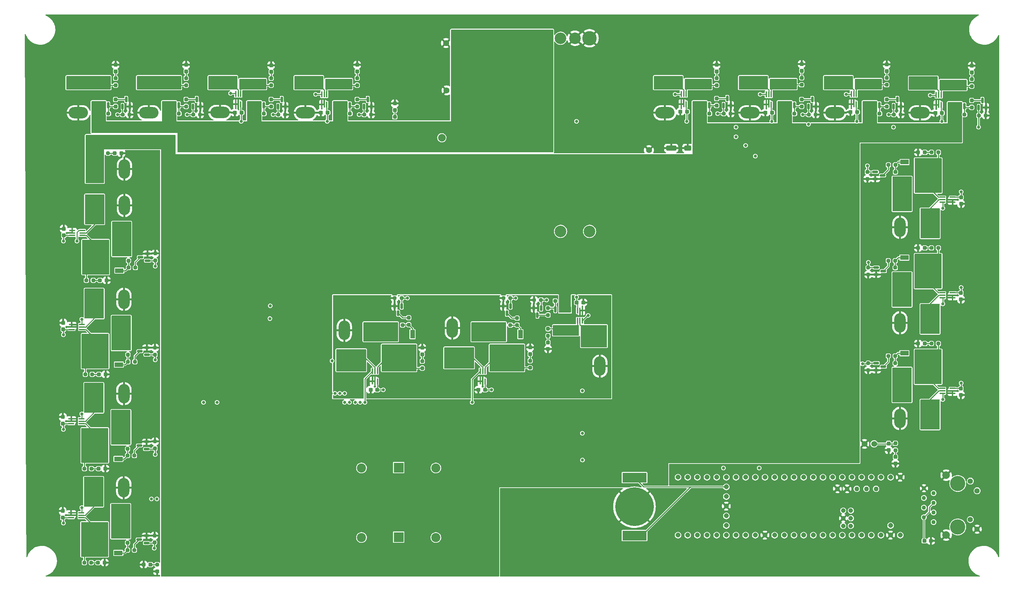
<source format=gtl>
G04 #@! TF.GenerationSoftware,KiCad,Pcbnew,(6.0.6)*
G04 #@! TF.CreationDate,2023-04-22T01:10:45-05:00*
G04 #@! TF.ProjectId,2023 Powerboard,32303233-2050-46f7-9765-72626f617264,rev?*
G04 #@! TF.SameCoordinates,Original*
G04 #@! TF.FileFunction,Copper,L1,Top*
G04 #@! TF.FilePolarity,Positive*
%FSLAX46Y46*%
G04 Gerber Fmt 4.6, Leading zero omitted, Abs format (unit mm)*
G04 Created by KiCad (PCBNEW (6.0.6)) date 2023-04-22 01:10:45*
%MOMM*%
%LPD*%
G01*
G04 APERTURE LIST*
G04 Aperture macros list*
%AMRoundRect*
0 Rectangle with rounded corners*
0 $1 Rounding radius*
0 $2 $3 $4 $5 $6 $7 $8 $9 X,Y pos of 4 corners*
0 Add a 4 corners polygon primitive as box body*
4,1,4,$2,$3,$4,$5,$6,$7,$8,$9,$2,$3,0*
0 Add four circle primitives for the rounded corners*
1,1,$1+$1,$2,$3*
1,1,$1+$1,$4,$5*
1,1,$1+$1,$6,$7*
1,1,$1+$1,$8,$9*
0 Add four rect primitives between the rounded corners*
20,1,$1+$1,$2,$3,$4,$5,0*
20,1,$1+$1,$4,$5,$6,$7,0*
20,1,$1+$1,$6,$7,$8,$9,0*
20,1,$1+$1,$8,$9,$2,$3,0*%
G04 Aperture macros list end*
G04 #@! TA.AperFunction,SMDPad,CuDef*
%ADD10RoundRect,0.237500X0.237500X-0.250000X0.237500X0.250000X-0.237500X0.250000X-0.237500X-0.250000X0*%
G04 #@! TD*
G04 #@! TA.AperFunction,SMDPad,CuDef*
%ADD11RoundRect,0.237500X-0.287500X-0.237500X0.287500X-0.237500X0.287500X0.237500X-0.287500X0.237500X0*%
G04 #@! TD*
G04 #@! TA.AperFunction,SMDPad,CuDef*
%ADD12RoundRect,0.237500X0.250000X0.237500X-0.250000X0.237500X-0.250000X-0.237500X0.250000X-0.237500X0*%
G04 #@! TD*
G04 #@! TA.AperFunction,SMDPad,CuDef*
%ADD13RoundRect,0.150000X0.587500X0.150000X-0.587500X0.150000X-0.587500X-0.150000X0.587500X-0.150000X0*%
G04 #@! TD*
G04 #@! TA.AperFunction,SMDPad,CuDef*
%ADD14RoundRect,0.237500X-0.250000X-0.237500X0.250000X-0.237500X0.250000X0.237500X-0.250000X0.237500X0*%
G04 #@! TD*
G04 #@! TA.AperFunction,SMDPad,CuDef*
%ADD15RoundRect,0.249999X0.450001X1.425001X-0.450001X1.425001X-0.450001X-1.425001X0.450001X-1.425001X0*%
G04 #@! TD*
G04 #@! TA.AperFunction,SMDPad,CuDef*
%ADD16RoundRect,0.237500X-0.237500X0.250000X-0.237500X-0.250000X0.237500X-0.250000X0.237500X0.250000X0*%
G04 #@! TD*
G04 #@! TA.AperFunction,ComponentPad*
%ADD17R,2.600000X2.600000*%
G04 #@! TD*
G04 #@! TA.AperFunction,ComponentPad*
%ADD18O,2.600000X2.600000*%
G04 #@! TD*
G04 #@! TA.AperFunction,SMDPad,CuDef*
%ADD19R,0.400000X1.500000*%
G04 #@! TD*
G04 #@! TA.AperFunction,ComponentPad*
%ADD20R,2.400000X2.400000*%
G04 #@! TD*
G04 #@! TA.AperFunction,ComponentPad*
%ADD21C,2.400000*%
G04 #@! TD*
G04 #@! TA.AperFunction,ComponentPad*
%ADD22O,3.000000X5.100000*%
G04 #@! TD*
G04 #@! TA.AperFunction,SMDPad,CuDef*
%ADD23RoundRect,0.237500X0.287500X0.237500X-0.287500X0.237500X-0.287500X-0.237500X0.287500X-0.237500X0*%
G04 #@! TD*
G04 #@! TA.AperFunction,SMDPad,CuDef*
%ADD24RoundRect,0.237500X-0.237500X0.287500X-0.237500X-0.287500X0.237500X-0.287500X0.237500X0.287500X0*%
G04 #@! TD*
G04 #@! TA.AperFunction,SMDPad,CuDef*
%ADD25RoundRect,0.237500X0.300000X0.237500X-0.300000X0.237500X-0.300000X-0.237500X0.300000X-0.237500X0*%
G04 #@! TD*
G04 #@! TA.AperFunction,ComponentPad*
%ADD26C,3.048000*%
G04 #@! TD*
G04 #@! TA.AperFunction,ComponentPad*
%ADD27C,3.810000*%
G04 #@! TD*
G04 #@! TA.AperFunction,SMDPad,CuDef*
%ADD28RoundRect,0.249999X1.425001X-0.450001X1.425001X0.450001X-1.425001X0.450001X-1.425001X-0.450001X0*%
G04 #@! TD*
G04 #@! TA.AperFunction,SMDPad,CuDef*
%ADD29RoundRect,0.250000X0.650000X-0.412500X0.650000X0.412500X-0.650000X0.412500X-0.650000X-0.412500X0*%
G04 #@! TD*
G04 #@! TA.AperFunction,ComponentPad*
%ADD30C,2.819400*%
G04 #@! TD*
G04 #@! TA.AperFunction,SMDPad,CuDef*
%ADD31RoundRect,0.237500X0.237500X-0.287500X0.237500X0.287500X-0.237500X0.287500X-0.237500X-0.287500X0*%
G04 #@! TD*
G04 #@! TA.AperFunction,SMDPad,CuDef*
%ADD32RoundRect,0.150000X0.150000X-0.675000X0.150000X0.675000X-0.150000X0.675000X-0.150000X-0.675000X0*%
G04 #@! TD*
G04 #@! TA.AperFunction,SMDPad,CuDef*
%ADD33RoundRect,0.150000X0.150000X-0.587500X0.150000X0.587500X-0.150000X0.587500X-0.150000X-0.587500X0*%
G04 #@! TD*
G04 #@! TA.AperFunction,SMDPad,CuDef*
%ADD34RoundRect,0.150000X-0.150000X0.587500X-0.150000X-0.587500X0.150000X-0.587500X0.150000X0.587500X0*%
G04 #@! TD*
G04 #@! TA.AperFunction,SMDPad,CuDef*
%ADD35R,1.500000X0.400000*%
G04 #@! TD*
G04 #@! TA.AperFunction,ComponentPad*
%ADD36R,1.600000X1.600000*%
G04 #@! TD*
G04 #@! TA.AperFunction,ComponentPad*
%ADD37C,1.600000*%
G04 #@! TD*
G04 #@! TA.AperFunction,SMDPad,CuDef*
%ADD38RoundRect,0.150000X-0.587500X-0.150000X0.587500X-0.150000X0.587500X0.150000X-0.587500X0.150000X0*%
G04 #@! TD*
G04 #@! TA.AperFunction,SMDPad,CuDef*
%ADD39RoundRect,0.237500X-0.300000X-0.237500X0.300000X-0.237500X0.300000X0.237500X-0.300000X0.237500X0*%
G04 #@! TD*
G04 #@! TA.AperFunction,SMDPad,CuDef*
%ADD40RoundRect,0.237500X-0.237500X0.300000X-0.237500X-0.300000X0.237500X-0.300000X0.237500X0.300000X0*%
G04 #@! TD*
G04 #@! TA.AperFunction,SMDPad,CuDef*
%ADD41RoundRect,0.237500X0.237500X-0.300000X0.237500X0.300000X-0.237500X0.300000X-0.237500X-0.300000X0*%
G04 #@! TD*
G04 #@! TA.AperFunction,ComponentPad*
%ADD42C,18.288000*%
G04 #@! TD*
G04 #@! TA.AperFunction,SMDPad,CuDef*
%ADD43R,1.200000X2.200000*%
G04 #@! TD*
G04 #@! TA.AperFunction,SMDPad,CuDef*
%ADD44R,5.800000X6.400000*%
G04 #@! TD*
G04 #@! TA.AperFunction,SMDPad,CuDef*
%ADD45R,2.200000X1.200000*%
G04 #@! TD*
G04 #@! TA.AperFunction,SMDPad,CuDef*
%ADD46R,6.400000X5.800000*%
G04 #@! TD*
G04 #@! TA.AperFunction,ComponentPad*
%ADD47R,2.000000X2.000000*%
G04 #@! TD*
G04 #@! TA.AperFunction,ComponentPad*
%ADD48C,2.000000*%
G04 #@! TD*
G04 #@! TA.AperFunction,SMDPad,CuDef*
%ADD49RoundRect,0.250000X1.100000X-0.412500X1.100000X0.412500X-1.100000X0.412500X-1.100000X-0.412500X0*%
G04 #@! TD*
G04 #@! TA.AperFunction,SMDPad,CuDef*
%ADD50RoundRect,0.249999X-1.425001X0.450001X-1.425001X-0.450001X1.425001X-0.450001X1.425001X0.450001X0*%
G04 #@! TD*
G04 #@! TA.AperFunction,SMDPad,CuDef*
%ADD51RoundRect,0.150000X-0.150000X0.675000X-0.150000X-0.675000X0.150000X-0.675000X0.150000X0.675000X0*%
G04 #@! TD*
G04 #@! TA.AperFunction,ComponentPad*
%ADD52C,1.308000*%
G04 #@! TD*
G04 #@! TA.AperFunction,ComponentPad*
%ADD53C,1.258000*%
G04 #@! TD*
G04 #@! TA.AperFunction,ComponentPad*
%ADD54C,1.208000*%
G04 #@! TD*
G04 #@! TA.AperFunction,ComponentPad*
%ADD55C,1.524000*%
G04 #@! TD*
G04 #@! TA.AperFunction,ComponentPad*
%ADD56C,1.100000*%
G04 #@! TD*
G04 #@! TA.AperFunction,ComponentPad*
%ADD57C,1.400000*%
G04 #@! TD*
G04 #@! TA.AperFunction,ComponentPad*
%ADD58C,4.000000*%
G04 #@! TD*
G04 #@! TA.AperFunction,SMDPad,CuDef*
%ADD59R,6.350000X2.540000*%
G04 #@! TD*
G04 #@! TA.AperFunction,SMDPad,CuDef*
%ADD60C,10.160000*%
G04 #@! TD*
G04 #@! TA.AperFunction,ComponentPad*
%ADD61O,5.100000X3.000000*%
G04 #@! TD*
G04 #@! TA.AperFunction,ViaPad*
%ADD62C,0.800000*%
G04 #@! TD*
G04 #@! TA.AperFunction,Conductor*
%ADD63C,0.250000*%
G04 #@! TD*
G04 #@! TA.AperFunction,Conductor*
%ADD64C,0.254000*%
G04 #@! TD*
G04 APERTURE END LIST*
D10*
X81026000Y-49426500D03*
X81026000Y-47601500D03*
D11*
X251062800Y-92232200D03*
X252812800Y-92232200D03*
D10*
X120753500Y-123848500D03*
X120753500Y-122023500D03*
D12*
X115316000Y-105410000D03*
X113491000Y-105410000D03*
D10*
X245101000Y-74094700D03*
X245101000Y-72269700D03*
D13*
X48302400Y-145122900D03*
X48302400Y-143222900D03*
X46427400Y-144172900D03*
D12*
X73302500Y-49784000D03*
X71477500Y-49784000D03*
D14*
X113745000Y-112522000D03*
X115570000Y-112522000D03*
D15*
X139448000Y-121412000D03*
X133348000Y-121412000D03*
D16*
X43529500Y-93741200D03*
X43529500Y-95566200D03*
D10*
X198120000Y-49426500D03*
X198120000Y-47601500D03*
D17*
X114554000Y-168295000D03*
D18*
X114554000Y-163215000D03*
D14*
X244705500Y-57150000D03*
X246530500Y-57150000D03*
D12*
X157527000Y-106172000D03*
X155702000Y-106172000D03*
D19*
X162850000Y-108693300D03*
X162200000Y-108693300D03*
X161550000Y-108693300D03*
X161550000Y-111353300D03*
X162200000Y-111353300D03*
X162850000Y-111353300D03*
D20*
X97282000Y-168402000D03*
D21*
X104782000Y-168402000D03*
D22*
X100267500Y-113906000D03*
X100267500Y-121806000D03*
D23*
X37523000Y-125478500D03*
X35773000Y-125478500D03*
D14*
X239117500Y-56896000D03*
X240942500Y-56896000D03*
D24*
X220472000Y-43866500D03*
X220472000Y-45616500D03*
D25*
X73252500Y-56642000D03*
X71527500Y-56642000D03*
D10*
X50514500Y-120295000D03*
X50514500Y-118470000D03*
D26*
X149479000Y-87884000D03*
X157099000Y-87884000D03*
X164719000Y-87884000D03*
D27*
X164719000Y-37084000D03*
D26*
X160909000Y-37084000D03*
X157099000Y-37084000D03*
X153289000Y-37084000D03*
D27*
X149479000Y-37084000D03*
D14*
X43379000Y-122176500D03*
X45204000Y-122176500D03*
X200001500Y-56896000D03*
X201826500Y-56896000D03*
D28*
X34366200Y-165341600D03*
X34366200Y-159241600D03*
D14*
X161287500Y-113325300D03*
X163112500Y-113325300D03*
X105513500Y-57150000D03*
X107338500Y-57150000D03*
D10*
X242824000Y-55014500D03*
X242824000Y-53189500D03*
D19*
X233538000Y-54416000D03*
X234188000Y-54416000D03*
X234838000Y-54416000D03*
X234838000Y-51756000D03*
X234188000Y-51756000D03*
X233538000Y-51756000D03*
D24*
X58674000Y-44083000D03*
X58674000Y-45833000D03*
D16*
X153820500Y-108053500D03*
X153820500Y-109878500D03*
D25*
X212698500Y-56642000D03*
X210973500Y-56642000D03*
D29*
X190500000Y-69126500D03*
X190500000Y-66001500D03*
D14*
X194413500Y-56896000D03*
X196238500Y-56896000D03*
X261469500Y-57150000D03*
X263294500Y-57150000D03*
D30*
X233934100Y-80875900D03*
X233934100Y-77446900D03*
X247396100Y-80875900D03*
X247396100Y-77446900D03*
D31*
X153820500Y-118844000D03*
X153820500Y-117094000D03*
D32*
X75311000Y-54695000D03*
X76581000Y-54695000D03*
X77851000Y-54695000D03*
X79121000Y-54695000D03*
X79121000Y-49445000D03*
X77851000Y-49445000D03*
X76581000Y-49445000D03*
X75311000Y-49445000D03*
D25*
X95858500Y-56642000D03*
X94133500Y-56642000D03*
D33*
X222316000Y-55039500D03*
X224216000Y-55039500D03*
X223266000Y-53164500D03*
D12*
X256406300Y-117378200D03*
X254581300Y-117378200D03*
D34*
X143952000Y-107520500D03*
X142052000Y-107520500D03*
X143002000Y-109395500D03*
D10*
X113538000Y-59586500D03*
X113538000Y-57761500D03*
D12*
X190396500Y-49784000D03*
X188571500Y-49784000D03*
D24*
X242824000Y-43979500D03*
X242824000Y-45729500D03*
D19*
X255841700Y-54623800D03*
X256491700Y-54623800D03*
X257141700Y-54623800D03*
X257141700Y-51963800D03*
X256491700Y-51963800D03*
X255841700Y-51963800D03*
D24*
X81026000Y-44196000D03*
X81026000Y-45946000D03*
D11*
X251084000Y-67086200D03*
X252834000Y-67086200D03*
D30*
X54451500Y-136514800D03*
X54451500Y-139943800D03*
X40989500Y-139943800D03*
X40989500Y-136514800D03*
D14*
X31929700Y-174991600D03*
X33754700Y-174991600D03*
D25*
X190346500Y-56388000D03*
X188621500Y-56388000D03*
X137260500Y-129540000D03*
X135535500Y-129540000D03*
D30*
X233840900Y-131218700D03*
X233840900Y-127789700D03*
X247302900Y-127789700D03*
X247302900Y-131218700D03*
D24*
X265176000Y-44337000D03*
X265176000Y-46087000D03*
X113538000Y-54243000D03*
X113538000Y-55993000D03*
D19*
X136002000Y-127314000D03*
X136652000Y-127314000D03*
X137302000Y-127314000D03*
X137302000Y-124654000D03*
X136652000Y-124654000D03*
X136002000Y-124654000D03*
D30*
X54832500Y-86894000D03*
X54832500Y-90323000D03*
X41370500Y-86894000D03*
X41370500Y-90323000D03*
D35*
X260147000Y-80182200D03*
X260147000Y-79532200D03*
X260147000Y-78882200D03*
X257487000Y-78882200D03*
X257487000Y-79532200D03*
X257487000Y-80182200D03*
D32*
X192405000Y-54695000D03*
X193675000Y-54695000D03*
X194945000Y-54695000D03*
X196215000Y-54695000D03*
X196215000Y-49445000D03*
X194945000Y-49445000D03*
X193675000Y-49445000D03*
X192405000Y-49445000D03*
D10*
X58674000Y-49426500D03*
X58674000Y-47601500D03*
X245079800Y-124386700D03*
X245079800Y-122561700D03*
D28*
X34639500Y-91099700D03*
X34639500Y-84999700D03*
D24*
X103632000Y-44083000D03*
X103632000Y-45833000D03*
D20*
X97282000Y-150114000D03*
D21*
X104782000Y-150114000D03*
D14*
X51044500Y-175514000D03*
X52869500Y-175514000D03*
D30*
X233942500Y-102542100D03*
X233942500Y-105971100D03*
X247404500Y-105971100D03*
X247404500Y-102542100D03*
D16*
X237967800Y-122561700D03*
X237967800Y-124386700D03*
D10*
X245079800Y-99240700D03*
X245079800Y-97415700D03*
D36*
X180340000Y-68519113D03*
D37*
X180340000Y-66519113D03*
D38*
X239845500Y-72232200D03*
X239845500Y-74132200D03*
X241720500Y-73182200D03*
D19*
X188834000Y-54416000D03*
X189484000Y-54416000D03*
X190134000Y-54416000D03*
X190134000Y-51756000D03*
X189484000Y-51756000D03*
X188834000Y-51756000D03*
D39*
X161337500Y-106579600D03*
X163062500Y-106579600D03*
D38*
X240078300Y-97378200D03*
X240078300Y-99278200D03*
X241953300Y-98328200D03*
D10*
X40132000Y-55014500D03*
X40132000Y-53189500D03*
X40132000Y-49426500D03*
X40132000Y-47601500D03*
D33*
X244668000Y-55039500D03*
X246568000Y-55039500D03*
X245618000Y-53164500D03*
D40*
X262351800Y-129215700D03*
X262351800Y-130940700D03*
D41*
X26238200Y-163154100D03*
X26238200Y-161429100D03*
D42*
X78486000Y-168402000D03*
D12*
X245077900Y-95586900D03*
X243252900Y-95586900D03*
D20*
X131826000Y-168402000D03*
D21*
X124326000Y-168402000D03*
D25*
X257354200Y-56737500D03*
X255629200Y-56737500D03*
D22*
X128658300Y-113279500D03*
X128658300Y-121179500D03*
D41*
X26384500Y-113641000D03*
X26384500Y-111916000D03*
X26511500Y-88912200D03*
X26511500Y-87187200D03*
D14*
X32457000Y-100749700D03*
X34282000Y-100749700D03*
D16*
X43402500Y-118470000D03*
X43402500Y-120295000D03*
X237744000Y-72239500D03*
X237744000Y-74064500D03*
D10*
X265176000Y-55268500D03*
X265176000Y-53443500D03*
D43*
X118207500Y-114926000D03*
D44*
X115927500Y-121226000D03*
D43*
X113647500Y-114926000D03*
D36*
X129641677Y-50800000D03*
D37*
X127141677Y-50800000D03*
D33*
X41976000Y-55039500D03*
X43876000Y-55039500D03*
X42926000Y-53164500D03*
D15*
X111103500Y-121412000D03*
X105003500Y-121412000D03*
D45*
X40998500Y-122932500D03*
D46*
X34698500Y-120652500D03*
D45*
X40998500Y-118372500D03*
D35*
X260125800Y-105328200D03*
X260125800Y-104678200D03*
X260125800Y-104028200D03*
X257465800Y-104028200D03*
X257465800Y-104678200D03*
X257465800Y-105328200D03*
D25*
X52800750Y-177292000D03*
X51075750Y-177292000D03*
D47*
X130891677Y-63246000D03*
D48*
X125891677Y-63246000D03*
D12*
X256427500Y-67086200D03*
X254602500Y-67086200D03*
X143914500Y-105410000D03*
X142089500Y-105410000D03*
D33*
X82870000Y-55039500D03*
X84770000Y-55039500D03*
X83820000Y-53164500D03*
D45*
X247483800Y-94778200D03*
D46*
X253783800Y-97058200D03*
D45*
X247483800Y-99338200D03*
D16*
X43256200Y-167983100D03*
X43256200Y-169808100D03*
D12*
X212748500Y-49784000D03*
X210923500Y-49784000D03*
D10*
X220472000Y-55014500D03*
X220472000Y-53189500D03*
D16*
X237967800Y-97415700D03*
X237967800Y-99240700D03*
D45*
X40896900Y-147722900D03*
D46*
X34596900Y-145442900D03*
D45*
X40896900Y-143162900D03*
D14*
X222353500Y-57150000D03*
X224178500Y-57150000D03*
D13*
X48404000Y-120332500D03*
X48404000Y-118432500D03*
X46529000Y-119382500D03*
D38*
X240078300Y-122524200D03*
X240078300Y-124424200D03*
X241953300Y-123474200D03*
D10*
X265176000Y-49680500D03*
X265176000Y-47855500D03*
D32*
X259461000Y-54949000D03*
X260731000Y-54949000D03*
X262001000Y-54949000D03*
X263271000Y-54949000D03*
X263271000Y-49699000D03*
X262001000Y-49699000D03*
X260731000Y-49699000D03*
X259461000Y-49699000D03*
D23*
X37421400Y-150268900D03*
X35671400Y-150268900D03*
D33*
X267020000Y-55293500D03*
X268920000Y-55293500D03*
X267970000Y-53418500D03*
D25*
X108916000Y-129540000D03*
X107191000Y-129540000D03*
D49*
X186182000Y-69126500D03*
X186182000Y-66001500D03*
D10*
X103632000Y-49426500D03*
X103632000Y-47601500D03*
D23*
X37800500Y-100749700D03*
X36050500Y-100749700D03*
D10*
X149098000Y-123745000D03*
X149098000Y-121920000D03*
D32*
X237109000Y-54695000D03*
X238379000Y-54695000D03*
X239649000Y-54695000D03*
X240919000Y-54695000D03*
X240919000Y-49445000D03*
X239649000Y-49445000D03*
X238379000Y-49445000D03*
X237109000Y-49445000D03*
D10*
X81026000Y-55014500D03*
X81026000Y-53189500D03*
D45*
X247483800Y-119924200D03*
D46*
X253783800Y-122204200D03*
D45*
X247483800Y-124484200D03*
D39*
X252725500Y-169291000D03*
X254450500Y-169291000D03*
D32*
X52959000Y-54695000D03*
X54229000Y-54695000D03*
X55499000Y-54695000D03*
X56769000Y-54695000D03*
X56769000Y-49445000D03*
X55499000Y-49445000D03*
X54229000Y-49445000D03*
X52959000Y-49445000D03*
D30*
X54503000Y-115062000D03*
X54503000Y-111633000D03*
X41041000Y-115062000D03*
X41041000Y-111633000D03*
D35*
X28464200Y-161895600D03*
X28464200Y-162545600D03*
X28464200Y-163195600D03*
X31124200Y-163195600D03*
X31124200Y-162545600D03*
X31124200Y-161895600D03*
X28610500Y-112382500D03*
X28610500Y-113032500D03*
X28610500Y-113682500D03*
X31270500Y-113682500D03*
X31270500Y-113032500D03*
X31270500Y-112382500D03*
D13*
X48531000Y-95603700D03*
X48531000Y-93703700D03*
X46656000Y-94653700D03*
D32*
X214757000Y-54695000D03*
X216027000Y-54695000D03*
X217297000Y-54695000D03*
X218567000Y-54695000D03*
X218567000Y-49445000D03*
X217297000Y-49445000D03*
X216027000Y-49445000D03*
X214757000Y-49445000D03*
D12*
X95908500Y-49784000D03*
X94083500Y-49784000D03*
D11*
X47526000Y-175514000D03*
X49276000Y-175514000D03*
D28*
X34512500Y-115828500D03*
X34512500Y-109728500D03*
D50*
X254223800Y-101882200D03*
X254223800Y-107982200D03*
D14*
X32179500Y-125478500D03*
X34004500Y-125478500D03*
D31*
X245110000Y-148957000D03*
X245110000Y-147207000D03*
D10*
X220472000Y-49323000D03*
X220472000Y-47498000D03*
D36*
X129489354Y-38354000D03*
D37*
X126989354Y-38354000D03*
D24*
X198120000Y-44083000D03*
X198120000Y-45833000D03*
D32*
X97917000Y-54695000D03*
X99187000Y-54695000D03*
X100457000Y-54695000D03*
X101727000Y-54695000D03*
X101727000Y-49445000D03*
X100457000Y-49445000D03*
X99187000Y-49445000D03*
X97917000Y-49445000D03*
D34*
X151976500Y-108028500D03*
X150076500Y-108028500D03*
X151026500Y-109903500D03*
D12*
X245077900Y-120629400D03*
X243252900Y-120629400D03*
D13*
X48257700Y-169845600D03*
X48257700Y-167945600D03*
X46382700Y-168895600D03*
D22*
X167446000Y-123330000D03*
X167446000Y-115430000D03*
D42*
X150622000Y-168402000D03*
D10*
X50539900Y-95515400D03*
X50539900Y-93690400D03*
D24*
X40132000Y-44083000D03*
X40132000Y-45833000D03*
D40*
X262351800Y-104069700D03*
X262351800Y-105794700D03*
D12*
X235116900Y-49784000D03*
X233291900Y-49784000D03*
D24*
X120753500Y-118505000D03*
X120753500Y-120255000D03*
D16*
X153820500Y-113500500D03*
X153820500Y-115325500D03*
D14*
X43258100Y-171687700D03*
X45083100Y-171687700D03*
X54967500Y-56896000D03*
X56792500Y-56896000D03*
D33*
X199964000Y-54785500D03*
X201864000Y-54785500D03*
X200914000Y-52910500D03*
D35*
X260125800Y-130474200D03*
X260125800Y-129824200D03*
X260125800Y-129174200D03*
X257465800Y-129174200D03*
X257465800Y-129824200D03*
X257465800Y-130474200D03*
D10*
X58674000Y-55014500D03*
X58674000Y-53189500D03*
D12*
X245099100Y-70388200D03*
X243274100Y-70388200D03*
D34*
X115353500Y-107520500D03*
X113453500Y-107520500D03*
X114403500Y-109395500D03*
D10*
X50368200Y-169706500D03*
X50368200Y-167881500D03*
X198120000Y-54760500D03*
X198120000Y-52935500D03*
D14*
X43277400Y-146839900D03*
X45102400Y-146839900D03*
D33*
X60518000Y-55039500D03*
X62418000Y-55039500D03*
X61468000Y-53164500D03*
D12*
X151939000Y-105918000D03*
X150114000Y-105918000D03*
D51*
X159535500Y-108373000D03*
X158265500Y-108373000D03*
X156995500Y-108373000D03*
X155725500Y-108373000D03*
X155725500Y-113623000D03*
X156995500Y-113623000D03*
X158265500Y-113623000D03*
X159535500Y-113623000D03*
D19*
X71740000Y-54416000D03*
X72390000Y-54416000D03*
X73040000Y-54416000D03*
X73040000Y-51756000D03*
X72390000Y-51756000D03*
X71740000Y-51756000D03*
D10*
X242824000Y-49323000D03*
X242824000Y-47498000D03*
D45*
X41125500Y-98203700D03*
D46*
X34825500Y-95923700D03*
D45*
X41125500Y-93643700D03*
D16*
X43300900Y-143260400D03*
X43300900Y-145085400D03*
D52*
X243840000Y-152540500D03*
X241300000Y-152540500D03*
X238760000Y-152540500D03*
X236220000Y-152540500D03*
X210820000Y-152540500D03*
X241300000Y-167780500D03*
X200660000Y-157620500D03*
X233680000Y-152540500D03*
X231140000Y-152540500D03*
D53*
X240030000Y-155590500D03*
D52*
X228600000Y-152540500D03*
X226060000Y-152540500D03*
X223520000Y-152540500D03*
X220980000Y-152540500D03*
X218440000Y-152540500D03*
X215900000Y-152540500D03*
X213360000Y-152540500D03*
X213360000Y-167780500D03*
X215900000Y-167780500D03*
X218440000Y-167780500D03*
X220980000Y-167780500D03*
X223520000Y-167780500D03*
X226060000Y-167780500D03*
X228600000Y-167780500D03*
X231140000Y-167780500D03*
X233680000Y-167780500D03*
X236220000Y-167780500D03*
X238760000Y-167780500D03*
X208280000Y-152540500D03*
X205740000Y-152540500D03*
X203200000Y-152540500D03*
X200660000Y-152540500D03*
X198120000Y-152540500D03*
X195580000Y-152540500D03*
X193040000Y-152540500D03*
X190500000Y-152540500D03*
X187960000Y-152540500D03*
X187960000Y-167780500D03*
X190500000Y-167780500D03*
X193040000Y-167780500D03*
X195580000Y-167780500D03*
X198120000Y-167780500D03*
X200660000Y-167780500D03*
X203200000Y-167780500D03*
X205740000Y-167780500D03*
X208280000Y-167780500D03*
D53*
X234950000Y-155590500D03*
X237490000Y-155590500D03*
D52*
X246380000Y-152540500D03*
X210820000Y-167780500D03*
X243840000Y-167780500D03*
X200660000Y-160160500D03*
D54*
X231410000Y-163330500D03*
X233410000Y-163330500D03*
D52*
X200660000Y-165240500D03*
X200660000Y-162700500D03*
D54*
X233410000Y-165330500D03*
X231410000Y-165330500D03*
X231410000Y-161330500D03*
X233410000Y-161330500D03*
D53*
X232410000Y-155590500D03*
X229870000Y-155590500D03*
D52*
X200660000Y-155080500D03*
X246380000Y-167780500D03*
X243840000Y-165240500D03*
D14*
X216765500Y-56896000D03*
X218590500Y-56896000D03*
X36322000Y-67310000D03*
X38147000Y-67310000D03*
D45*
X40852200Y-172445600D03*
D46*
X34552200Y-170165600D03*
D45*
X40852200Y-167885600D03*
D40*
X262373000Y-78923700D03*
X262373000Y-80648700D03*
D10*
X103632000Y-55014500D03*
X103632000Y-53189500D03*
D41*
X26282900Y-138431400D03*
X26282900Y-136706400D03*
D55*
X234442000Y-143764000D03*
X236982000Y-143764000D03*
X239522000Y-143764000D03*
D12*
X257404200Y-49991800D03*
X255579200Y-49991800D03*
D28*
X34410900Y-140618900D03*
X34410900Y-134518900D03*
D10*
X117197500Y-112418500D03*
X117197500Y-110593500D03*
D19*
X211177000Y-54521919D03*
X211827000Y-54521919D03*
X212477000Y-54521919D03*
X212477000Y-51861919D03*
X211827000Y-51861919D03*
X211177000Y-51861919D03*
D30*
X135359100Y-101333900D03*
X138788100Y-101333900D03*
X135359100Y-114795900D03*
X138788100Y-114795900D03*
D56*
X255163500Y-164338000D03*
X252623500Y-163068000D03*
X255163500Y-161798000D03*
X252623500Y-160528000D03*
X255163500Y-159258000D03*
X252623500Y-157988000D03*
X255163500Y-156718000D03*
X252623500Y-155448000D03*
D57*
X266593500Y-166218000D03*
X264803500Y-163678000D03*
X266593500Y-156108000D03*
X264803500Y-153568000D03*
D58*
X261513500Y-165608000D03*
X261513500Y-154178000D03*
D48*
X258463500Y-152018000D03*
X258463500Y-167768000D03*
D14*
X99925500Y-56896000D03*
X101750500Y-56896000D03*
D50*
X254245000Y-76736200D03*
X254245000Y-82836200D03*
D14*
X43531400Y-97396900D03*
X45356400Y-97396900D03*
D20*
X131826000Y-150114000D03*
D21*
X124326000Y-150114000D03*
D14*
X267057500Y-57404000D03*
X268882500Y-57404000D03*
D43*
X146552000Y-114926000D03*
D44*
X144272000Y-121226000D03*
D43*
X141992000Y-114926000D03*
D19*
X94346000Y-54520400D03*
X94996000Y-54520400D03*
X95646000Y-54520400D03*
X95646000Y-51860400D03*
X94996000Y-51860400D03*
X94346000Y-51860400D03*
D14*
X36425500Y-56896000D03*
X38250500Y-56896000D03*
D35*
X28737500Y-87653700D03*
X28737500Y-88303700D03*
X28737500Y-88953700D03*
X31397500Y-88953700D03*
X31397500Y-88303700D03*
X31397500Y-87653700D03*
D59*
X176530000Y-152654000D03*
X176530000Y-167894000D03*
D60*
X176530000Y-160274000D03*
D14*
X60555500Y-57150000D03*
X62380500Y-57150000D03*
X77319500Y-56896000D03*
X79144500Y-56896000D03*
D25*
X235050500Y-56484586D03*
X233325500Y-56484586D03*
D14*
X142089500Y-112522000D03*
X143914500Y-112522000D03*
D23*
X41665500Y-67310000D03*
X39915500Y-67310000D03*
D17*
X114554000Y-150007000D03*
D18*
X114554000Y-144927000D03*
D10*
X50514500Y-144933000D03*
X50514500Y-143108000D03*
D32*
X34417000Y-54695000D03*
X35687000Y-54695000D03*
X36957000Y-54695000D03*
X38227000Y-54695000D03*
X38227000Y-49445000D03*
X36957000Y-49445000D03*
X35687000Y-49445000D03*
X34417000Y-49445000D03*
D16*
X245110000Y-143613500D03*
X245110000Y-145438500D03*
D30*
X54324500Y-161062000D03*
X54324500Y-164491000D03*
X40862500Y-164491000D03*
X40862500Y-161062000D03*
D11*
X251062800Y-117378200D03*
X252812800Y-117378200D03*
D19*
X107657500Y-127314000D03*
X108307500Y-127314000D03*
X108957500Y-127314000D03*
X108957500Y-124654000D03*
X108307500Y-124654000D03*
X107657500Y-124654000D03*
D30*
X110396200Y-101441000D03*
X106967200Y-101441000D03*
X110396200Y-114903000D03*
X106967200Y-114903000D03*
D35*
X28508900Y-137172900D03*
X28508900Y-137822900D03*
X28508900Y-138472900D03*
X31168900Y-138472900D03*
X31168900Y-137822900D03*
X31168900Y-137172900D03*
D45*
X247505000Y-69632200D03*
D46*
X253805000Y-71912200D03*
D45*
X247505000Y-74192200D03*
D12*
X256406300Y-92232200D03*
X254581300Y-92232200D03*
D14*
X42013500Y-57150000D03*
X43838500Y-57150000D03*
D50*
X254223800Y-127028200D03*
X254223800Y-133128200D03*
D14*
X31974400Y-150268900D03*
X33799400Y-150268900D03*
D24*
X149098000Y-118401500D03*
X149098000Y-120151500D03*
D14*
X82907500Y-57150000D03*
X84732500Y-57150000D03*
D40*
X243332000Y-143663500D03*
X243332000Y-145388500D03*
D10*
X145694400Y-112520100D03*
X145694400Y-110695100D03*
D33*
X105476000Y-55039500D03*
X107376000Y-55039500D03*
X106426000Y-53164500D03*
D23*
X37273200Y-174991600D03*
X35523200Y-174991600D03*
D22*
X246300300Y-137075900D03*
X254174300Y-137075900D03*
X246300300Y-111929900D03*
X254174300Y-111929900D03*
D61*
X67564000Y-56596000D03*
X67564000Y-48722000D03*
D22*
X42289700Y-155293900D03*
X34415700Y-155293900D03*
D61*
X48907700Y-56691500D03*
X48907700Y-48817500D03*
X251599700Y-56691500D03*
X251599700Y-48817500D03*
D22*
X42334400Y-130571200D03*
X34460400Y-130571200D03*
X42340500Y-105732500D03*
X34466500Y-105732500D03*
X42467500Y-81052000D03*
X34593500Y-81052000D03*
D61*
X206895700Y-56691500D03*
X206895700Y-48817500D03*
X30365700Y-56691500D03*
X30365700Y-48817500D03*
X229247700Y-56691500D03*
X229247700Y-48817500D03*
D22*
X42467500Y-71488300D03*
X34593500Y-71488300D03*
D61*
X90055700Y-56691500D03*
X90055700Y-48817500D03*
X184543700Y-56691500D03*
X184543700Y-48817500D03*
D22*
X246321500Y-86783900D03*
X254195500Y-86783900D03*
D62*
X161290000Y-58928000D03*
X257302000Y-58928000D03*
X26416000Y-90424000D03*
X26416000Y-139954000D03*
X262382000Y-127762000D03*
X26416000Y-115062000D03*
X138938000Y-129540000D03*
X161290000Y-105156000D03*
X110490000Y-129540000D03*
X262382000Y-77470000D03*
X95758000Y-58928000D03*
X73152000Y-58928000D03*
X234950000Y-58928000D03*
X190246000Y-58928000D03*
X26416000Y-164592000D03*
X262382000Y-102616000D03*
X212598000Y-58928000D03*
X35306000Y-109728000D03*
X33528000Y-109728000D03*
X35306000Y-134620000D03*
X33528000Y-134620000D03*
X35306000Y-159258000D03*
X33528000Y-159258000D03*
X253245300Y-82900200D03*
X255023300Y-82900200D03*
X253245300Y-108046200D03*
X255023300Y-108046200D03*
X253245300Y-133192200D03*
X255277300Y-133192200D03*
X133327100Y-120383900D03*
X133327100Y-122415900D03*
X33782000Y-85090000D03*
X35306000Y-85090000D03*
X105133100Y-122542900D03*
X105133100Y-120637900D03*
X40386000Y-118364000D03*
X41656000Y-118364000D03*
X40386000Y-143256000D03*
X41402000Y-143256000D03*
X40386000Y-167894000D03*
X41402000Y-167894000D03*
X246895300Y-74264200D03*
X248165300Y-74264200D03*
X246895300Y-99410200D03*
X248165300Y-99410200D03*
X81534000Y-57150000D03*
X246895300Y-124556200D03*
X248165300Y-124556200D03*
X142090100Y-115557900D03*
X142090100Y-114287900D03*
X40640000Y-93726000D03*
X41656000Y-93726000D03*
X113642100Y-115557900D03*
X113642100Y-114287900D03*
X40640000Y-57150000D03*
X58928000Y-57150000D03*
X50546000Y-121666000D03*
X104140000Y-57150000D03*
X32385000Y-118745000D03*
X36830000Y-122555000D03*
X35306000Y-115824000D03*
X32385000Y-122555000D03*
X36830000Y-118745000D03*
X33528000Y-115824000D03*
X50546000Y-146558000D03*
X220726000Y-57150000D03*
X35052000Y-140716000D03*
X33528000Y-140716000D03*
X36830000Y-147320000D03*
X32385000Y-147320000D03*
X32385000Y-143510000D03*
X36830000Y-143510000D03*
X50292000Y-171196000D03*
X243332000Y-57150000D03*
X36830000Y-172085000D03*
X32385000Y-168275000D03*
X32385000Y-172085000D03*
X35052000Y-165354000D03*
X36830000Y-168275000D03*
X33528000Y-165354000D03*
X237744000Y-70612000D03*
X255912300Y-69819200D03*
X251467300Y-73629200D03*
X253245300Y-76804200D03*
X255912300Y-73629200D03*
X255277300Y-76804200D03*
X251467300Y-69819200D03*
X266954000Y-60452000D03*
X237998000Y-96012000D03*
X251467300Y-95219200D03*
X253499300Y-101950200D03*
X255912300Y-99029200D03*
X255277300Y-101950200D03*
X251467300Y-99029200D03*
X255912300Y-95219200D03*
X198374000Y-56896000D03*
X236474000Y-122682000D03*
X255912300Y-120619200D03*
X251467300Y-124429200D03*
X251467300Y-120619200D03*
X253245300Y-127096200D03*
X255912300Y-124429200D03*
X255277300Y-127096200D03*
X145288000Y-105410000D03*
X146027100Y-118859900D03*
X142217100Y-118859900D03*
X142217100Y-123304900D03*
X139296100Y-122415900D03*
X139296100Y-120383900D03*
X146027100Y-123304900D03*
X209296000Y-150114000D03*
X199898000Y-150114000D03*
X153416000Y-105918000D03*
X50546000Y-97028000D03*
X35306000Y-91186000D03*
X32385000Y-93980000D03*
X32385000Y-97155000D03*
X36830000Y-97155000D03*
X33782000Y-91186000D03*
X36830000Y-93980000D03*
X116840000Y-105410000D03*
X114023100Y-118732900D03*
X111102100Y-120637900D03*
X114023100Y-123812900D03*
X117833100Y-118732900D03*
X117833100Y-123812900D03*
X111102100Y-122542900D03*
X100330000Y-132842000D03*
X31242000Y-110998000D03*
X97790000Y-130477500D03*
X63241701Y-132837701D03*
X66802000Y-132842000D03*
X31242000Y-135890000D03*
X31242000Y-160528000D03*
X49567500Y-158242000D03*
X51016500Y-158242000D03*
X257556000Y-81788000D03*
X257556000Y-106934000D03*
X257556000Y-132080000D03*
X133858000Y-132842000D03*
X29972000Y-90424000D03*
X99060000Y-130477500D03*
X101600000Y-132842000D03*
X105664000Y-132842000D03*
X208280000Y-68072000D03*
X254254000Y-52070000D03*
X244602000Y-60452000D03*
X187198000Y-51816000D03*
X162872503Y-148023497D03*
X162814000Y-140970000D03*
X162814000Y-129794000D03*
X164338000Y-109982000D03*
X205735701Y-65282299D03*
X232156000Y-51816000D03*
X222250000Y-59690000D03*
X203200000Y-60452000D03*
X209550000Y-51816000D03*
X203200000Y-62992000D03*
X104394000Y-132842000D03*
X92710000Y-51816000D03*
X97028000Y-121920000D03*
X100330000Y-130477500D03*
X80703503Y-110812497D03*
X103124000Y-132842000D03*
X80774903Y-107439097D03*
X70358000Y-51562000D03*
D63*
X260125800Y-129174200D02*
X262310300Y-129174200D01*
X161290000Y-105156000D02*
X161290000Y-106532100D01*
X95758000Y-58928000D02*
X95758000Y-56742500D01*
X95646000Y-56429500D02*
X95858500Y-56642000D01*
X190134000Y-54416000D02*
X190134000Y-56175500D01*
X26416000Y-163331900D02*
X26238200Y-163154100D01*
X26416000Y-139954000D02*
X26416000Y-138564500D01*
X108957500Y-127314000D02*
X108957500Y-129498500D01*
X28737500Y-88953700D02*
X26553000Y-88953700D01*
X262310300Y-129174200D02*
X262351800Y-129215700D01*
X26426000Y-113682500D02*
X26384500Y-113641000D01*
X161290000Y-106532100D02*
X161337500Y-106579600D01*
X212598000Y-56742500D02*
X212698500Y-56642000D01*
X26416000Y-90424000D02*
X26416000Y-89007700D01*
X257302000Y-58928000D02*
X257302000Y-56789700D01*
X73152000Y-56742500D02*
X73252500Y-56642000D01*
X95646000Y-54520400D02*
X95646000Y-56429500D01*
X28464200Y-163195600D02*
X26279700Y-163195600D01*
X260125800Y-104028200D02*
X262310300Y-104028200D01*
X28610500Y-113682500D02*
X26426000Y-113682500D01*
X239522000Y-143764000D02*
X243231500Y-143764000D01*
X95758000Y-56742500D02*
X95858500Y-56642000D01*
X26553000Y-88953700D02*
X26511500Y-88912200D01*
X243231500Y-143764000D02*
X243332000Y-143663500D01*
X234950000Y-58928000D02*
X234950000Y-56585086D01*
X212477000Y-54521919D02*
X212477000Y-56420500D01*
X239522000Y-143764000D02*
X244959500Y-143764000D01*
X212477000Y-56420500D02*
X212698500Y-56642000D01*
X212598000Y-58928000D02*
X212598000Y-56742500D01*
X26324400Y-138472900D02*
X26282900Y-138431400D01*
X73152000Y-58928000D02*
X73152000Y-56742500D01*
X26416000Y-89007700D02*
X26511500Y-88912200D01*
X190134000Y-56175500D02*
X190346500Y-56388000D01*
X108916000Y-129540000D02*
X110490000Y-129540000D01*
X26416000Y-113672500D02*
X26384500Y-113641000D01*
X161550000Y-106792100D02*
X161337500Y-106579600D01*
X234838000Y-56272086D02*
X235050500Y-56484586D01*
X26416000Y-138564500D02*
X26282900Y-138431400D01*
X234838000Y-54416000D02*
X234838000Y-56272086D01*
X108957500Y-129498500D02*
X108916000Y-129540000D01*
X260147000Y-78882200D02*
X262331500Y-78882200D01*
X137302000Y-127314000D02*
X137302000Y-129498500D01*
X73040000Y-56429500D02*
X73252500Y-56642000D01*
X137302000Y-129498500D02*
X137260500Y-129540000D01*
X234950000Y-56585086D02*
X235050500Y-56484586D01*
X26279700Y-163195600D02*
X26238200Y-163154100D01*
X190246000Y-58928000D02*
X190246000Y-56488500D01*
X262382000Y-129185500D02*
X262351800Y-129215700D01*
X244959500Y-143764000D02*
X245110000Y-143613500D01*
X190246000Y-56488500D02*
X190346500Y-56388000D01*
X262331500Y-78882200D02*
X262373000Y-78923700D01*
X28508900Y-138472900D02*
X26324400Y-138472900D01*
X138938000Y-129540000D02*
X137260500Y-129540000D01*
X26416000Y-115062000D02*
X26416000Y-113672500D01*
X73040000Y-54416000D02*
X73040000Y-56429500D01*
X257141700Y-56525000D02*
X257354200Y-56737500D01*
X262310300Y-104028200D02*
X262351800Y-104069700D01*
X257141700Y-54623800D02*
X257141700Y-56525000D01*
X161550000Y-108693300D02*
X161550000Y-106792100D01*
X262382000Y-77470000D02*
X262382000Y-78914700D01*
X262382000Y-78914700D02*
X262373000Y-78923700D01*
X262382000Y-104039500D02*
X262351800Y-104069700D01*
X26416000Y-164592000D02*
X26416000Y-163331900D01*
X262382000Y-127762000D02*
X262382000Y-129185500D01*
X257302000Y-56789700D02*
X257354200Y-56737500D01*
X262382000Y-102616000D02*
X262382000Y-104039500D01*
X252725500Y-169291000D02*
X252623500Y-169189000D01*
X252623500Y-163068000D02*
X254000000Y-161691500D01*
X254000000Y-161691500D02*
X254000000Y-160421500D01*
X254000000Y-160421500D02*
X255163500Y-159258000D01*
X252623500Y-169189000D02*
X252623500Y-163068000D01*
X162200000Y-112412800D02*
X163112500Y-113325300D01*
X162200000Y-111353300D02*
X162200000Y-112412800D01*
X31270500Y-113032500D02*
X32270500Y-113032500D01*
X34512500Y-110790500D02*
X34512500Y-109728500D01*
X32270500Y-113032500D02*
X34512500Y-110790500D01*
X34410900Y-135580900D02*
X34410900Y-134518900D01*
X32168900Y-137822900D02*
X34410900Y-135580900D01*
X31168900Y-137822900D02*
X32168900Y-137822900D01*
X34366200Y-160303600D02*
X34366200Y-159241600D01*
X31124200Y-162545600D02*
X32124200Y-162545600D01*
X32124200Y-162545600D02*
X34366200Y-160303600D01*
X254245000Y-81774200D02*
X254245000Y-82836200D01*
X257487000Y-79532200D02*
X256487000Y-79532200D01*
X256487000Y-79532200D02*
X254245000Y-81774200D01*
X257465800Y-104678200D02*
X256465800Y-104678200D01*
X254223800Y-106920200D02*
X254223800Y-107982200D01*
X256465800Y-104678200D02*
X254223800Y-106920200D01*
X256515800Y-129824200D02*
X254223800Y-132116200D01*
X254223800Y-132116200D02*
X254223800Y-133128200D01*
X257465800Y-129824200D02*
X256515800Y-129824200D01*
X134410000Y-121412000D02*
X133348000Y-121412000D01*
X136652000Y-124654000D02*
X136652000Y-123654000D01*
X136652000Y-123654000D02*
X134410000Y-121412000D01*
X32397500Y-88303700D02*
X34639500Y-86061700D01*
X31397500Y-88303700D02*
X32397500Y-88303700D01*
X34639500Y-86061700D02*
X34639500Y-84999700D01*
X108307500Y-124654000D02*
X108307500Y-123654000D01*
X108307500Y-123654000D02*
X106065500Y-121412000D01*
X106065500Y-121412000D02*
X105003500Y-121412000D01*
X94996000Y-50696500D02*
X94083500Y-49784000D01*
X94996000Y-51860400D02*
X94996000Y-50696500D01*
X211827000Y-51861919D02*
X211827000Y-50687500D01*
X211827000Y-50687500D02*
X210923500Y-49784000D01*
X234188000Y-51756000D02*
X234188000Y-50680100D01*
X234188000Y-50680100D02*
X233291900Y-49784000D01*
X256491700Y-51963800D02*
X256491700Y-50904300D01*
X256491700Y-50904300D02*
X255579200Y-49991800D01*
X189484000Y-51756000D02*
X189484000Y-50696500D01*
X189484000Y-50696500D02*
X188571500Y-49784000D01*
X40132000Y-49426500D02*
X38245500Y-49426500D01*
X38245500Y-49426500D02*
X38227000Y-49445000D01*
D64*
X49276000Y-175514000D02*
X51044500Y-175514000D01*
D63*
X34004500Y-125478500D02*
X35773000Y-125478500D01*
X103632000Y-47601500D02*
X103632000Y-45833000D01*
X33799400Y-150268900D02*
X35671400Y-150268900D01*
D64*
X245110000Y-145438500D02*
X245110000Y-147207000D01*
D63*
X220472000Y-47498000D02*
X220472000Y-45616500D01*
X33754700Y-174991600D02*
X35523200Y-174991600D01*
X242824000Y-47498000D02*
X242824000Y-45729500D01*
D64*
X252834000Y-67086200D02*
X254602500Y-67086200D01*
D63*
X265176000Y-47855500D02*
X265176000Y-46087000D01*
X254581300Y-92232200D02*
X252812800Y-92232200D01*
X198120000Y-47601500D02*
X198120000Y-45833000D01*
D64*
X254581300Y-117378200D02*
X252812800Y-117378200D01*
D63*
X113538000Y-57761500D02*
X113538000Y-55993000D01*
D64*
X149098000Y-121920000D02*
X149098000Y-120151500D01*
D63*
X153820500Y-117094000D02*
X153820500Y-115325500D01*
X34282000Y-100749700D02*
X36050500Y-100749700D01*
D64*
X120753500Y-120255000D02*
X120753500Y-122023500D01*
D63*
X72390000Y-50696500D02*
X71477500Y-49784000D01*
X72390000Y-51756000D02*
X72390000Y-50696500D01*
X58674000Y-49426500D02*
X56787500Y-49426500D01*
X56787500Y-49426500D02*
X56769000Y-49445000D01*
X40132000Y-47601500D02*
X40132000Y-45833000D01*
X58674000Y-47601500D02*
X58674000Y-45833000D01*
X81534000Y-57150000D02*
X82907500Y-57150000D01*
X82870000Y-57112500D02*
X82907500Y-57150000D01*
X82870000Y-55039500D02*
X82870000Y-57112500D01*
X81026000Y-53189500D02*
X83795000Y-53189500D01*
X83795000Y-53189500D02*
X83820000Y-53164500D01*
X81026000Y-55014500D02*
X79440500Y-55014500D01*
X79121000Y-54695000D02*
X79121000Y-56872500D01*
X79121000Y-56872500D02*
X79144500Y-56896000D01*
X79440500Y-55014500D02*
X79121000Y-54695000D01*
X45204000Y-122176500D02*
X45204000Y-120707500D01*
X45204000Y-120707500D02*
X46529000Y-119382500D01*
X106401000Y-53189500D02*
X106426000Y-53164500D01*
X103632000Y-53189500D02*
X106401000Y-53189500D01*
X42623000Y-122932500D02*
X43379000Y-122176500D01*
X40998500Y-122932500D02*
X42623000Y-122932500D01*
X43379000Y-122176500D02*
X43379000Y-120318500D01*
X43379000Y-120318500D02*
X43402500Y-120295000D01*
X101727000Y-54695000D02*
X101727000Y-56872500D01*
X102046500Y-55014500D02*
X101727000Y-54695000D01*
X103632000Y-55014500D02*
X102046500Y-55014500D01*
X101727000Y-56872500D02*
X101750500Y-56896000D01*
X45102400Y-146839900D02*
X45102400Y-145497900D01*
X45102400Y-145497900D02*
X46427400Y-144172900D01*
X220472000Y-53189500D02*
X220497000Y-53164500D01*
X220497000Y-53164500D02*
X223266000Y-53164500D01*
X42394400Y-147722900D02*
X43277400Y-146839900D01*
X40896900Y-147722900D02*
X42394400Y-147722900D01*
X43300900Y-145085400D02*
X43300900Y-146816400D01*
X43300900Y-146816400D02*
X43277400Y-146839900D01*
X220472000Y-55014500D02*
X218886500Y-55014500D01*
X218886500Y-55014500D02*
X218567000Y-54695000D01*
X218567000Y-54695000D02*
X218567000Y-56872500D01*
X218567000Y-56872500D02*
X218590500Y-56896000D01*
X45083100Y-171687700D02*
X45083100Y-170195200D01*
X45083100Y-170195200D02*
X46382700Y-168895600D01*
X242824000Y-53189500D02*
X245593000Y-53189500D01*
X245593000Y-53189500D02*
X245618000Y-53164500D01*
X40852200Y-172445600D02*
X42500200Y-172445600D01*
X42500200Y-172445600D02*
X43258100Y-171687700D01*
X43256200Y-171685800D02*
X43258100Y-171687700D01*
X43256200Y-169808100D02*
X43256200Y-171685800D01*
X240919000Y-54695000D02*
X240919000Y-56872500D01*
X242824000Y-55014500D02*
X241238500Y-55014500D01*
X241238500Y-55014500D02*
X240919000Y-54695000D01*
X240919000Y-56872500D02*
X240942500Y-56896000D01*
X243274100Y-71628600D02*
X241720500Y-73182200D01*
X243274100Y-70388200D02*
X243274100Y-71628600D01*
X247505000Y-69632200D02*
X245855100Y-69632200D01*
X245855100Y-69632200D02*
X245099100Y-70388200D01*
X245099100Y-70388200D02*
X245099100Y-72267800D01*
X245099100Y-72267800D02*
X245101000Y-72269700D01*
X265176000Y-53443500D02*
X267945000Y-53443500D01*
X267945000Y-53443500D02*
X267970000Y-53418500D01*
X265176000Y-55268500D02*
X263590500Y-55268500D01*
X263271000Y-57126500D02*
X263294500Y-57150000D01*
X263590500Y-55268500D02*
X263271000Y-54949000D01*
X263271000Y-54949000D02*
X263271000Y-57126500D01*
X243252900Y-97028600D02*
X241953300Y-98328200D01*
X243252900Y-95586900D02*
X243252900Y-97028600D01*
X245077900Y-97413800D02*
X245079800Y-97415700D01*
X245886600Y-94778200D02*
X245077900Y-95586900D01*
X245077900Y-95586900D02*
X245077900Y-97413800D01*
X247483800Y-94778200D02*
X245886600Y-94778200D01*
X200889000Y-52935500D02*
X200914000Y-52910500D01*
X198120000Y-52935500D02*
X200889000Y-52935500D01*
X243252900Y-120629400D02*
X243252900Y-122174600D01*
X243252900Y-122174600D02*
X241953300Y-123474200D01*
X198120000Y-54760500D02*
X196280500Y-54760500D01*
X196215000Y-54695000D02*
X196215000Y-56872500D01*
X196280500Y-54760500D02*
X196215000Y-54695000D01*
X196215000Y-56872500D02*
X196238500Y-56896000D01*
X247483800Y-119924200D02*
X245783100Y-119924200D01*
X245077900Y-120629400D02*
X245077900Y-122559800D01*
X245077900Y-122559800D02*
X245079800Y-122561700D01*
X245783100Y-119924200D02*
X245077900Y-120629400D01*
X73040000Y-51756000D02*
X73040000Y-50046500D01*
X79139500Y-49426500D02*
X79121000Y-49445000D01*
X73040000Y-50046500D02*
X73302500Y-49784000D01*
X81026000Y-49426500D02*
X79139500Y-49426500D01*
X144301600Y-110695100D02*
X143002000Y-109395500D01*
X145694400Y-110695100D02*
X144301600Y-110695100D01*
X41976000Y-55039500D02*
X41976000Y-57112500D01*
X40640000Y-57150000D02*
X42013500Y-57150000D01*
X41976000Y-57112500D02*
X42013500Y-57150000D01*
X143916400Y-112520100D02*
X143914500Y-112522000D01*
X146552000Y-114926000D02*
X146552000Y-113377700D01*
X145694400Y-112520100D02*
X143916400Y-112520100D01*
X146552000Y-113377700D02*
X145694400Y-112520100D01*
X151051500Y-109878500D02*
X151026500Y-109903500D01*
X153820500Y-109878500D02*
X151051500Y-109878500D01*
X45356400Y-95953300D02*
X46656000Y-94653700D01*
X45356400Y-97396900D02*
X45356400Y-95953300D01*
X155725500Y-106195500D02*
X155702000Y-106172000D01*
X155725500Y-108373000D02*
X155725500Y-106195500D01*
X153820500Y-108053500D02*
X155406000Y-108053500D01*
X155406000Y-108053500D02*
X155725500Y-108373000D01*
X43531400Y-97396900D02*
X43531400Y-95568100D01*
X41125500Y-98203700D02*
X42724600Y-98203700D01*
X42724600Y-98203700D02*
X43531400Y-97396900D01*
X43531400Y-95568100D02*
X43529500Y-95566200D01*
X115601500Y-110593500D02*
X117197500Y-110593500D01*
X114403500Y-109395500D02*
X115601500Y-110593500D01*
X118207500Y-114926000D02*
X118207500Y-113428500D01*
X117197500Y-112418500D02*
X115673500Y-112418500D01*
X118207500Y-113428500D02*
X117197500Y-112418500D01*
X115673500Y-112418500D02*
X115570000Y-112522000D01*
X39915500Y-67310000D02*
X38147000Y-67310000D01*
X81026000Y-47601500D02*
X81026000Y-45946000D01*
X42901000Y-53189500D02*
X42926000Y-53164500D01*
X40132000Y-53189500D02*
X42901000Y-53189500D01*
X38227000Y-56872500D02*
X38250500Y-56896000D01*
X38227000Y-54695000D02*
X38227000Y-56872500D01*
X38546500Y-55014500D02*
X38227000Y-54695000D01*
X40132000Y-55014500D02*
X38546500Y-55014500D01*
X60518000Y-57112500D02*
X60555500Y-57150000D01*
X58928000Y-57150000D02*
X60555500Y-57150000D01*
X60518000Y-55039500D02*
X60518000Y-57112500D01*
X48404000Y-120332500D02*
X50477000Y-120332500D01*
X50477000Y-120332500D02*
X50514500Y-120295000D01*
X50546000Y-120326500D02*
X50514500Y-120295000D01*
X50546000Y-121666000D02*
X50546000Y-120326500D01*
X105476000Y-55039500D02*
X105476000Y-57112500D01*
X105476000Y-57112500D02*
X105513500Y-57150000D01*
X104140000Y-57150000D02*
X105513500Y-57150000D01*
X32366500Y-113682500D02*
X34512500Y-115828500D01*
X31270500Y-113682500D02*
X32366500Y-113682500D01*
X32179500Y-125478500D02*
X32179500Y-123171500D01*
X95646000Y-51860400D02*
X95646000Y-50046500D01*
X103632000Y-49426500D02*
X101745500Y-49426500D01*
X101745500Y-49426500D02*
X101727000Y-49445000D01*
X95646000Y-50046500D02*
X95908500Y-49784000D01*
X50324600Y-145122900D02*
X50514500Y-144933000D01*
X48302400Y-145122900D02*
X50324600Y-145122900D01*
X50546000Y-146558000D02*
X50546000Y-144964500D01*
X50546000Y-144964500D02*
X50514500Y-144933000D01*
X222316000Y-57112500D02*
X222353500Y-57150000D01*
X220726000Y-57150000D02*
X222353500Y-57150000D01*
X222316000Y-55039500D02*
X222316000Y-57112500D01*
X31168900Y-138472900D02*
X32264900Y-138472900D01*
X31974400Y-150268900D02*
X31974400Y-148065400D01*
X32264900Y-138472900D02*
X34410900Y-140618900D01*
X212477000Y-50055500D02*
X212748500Y-49784000D01*
X212477000Y-51861919D02*
X212477000Y-50055500D01*
X218689000Y-49323000D02*
X218567000Y-49445000D01*
X220472000Y-49323000D02*
X218689000Y-49323000D01*
X50292000Y-171196000D02*
X50292000Y-169782700D01*
X50229100Y-169845600D02*
X50368200Y-169706500D01*
X50292000Y-169782700D02*
X50368200Y-169706500D01*
X48257700Y-169845600D02*
X50229100Y-169845600D01*
X244668000Y-57112500D02*
X244705500Y-57150000D01*
X244668000Y-55039500D02*
X244668000Y-57112500D01*
X243332000Y-57150000D02*
X244705500Y-57150000D01*
X31124200Y-163195600D02*
X32220200Y-163195600D01*
X32220200Y-163195600D02*
X34366200Y-165341600D01*
X31929700Y-174991600D02*
X31929700Y-172788100D01*
X242824000Y-49323000D02*
X241041000Y-49323000D01*
X241041000Y-49323000D02*
X240919000Y-49445000D01*
X234838000Y-51756000D02*
X234838000Y-50062900D01*
X234838000Y-50062900D02*
X235116900Y-49784000D01*
X237744000Y-70612000D02*
X237744000Y-72239500D01*
X237751300Y-72232200D02*
X237744000Y-72239500D01*
X239845500Y-72232200D02*
X237751300Y-72232200D01*
X256427500Y-67086200D02*
X256427500Y-69289700D01*
X257487000Y-78882200D02*
X256391000Y-78882200D01*
X256391000Y-78882200D02*
X254245000Y-76736200D01*
X267020000Y-55293500D02*
X267020000Y-57366500D01*
X267020000Y-57366500D02*
X267057500Y-57404000D01*
X266954000Y-57507500D02*
X267057500Y-57404000D01*
X266954000Y-60452000D02*
X266954000Y-57507500D01*
X265176000Y-49680500D02*
X263289500Y-49680500D01*
X263289500Y-49680500D02*
X263271000Y-49699000D01*
X257141700Y-50254300D02*
X257404200Y-49991800D01*
X257141700Y-51963800D02*
X257141700Y-50254300D01*
X238005300Y-97378200D02*
X237967800Y-97415700D01*
X237998000Y-97385500D02*
X237967800Y-97415700D01*
X237998000Y-96012000D02*
X237998000Y-97385500D01*
X240078300Y-97378200D02*
X238005300Y-97378200D01*
X256369800Y-104028200D02*
X254223800Y-101882200D01*
X257465800Y-104028200D02*
X256369800Y-104028200D01*
X256406300Y-92232200D02*
X256406300Y-94435700D01*
X198374000Y-56896000D02*
X200001500Y-56896000D01*
X199964000Y-56858500D02*
X200001500Y-56896000D01*
X199964000Y-54785500D02*
X199964000Y-56858500D01*
X240078300Y-122524200D02*
X238005300Y-122524200D01*
X237847500Y-122682000D02*
X237967800Y-122561700D01*
X238005300Y-122524200D02*
X237967800Y-122561700D01*
X236474000Y-122682000D02*
X237847500Y-122682000D01*
X198120000Y-49426500D02*
X196233500Y-49426500D01*
X190134000Y-51756000D02*
X190134000Y-50046500D01*
X196233500Y-49426500D02*
X196215000Y-49445000D01*
X190134000Y-50046500D02*
X190396500Y-49784000D01*
X256369800Y-129174200D02*
X254223800Y-127028200D01*
X257465800Y-129174200D02*
X256369800Y-129174200D01*
X256406300Y-117378200D02*
X256406300Y-119581700D01*
X145288000Y-105410000D02*
X143914500Y-105410000D01*
X143952000Y-105447500D02*
X143914500Y-105410000D01*
X143952000Y-107520500D02*
X143952000Y-105447500D01*
X61443000Y-53189500D02*
X61468000Y-53164500D01*
X58674000Y-53189500D02*
X61443000Y-53189500D01*
X137302000Y-123558000D02*
X139448000Y-121412000D01*
X137302000Y-124654000D02*
X137302000Y-123558000D01*
X149098000Y-123745000D02*
X146791000Y-123745000D01*
X151976500Y-108028500D02*
X151976500Y-105955500D01*
X153416000Y-105918000D02*
X151939000Y-105918000D01*
X151976500Y-105955500D02*
X151939000Y-105918000D01*
X50546000Y-97028000D02*
X50546000Y-95521500D01*
X50546000Y-95521500D02*
X50539900Y-95515400D01*
X50451600Y-95603700D02*
X50539900Y-95515400D01*
X48531000Y-95603700D02*
X50451600Y-95603700D01*
X155603000Y-113500500D02*
X155725500Y-113623000D01*
X161550000Y-111353300D02*
X161550000Y-113062800D01*
X161550000Y-113062800D02*
X161287500Y-113325300D01*
X153820500Y-113500500D02*
X155603000Y-113500500D01*
X32457000Y-100749700D02*
X32457000Y-98292200D01*
X32493500Y-88953700D02*
X34639500Y-91099700D01*
X31397500Y-88953700D02*
X32493500Y-88953700D01*
X115353500Y-107520500D02*
X115353500Y-105447500D01*
X115353500Y-105447500D02*
X115316000Y-105410000D01*
X116840000Y-105410000D02*
X115316000Y-105410000D01*
X108957500Y-124654000D02*
X108957500Y-123558000D01*
X108957500Y-123558000D02*
X111103500Y-121412000D01*
X120753500Y-123848500D02*
X118550000Y-123848500D01*
X31242000Y-112354000D02*
X31270500Y-112382500D01*
X31242000Y-110998000D02*
X31242000Y-112354000D01*
X31242000Y-135890000D02*
X31242000Y-137099800D01*
X31242000Y-137099800D02*
X31168900Y-137172900D01*
X31242000Y-160528000D02*
X31242000Y-161777800D01*
X31242000Y-161777800D02*
X31124200Y-161895600D01*
X257556000Y-80251200D02*
X257487000Y-80182200D01*
X257556000Y-81788000D02*
X257556000Y-80251200D01*
X257556000Y-106934000D02*
X257556000Y-105418400D01*
X257556000Y-105418400D02*
X257465800Y-105328200D01*
X257556000Y-132080000D02*
X257556000Y-130564400D01*
X257556000Y-130564400D02*
X257465800Y-130474200D01*
X133858000Y-126798000D02*
X136002000Y-124654000D01*
X133858000Y-132842000D02*
X133858000Y-126798000D01*
X29972000Y-90424000D02*
X29972000Y-88129200D01*
X29972000Y-88129200D02*
X30447500Y-87653700D01*
X30447500Y-87653700D02*
X31397500Y-87653700D01*
X105664000Y-126647500D02*
X107657500Y-124654000D01*
X105664000Y-132842000D02*
X105664000Y-126647500D01*
X254254000Y-52070000D02*
X255735500Y-52070000D01*
X255735500Y-52070000D02*
X255841700Y-51963800D01*
X188774000Y-51816000D02*
X188834000Y-51756000D01*
X187198000Y-51816000D02*
X188774000Y-51816000D01*
X164221300Y-109982000D02*
X162850000Y-111353300D01*
X164338000Y-109982000D02*
X164221300Y-109982000D01*
X233478000Y-51816000D02*
X233538000Y-51756000D01*
X232156000Y-51816000D02*
X233478000Y-51816000D01*
X209550000Y-51816000D02*
X211131081Y-51816000D01*
X211131081Y-51816000D02*
X211177000Y-51861919D01*
X92710000Y-51816000D02*
X94301600Y-51816000D01*
X94301600Y-51816000D02*
X94346000Y-51860400D01*
X57088500Y-55014500D02*
X56769000Y-54695000D01*
X58674000Y-55014500D02*
X57088500Y-55014500D01*
X56769000Y-56872500D02*
X56792500Y-56896000D01*
X56769000Y-54695000D02*
X56769000Y-56872500D01*
X71546000Y-51562000D02*
X71740000Y-51756000D01*
X70358000Y-51562000D02*
X71546000Y-51562000D01*
X176530000Y-152654000D02*
X178956500Y-155080500D01*
X178956500Y-155080500D02*
X200660000Y-155080500D01*
X191248500Y-155080500D02*
X200660000Y-155080500D01*
X176530000Y-167894000D02*
X178435000Y-167894000D01*
X178435000Y-167894000D02*
X191248500Y-155080500D01*
G04 #@! TA.AperFunction,Conductor*
G36*
X219144121Y-47772002D02*
G01*
X219190614Y-47825658D01*
X219202000Y-47878000D01*
X219202000Y-50420000D01*
X219181998Y-50488121D01*
X219128342Y-50534614D01*
X219076000Y-50546000D01*
X212216000Y-50546000D01*
X212147879Y-50525998D01*
X212101386Y-50472342D01*
X212090000Y-50420000D01*
X212090000Y-47878000D01*
X212110002Y-47809879D01*
X212163658Y-47763386D01*
X212216000Y-47752000D01*
X219076000Y-47752000D01*
X219144121Y-47772002D01*
G37*
G04 #@! TD.AperFunction*
G04 #@! TA.AperFunction,Conductor*
G36*
X44233621Y-85324002D02*
G01*
X44280114Y-85377658D01*
X44291500Y-85430000D01*
X44291500Y-94322000D01*
X44271498Y-94390121D01*
X44217842Y-94436614D01*
X44165500Y-94448000D01*
X39337500Y-94448000D01*
X39269379Y-94427998D01*
X39222886Y-94374342D01*
X39211500Y-94322000D01*
X39211500Y-85430000D01*
X39231502Y-85361879D01*
X39285158Y-85315386D01*
X39337500Y-85304000D01*
X44165500Y-85304000D01*
X44233621Y-85324002D01*
G37*
G04 #@! TD.AperFunction*
G04 #@! TA.AperFunction,Conductor*
G36*
X257235121Y-68630202D02*
G01*
X257281614Y-68683858D01*
X257293000Y-68736200D01*
X257293000Y-77628200D01*
X257272998Y-77696321D01*
X257219342Y-77742814D01*
X257167000Y-77754200D01*
X250307000Y-77754200D01*
X250238879Y-77734198D01*
X250192386Y-77680542D01*
X250181000Y-77628200D01*
X250181000Y-68736200D01*
X250201002Y-68668079D01*
X250254658Y-68621586D01*
X250307000Y-68610200D01*
X257167000Y-68610200D01*
X257235121Y-68630202D01*
G37*
G04 #@! TD.AperFunction*
G04 #@! TA.AperFunction,Conductor*
G36*
X44005021Y-134843202D02*
G01*
X44051514Y-134896858D01*
X44062900Y-134949200D01*
X44062900Y-143841200D01*
X44042898Y-143909321D01*
X43989242Y-143955814D01*
X43936900Y-143967200D01*
X39108900Y-143967200D01*
X39040779Y-143947198D01*
X38994286Y-143893542D01*
X38982900Y-143841200D01*
X38982900Y-134949200D01*
X39002902Y-134881079D01*
X39056558Y-134834586D01*
X39108900Y-134823200D01*
X43936900Y-134823200D01*
X44005021Y-134843202D01*
G37*
G04 #@! TD.AperFunction*
G04 #@! TA.AperFunction,Conductor*
G36*
X161881631Y-112542002D02*
G01*
X161916722Y-112575728D01*
X161919629Y-112579879D01*
X161922056Y-112583345D01*
X161927951Y-112592598D01*
X161929109Y-112594603D01*
X161946000Y-112657620D01*
X161946000Y-115190000D01*
X161925998Y-115258121D01*
X161872342Y-115304614D01*
X161820000Y-115316000D01*
X155214000Y-115316000D01*
X155145879Y-115295998D01*
X155099386Y-115242342D01*
X155088000Y-115190000D01*
X155088000Y-112648000D01*
X155108002Y-112579879D01*
X155161658Y-112533386D01*
X155214000Y-112522000D01*
X161813510Y-112522000D01*
X161881631Y-112542002D01*
G37*
G04 #@! TD.AperFunction*
G04 #@! TA.AperFunction,Conductor*
G36*
X43960321Y-159565902D02*
G01*
X44006814Y-159619558D01*
X44018200Y-159671900D01*
X44018200Y-168563900D01*
X43998198Y-168632021D01*
X43944542Y-168678514D01*
X43892200Y-168689900D01*
X39064200Y-168689900D01*
X38996079Y-168669898D01*
X38949586Y-168616242D01*
X38938200Y-168563900D01*
X38938200Y-159671900D01*
X38958202Y-159603779D01*
X39011858Y-159557286D01*
X39064200Y-159545900D01*
X43892200Y-159545900D01*
X43960321Y-159565902D01*
G37*
G04 #@! TD.AperFunction*
G04 #@! TA.AperFunction,Conductor*
G36*
X211524121Y-47010002D02*
G01*
X211570614Y-47063658D01*
X211582000Y-47116000D01*
X211582000Y-50420000D01*
X211561998Y-50488121D01*
X211508342Y-50534614D01*
X211456000Y-50546000D01*
X204088000Y-50546000D01*
X204019879Y-50525998D01*
X203973386Y-50472342D01*
X203962000Y-50420000D01*
X203962000Y-47116000D01*
X203982002Y-47047879D01*
X204035658Y-47001386D01*
X204088000Y-46990000D01*
X211456000Y-46990000D01*
X211524121Y-47010002D01*
G37*
G04 #@! TD.AperFunction*
G04 #@! TA.AperFunction,Conductor*
G36*
X36848321Y-152453902D02*
G01*
X36894814Y-152507558D01*
X36906200Y-152559900D01*
X36906200Y-160181900D01*
X36886198Y-160250021D01*
X36832542Y-160296514D01*
X36780200Y-160307900D01*
X31952200Y-160307900D01*
X31884079Y-160287898D01*
X31837586Y-160234242D01*
X31826200Y-160181900D01*
X31826200Y-152559900D01*
X31846202Y-152491779D01*
X31899858Y-152445286D01*
X31952200Y-152433900D01*
X36780200Y-152433900D01*
X36848321Y-152453902D01*
G37*
G04 #@! TD.AperFunction*
G04 #@! TA.AperFunction,Conductor*
G36*
X119171621Y-117622002D02*
G01*
X119218114Y-117675658D01*
X119229500Y-117728000D01*
X119229500Y-124588000D01*
X119209498Y-124656121D01*
X119155842Y-124702614D01*
X119103500Y-124714000D01*
X110211500Y-124714000D01*
X110143379Y-124693998D01*
X110096886Y-124640342D01*
X110085500Y-124588000D01*
X110085500Y-117728000D01*
X110105502Y-117659879D01*
X110159158Y-117613386D01*
X110211500Y-117602000D01*
X119103500Y-117602000D01*
X119171621Y-117622002D01*
G37*
G04 #@! TD.AperFunction*
G04 #@! TA.AperFunction,Conductor*
G36*
X195522121Y-53614002D02*
G01*
X195568614Y-53667658D01*
X195580000Y-53720000D01*
X195580000Y-56478272D01*
X195572882Y-56520021D01*
X195553399Y-56575500D01*
X195550500Y-56606167D01*
X195550501Y-57185832D01*
X195553399Y-57216500D01*
X195555944Y-57223748D01*
X195555945Y-57223751D01*
X195572882Y-57271979D01*
X195580000Y-57313728D01*
X195580000Y-59436000D01*
X212234912Y-59436000D01*
X212294373Y-59451933D01*
X212295159Y-59452536D01*
X212302785Y-59455695D01*
X212302787Y-59455696D01*
X212429778Y-59508297D01*
X212441238Y-59513044D01*
X212598000Y-59533682D01*
X212606188Y-59532604D01*
X212746574Y-59514122D01*
X212754762Y-59513044D01*
X212766222Y-59508297D01*
X212893213Y-59455696D01*
X212893215Y-59455695D01*
X212900841Y-59452536D01*
X212901627Y-59451933D01*
X212961088Y-59436000D01*
X214122000Y-59436000D01*
X214122000Y-53720000D01*
X214142002Y-53651879D01*
X214195658Y-53605386D01*
X214248000Y-53594000D01*
X217806000Y-53594000D01*
X217874121Y-53614002D01*
X217920614Y-53667658D01*
X217932000Y-53720000D01*
X217932000Y-56478272D01*
X217924882Y-56520021D01*
X217905399Y-56575500D01*
X217902500Y-56606167D01*
X217902501Y-57185832D01*
X217905399Y-57216500D01*
X217907944Y-57223748D01*
X217907945Y-57223751D01*
X217924882Y-57271979D01*
X217932000Y-57313728D01*
X217932000Y-59436000D01*
X221534082Y-59436000D01*
X221602203Y-59456002D01*
X221648696Y-59509658D01*
X221659004Y-59578446D01*
X221644318Y-59690000D01*
X221664956Y-59846762D01*
X221725464Y-59992841D01*
X221821718Y-60118282D01*
X221947159Y-60214536D01*
X222093238Y-60275044D01*
X222250000Y-60295682D01*
X222258188Y-60294604D01*
X222398574Y-60276122D01*
X222406762Y-60275044D01*
X222552841Y-60214536D01*
X222678282Y-60118282D01*
X222774536Y-59992841D01*
X222835044Y-59846762D01*
X222855682Y-59690000D01*
X222840996Y-59578446D01*
X222851936Y-59508297D01*
X222899064Y-59455199D01*
X222965918Y-59436000D01*
X234586912Y-59436000D01*
X234646373Y-59451933D01*
X234647159Y-59452536D01*
X234654785Y-59455695D01*
X234654787Y-59455696D01*
X234781778Y-59508297D01*
X234793238Y-59513044D01*
X234950000Y-59533682D01*
X234958188Y-59532604D01*
X235098574Y-59514122D01*
X235106762Y-59513044D01*
X235118222Y-59508297D01*
X235245213Y-59455696D01*
X235245215Y-59455695D01*
X235252841Y-59452536D01*
X235253627Y-59451933D01*
X235313088Y-59436000D01*
X236474000Y-59436000D01*
X236474000Y-53720000D01*
X236494002Y-53651879D01*
X236547658Y-53605386D01*
X236600000Y-53594000D01*
X240158000Y-53594000D01*
X240226121Y-53614002D01*
X240272614Y-53667658D01*
X240284000Y-53720000D01*
X240284000Y-56478272D01*
X240276882Y-56520021D01*
X240257399Y-56575500D01*
X240254500Y-56606167D01*
X240254501Y-57185832D01*
X240257399Y-57216500D01*
X240259944Y-57223748D01*
X240259945Y-57223751D01*
X240276882Y-57271979D01*
X240284000Y-57313728D01*
X240284000Y-59436000D01*
X256938912Y-59436000D01*
X256998373Y-59451933D01*
X256999159Y-59452536D01*
X257006785Y-59455695D01*
X257006787Y-59455696D01*
X257133778Y-59508297D01*
X257145238Y-59513044D01*
X257302000Y-59533682D01*
X257310188Y-59532604D01*
X257450574Y-59514122D01*
X257458762Y-59513044D01*
X257470222Y-59508297D01*
X257597213Y-59455696D01*
X257597215Y-59455695D01*
X257604841Y-59452536D01*
X257605627Y-59451933D01*
X257665088Y-59436000D01*
X258826000Y-59436000D01*
X258826000Y-53974000D01*
X258846002Y-53905879D01*
X258899658Y-53859386D01*
X258952000Y-53848000D01*
X262510000Y-53848000D01*
X262578121Y-53868002D01*
X262624614Y-53921658D01*
X262636000Y-53974000D01*
X262636000Y-56732272D01*
X262628882Y-56774021D01*
X262617973Y-56805086D01*
X262609399Y-56829500D01*
X262606500Y-56860167D01*
X262606501Y-57439832D01*
X262609399Y-57470500D01*
X262611944Y-57477748D01*
X262611945Y-57477751D01*
X262628882Y-57525979D01*
X262636000Y-57567728D01*
X262636000Y-64390000D01*
X262615998Y-64458121D01*
X262562342Y-64504614D01*
X262510000Y-64516000D01*
X235712000Y-64516000D01*
X235712000Y-67564000D01*
X208604391Y-67564000D01*
X208589392Y-67552491D01*
X208582841Y-67547464D01*
X208436762Y-67486956D01*
X208280000Y-67466318D01*
X208123238Y-67486956D01*
X207977159Y-67547464D01*
X207955609Y-67564000D01*
X191770000Y-67564000D01*
X191770000Y-65282299D01*
X205130019Y-65282299D01*
X205150657Y-65439061D01*
X205211165Y-65585140D01*
X205307419Y-65710581D01*
X205432860Y-65806835D01*
X205578939Y-65867343D01*
X205735701Y-65887981D01*
X205743889Y-65886903D01*
X205884275Y-65868421D01*
X205892463Y-65867343D01*
X206038542Y-65806835D01*
X206163983Y-65710581D01*
X206260237Y-65585140D01*
X206320745Y-65439061D01*
X206341383Y-65282299D01*
X206320745Y-65125537D01*
X206260237Y-64979458D01*
X206163983Y-64854017D01*
X206038542Y-64757763D01*
X205892463Y-64697255D01*
X205735701Y-64676617D01*
X205578939Y-64697255D01*
X205432860Y-64757763D01*
X205307419Y-64854017D01*
X205211165Y-64979458D01*
X205150657Y-65125537D01*
X205130019Y-65282299D01*
X191770000Y-65282299D01*
X191770000Y-62992000D01*
X202594318Y-62992000D01*
X202614956Y-63148762D01*
X202675464Y-63294841D01*
X202771718Y-63420282D01*
X202897159Y-63516536D01*
X203043238Y-63577044D01*
X203200000Y-63597682D01*
X203208188Y-63596604D01*
X203348574Y-63578122D01*
X203356762Y-63577044D01*
X203502841Y-63516536D01*
X203628282Y-63420282D01*
X203724536Y-63294841D01*
X203785044Y-63148762D01*
X203805682Y-62992000D01*
X203785044Y-62835238D01*
X203724536Y-62689159D01*
X203628282Y-62563718D01*
X203502841Y-62467464D01*
X203356762Y-62406956D01*
X203200000Y-62386318D01*
X203043238Y-62406956D01*
X202897159Y-62467464D01*
X202771718Y-62563718D01*
X202675464Y-62689159D01*
X202614956Y-62835238D01*
X202594318Y-62992000D01*
X191770000Y-62992000D01*
X191770000Y-60452000D01*
X202594318Y-60452000D01*
X202614956Y-60608762D01*
X202675464Y-60754841D01*
X202771718Y-60880282D01*
X202897159Y-60976536D01*
X203043238Y-61037044D01*
X203200000Y-61057682D01*
X203208188Y-61056604D01*
X203348574Y-61038122D01*
X203356762Y-61037044D01*
X203502841Y-60976536D01*
X203628282Y-60880282D01*
X203724536Y-60754841D01*
X203785044Y-60608762D01*
X203805682Y-60452000D01*
X243996318Y-60452000D01*
X244016956Y-60608762D01*
X244077464Y-60754841D01*
X244173718Y-60880282D01*
X244299159Y-60976536D01*
X244445238Y-61037044D01*
X244602000Y-61057682D01*
X244610188Y-61056604D01*
X244750574Y-61038122D01*
X244758762Y-61037044D01*
X244904841Y-60976536D01*
X245030282Y-60880282D01*
X245126536Y-60754841D01*
X245187044Y-60608762D01*
X245207682Y-60452000D01*
X245187044Y-60295238D01*
X245126536Y-60149159D01*
X245030282Y-60023718D01*
X244904841Y-59927464D01*
X244758762Y-59866956D01*
X244602000Y-59846318D01*
X244445238Y-59866956D01*
X244299159Y-59927464D01*
X244173718Y-60023718D01*
X244077464Y-60149159D01*
X244016956Y-60295238D01*
X243996318Y-60452000D01*
X203805682Y-60452000D01*
X203785044Y-60295238D01*
X203724536Y-60149159D01*
X203628282Y-60023718D01*
X203502841Y-59927464D01*
X203356762Y-59866956D01*
X203200000Y-59846318D01*
X203043238Y-59866956D01*
X202897159Y-59927464D01*
X202771718Y-60023718D01*
X202675464Y-60149159D01*
X202614956Y-60295238D01*
X202594318Y-60452000D01*
X191770000Y-60452000D01*
X191770000Y-53720000D01*
X191790002Y-53651879D01*
X191843658Y-53605386D01*
X191896000Y-53594000D01*
X195454000Y-53594000D01*
X195522121Y-53614002D01*
G37*
G04 #@! TD.AperFunction*
G04 #@! TA.AperFunction,Conductor*
G36*
X38804121Y-47010002D02*
G01*
X38850614Y-47063658D01*
X38862000Y-47116000D01*
X38862000Y-50420000D01*
X38841998Y-50488121D01*
X38788342Y-50534614D01*
X38736000Y-50546000D01*
X27304000Y-50546000D01*
X27235879Y-50525998D01*
X27189386Y-50472342D01*
X27178000Y-50420000D01*
X27178000Y-47116000D01*
X27198002Y-47047879D01*
X27251658Y-47001386D01*
X27304000Y-46990000D01*
X38736000Y-46990000D01*
X38804121Y-47010002D01*
G37*
G04 #@! TD.AperFunction*
G04 #@! TA.AperFunction,Conductor*
G36*
X142738421Y-111780002D02*
G01*
X142784914Y-111833658D01*
X142796300Y-111886000D01*
X142796300Y-116714000D01*
X142776298Y-116782121D01*
X142722642Y-116828614D01*
X142670300Y-116840000D01*
X133778300Y-116840000D01*
X133710179Y-116819998D01*
X133663686Y-116766342D01*
X133652300Y-116714000D01*
X133652300Y-111886000D01*
X133672302Y-111817879D01*
X133725958Y-111771386D01*
X133778300Y-111760000D01*
X142670300Y-111760000D01*
X142738421Y-111780002D01*
G37*
G04 #@! TD.AperFunction*
G04 #@! TA.AperFunction,Conductor*
G36*
X57346121Y-47010002D02*
G01*
X57392614Y-47063658D01*
X57404000Y-47116000D01*
X57404000Y-50420000D01*
X57383998Y-50488121D01*
X57330342Y-50534614D01*
X57278000Y-50546000D01*
X45846000Y-50546000D01*
X45777879Y-50525998D01*
X45731386Y-50472342D01*
X45720000Y-50420000D01*
X45720000Y-47116000D01*
X45740002Y-47047879D01*
X45793658Y-47001386D01*
X45846000Y-46990000D01*
X57278000Y-46990000D01*
X57346121Y-47010002D01*
G37*
G04 #@! TD.AperFunction*
G04 #@! TA.AperFunction,Conductor*
G36*
X38118321Y-164343602D02*
G01*
X38164814Y-164397258D01*
X38176200Y-164449600D01*
X38176200Y-173341600D01*
X38156198Y-173409721D01*
X38102542Y-173456214D01*
X38050200Y-173467600D01*
X31190200Y-173467600D01*
X31122079Y-173447598D01*
X31075586Y-173393942D01*
X31064200Y-173341600D01*
X31064200Y-164449600D01*
X31084202Y-164381479D01*
X31137858Y-164334986D01*
X31190200Y-164323600D01*
X38050200Y-164323600D01*
X38118321Y-164343602D01*
G37*
G04 #@! TD.AperFunction*
G04 #@! TA.AperFunction,Conductor*
G36*
X55822121Y-62504002D02*
G01*
X55868614Y-62557658D01*
X55880000Y-62610000D01*
X55880000Y-67564000D01*
X207955609Y-67564000D01*
X207851718Y-67643718D01*
X207755464Y-67769159D01*
X207694956Y-67915238D01*
X207674318Y-68072000D01*
X207694956Y-68228762D01*
X207755464Y-68374841D01*
X207851718Y-68500282D01*
X207977159Y-68596536D01*
X208123238Y-68657044D01*
X208280000Y-68677682D01*
X208288188Y-68676604D01*
X208428574Y-68658122D01*
X208436762Y-68657044D01*
X208582841Y-68596536D01*
X208708282Y-68500282D01*
X208804536Y-68374841D01*
X208865044Y-68228762D01*
X208885682Y-68072000D01*
X208865044Y-67915238D01*
X208804536Y-67769159D01*
X208708282Y-67643718D01*
X208604391Y-67564000D01*
X235712000Y-67564000D01*
X235712000Y-148718000D01*
X235691998Y-148786121D01*
X235638342Y-148832614D01*
X235586000Y-148844000D01*
X185420000Y-148844000D01*
X185420000Y-154629000D01*
X185399998Y-154697121D01*
X185346342Y-154743614D01*
X185294000Y-154755000D01*
X179143517Y-154755000D01*
X179075396Y-154734998D01*
X179054422Y-154718095D01*
X178675922Y-154339595D01*
X178641896Y-154277283D01*
X178646961Y-154206468D01*
X178689508Y-154149632D01*
X178756028Y-154124821D01*
X178765017Y-154124500D01*
X179724748Y-154124500D01*
X179730816Y-154123293D01*
X179771061Y-154115288D01*
X179771062Y-154115288D01*
X179783231Y-154112867D01*
X179849552Y-154068552D01*
X179893867Y-154002231D01*
X179905500Y-153943748D01*
X179905500Y-151364252D01*
X179896916Y-151321096D01*
X179896288Y-151317939D01*
X179896288Y-151317938D01*
X179893867Y-151305769D01*
X179849552Y-151239448D01*
X179783231Y-151195133D01*
X179771062Y-151192712D01*
X179771061Y-151192712D01*
X179730816Y-151184707D01*
X179724748Y-151183500D01*
X173335252Y-151183500D01*
X173329184Y-151184707D01*
X173288939Y-151192712D01*
X173288938Y-151192712D01*
X173276769Y-151195133D01*
X173210448Y-151239448D01*
X173166133Y-151305769D01*
X173163712Y-151317938D01*
X173163712Y-151317939D01*
X173163084Y-151321096D01*
X173154500Y-151364252D01*
X173154500Y-153943748D01*
X173166133Y-154002231D01*
X173210448Y-154068552D01*
X173276769Y-154112867D01*
X173288938Y-154115288D01*
X173288939Y-154115288D01*
X173329184Y-154123293D01*
X173335252Y-154124500D01*
X177487983Y-154124500D01*
X177556104Y-154144502D01*
X177577078Y-154161405D01*
X178394578Y-154978905D01*
X178428604Y-155041217D01*
X178423539Y-155112032D01*
X178380992Y-155168868D01*
X178314472Y-155193679D01*
X178305483Y-155194000D01*
X177998044Y-155194000D01*
X177960158Y-155188169D01*
X177897996Y-155168569D01*
X177447823Y-155068768D01*
X177445104Y-155068410D01*
X177445098Y-155068409D01*
X177238552Y-155041217D01*
X176990664Y-155008582D01*
X176987915Y-155008462D01*
X176987904Y-155008461D01*
X176532748Y-154988589D01*
X176530000Y-154988469D01*
X176527252Y-154988589D01*
X176072096Y-155008461D01*
X176072085Y-155008462D01*
X176069336Y-155008582D01*
X175821448Y-155041217D01*
X175614902Y-155068409D01*
X175614896Y-155068410D01*
X175612177Y-155068768D01*
X175162004Y-155168569D01*
X175099842Y-155188169D01*
X175061956Y-155194000D01*
X140970000Y-155194000D01*
X140970000Y-178519545D01*
X140949998Y-178587666D01*
X140896342Y-178634159D01*
X140844000Y-178645545D01*
X52196000Y-178645545D01*
X52127879Y-178625543D01*
X52081386Y-178571887D01*
X52070000Y-178519545D01*
X52070000Y-168367665D01*
X103377119Y-168367665D01*
X103377416Y-168372817D01*
X103377416Y-168372821D01*
X103382230Y-168456307D01*
X103390376Y-168597580D01*
X103391513Y-168602626D01*
X103391514Y-168602632D01*
X103413226Y-168698975D01*
X103441006Y-168822242D01*
X103442948Y-168827024D01*
X103442949Y-168827028D01*
X103521875Y-169021399D01*
X103527649Y-169035618D01*
X103647979Y-169231978D01*
X103798763Y-169406048D01*
X103975953Y-169553154D01*
X104174790Y-169669345D01*
X104389934Y-169751501D01*
X104395000Y-169752532D01*
X104395001Y-169752532D01*
X104495697Y-169773018D01*
X104615607Y-169797414D01*
X104745352Y-169802172D01*
X104840585Y-169805664D01*
X104840589Y-169805664D01*
X104845749Y-169805853D01*
X104850869Y-169805197D01*
X104850871Y-169805197D01*
X104935990Y-169794293D01*
X105074178Y-169776591D01*
X105079126Y-169775106D01*
X105079133Y-169775105D01*
X105289811Y-169711898D01*
X105289810Y-169711898D01*
X105294761Y-169710413D01*
X105490037Y-169614748D01*
X113053500Y-169614748D01*
X113065133Y-169673231D01*
X113109448Y-169739552D01*
X113175769Y-169783867D01*
X113187938Y-169786288D01*
X113187939Y-169786288D01*
X113228184Y-169794293D01*
X113234252Y-169795500D01*
X115873748Y-169795500D01*
X115879816Y-169794293D01*
X115920061Y-169786288D01*
X115920062Y-169786288D01*
X115932231Y-169783867D01*
X115998552Y-169739552D01*
X116042867Y-169673231D01*
X116054500Y-169614748D01*
X116054500Y-168367665D01*
X122921119Y-168367665D01*
X122921416Y-168372817D01*
X122921416Y-168372821D01*
X122926230Y-168456307D01*
X122934376Y-168597580D01*
X122935513Y-168602626D01*
X122935514Y-168602632D01*
X122957226Y-168698975D01*
X122985006Y-168822242D01*
X122986948Y-168827024D01*
X122986949Y-168827028D01*
X123065875Y-169021399D01*
X123071649Y-169035618D01*
X123191979Y-169231978D01*
X123342763Y-169406048D01*
X123519953Y-169553154D01*
X123718790Y-169669345D01*
X123933934Y-169751501D01*
X123939000Y-169752532D01*
X123939001Y-169752532D01*
X124039697Y-169773018D01*
X124159607Y-169797414D01*
X124289352Y-169802172D01*
X124384585Y-169805664D01*
X124384589Y-169805664D01*
X124389749Y-169805853D01*
X124394869Y-169805197D01*
X124394871Y-169805197D01*
X124479990Y-169794293D01*
X124618178Y-169776591D01*
X124623126Y-169775106D01*
X124623133Y-169775105D01*
X124833811Y-169711898D01*
X124833810Y-169711898D01*
X124838761Y-169710413D01*
X125045574Y-169609096D01*
X125233062Y-169475363D01*
X125396190Y-169312803D01*
X125454269Y-169231978D01*
X125527559Y-169129983D01*
X125530577Y-169125783D01*
X125632615Y-168919325D01*
X125695490Y-168712382D01*
X125698059Y-168703927D01*
X125698060Y-168703921D01*
X125699563Y-168698975D01*
X125716608Y-168569500D01*
X125729185Y-168473971D01*
X125729185Y-168473965D01*
X125729622Y-168470649D01*
X125731300Y-168402000D01*
X125712430Y-168172478D01*
X125656326Y-167949120D01*
X125602750Y-167825903D01*
X125566556Y-167742661D01*
X125566554Y-167742658D01*
X125564496Y-167737924D01*
X125476473Y-167601861D01*
X125442215Y-167548906D01*
X125442213Y-167548903D01*
X125439405Y-167544563D01*
X125418774Y-167521889D01*
X125287890Y-167378051D01*
X125287889Y-167378050D01*
X125284412Y-167374229D01*
X125280361Y-167371030D01*
X125280357Y-167371026D01*
X125107735Y-167234697D01*
X125107730Y-167234693D01*
X125103681Y-167231496D01*
X125099165Y-167229003D01*
X125099162Y-167229001D01*
X124906589Y-167122695D01*
X124906585Y-167122693D01*
X124902065Y-167120198D01*
X124897196Y-167118474D01*
X124897192Y-167118472D01*
X124689853Y-167045049D01*
X124689849Y-167045048D01*
X124684978Y-167043323D01*
X124679885Y-167042416D01*
X124679882Y-167042415D01*
X124583707Y-167025284D01*
X124458250Y-167002937D01*
X124371802Y-167001881D01*
X124233141Y-167000186D01*
X124233139Y-167000186D01*
X124227971Y-167000123D01*
X124000325Y-167034958D01*
X123781424Y-167106506D01*
X123577149Y-167212845D01*
X123392984Y-167351119D01*
X123233877Y-167517616D01*
X123104099Y-167707863D01*
X123101923Y-167712552D01*
X123101919Y-167712558D01*
X123009315Y-167912057D01*
X123007136Y-167916752D01*
X122945592Y-168138673D01*
X122921119Y-168367665D01*
X116054500Y-168367665D01*
X116054500Y-166975252D01*
X116042867Y-166916769D01*
X115998552Y-166850448D01*
X115932231Y-166806133D01*
X115920062Y-166803712D01*
X115920061Y-166803712D01*
X115879816Y-166795707D01*
X115873748Y-166794500D01*
X113234252Y-166794500D01*
X113228184Y-166795707D01*
X113187939Y-166803712D01*
X113187938Y-166803712D01*
X113175769Y-166806133D01*
X113109448Y-166850448D01*
X113065133Y-166916769D01*
X113053500Y-166975252D01*
X113053500Y-169614748D01*
X105490037Y-169614748D01*
X105501574Y-169609096D01*
X105689062Y-169475363D01*
X105852190Y-169312803D01*
X105910269Y-169231978D01*
X105983559Y-169129983D01*
X105986577Y-169125783D01*
X106088615Y-168919325D01*
X106151490Y-168712382D01*
X106154059Y-168703927D01*
X106154060Y-168703921D01*
X106155563Y-168698975D01*
X106172608Y-168569500D01*
X106185185Y-168473971D01*
X106185185Y-168473965D01*
X106185622Y-168470649D01*
X106187300Y-168402000D01*
X106168430Y-168172478D01*
X106112326Y-167949120D01*
X106058750Y-167825903D01*
X106022556Y-167742661D01*
X106022554Y-167742658D01*
X106020496Y-167737924D01*
X105932473Y-167601861D01*
X105898215Y-167548906D01*
X105898213Y-167548903D01*
X105895405Y-167544563D01*
X105874774Y-167521889D01*
X105743890Y-167378051D01*
X105743889Y-167378050D01*
X105740412Y-167374229D01*
X105736361Y-167371030D01*
X105736357Y-167371026D01*
X105563735Y-167234697D01*
X105563730Y-167234693D01*
X105559681Y-167231496D01*
X105555165Y-167229003D01*
X105555162Y-167229001D01*
X105362589Y-167122695D01*
X105362585Y-167122693D01*
X105358065Y-167120198D01*
X105353196Y-167118474D01*
X105353192Y-167118472D01*
X105145853Y-167045049D01*
X105145849Y-167045048D01*
X105140978Y-167043323D01*
X105135885Y-167042416D01*
X105135882Y-167042415D01*
X105039707Y-167025284D01*
X104914250Y-167002937D01*
X104827802Y-167001881D01*
X104689141Y-167000186D01*
X104689139Y-167000186D01*
X104683971Y-167000123D01*
X104456325Y-167034958D01*
X104237424Y-167106506D01*
X104033149Y-167212845D01*
X103848984Y-167351119D01*
X103689877Y-167517616D01*
X103560099Y-167707863D01*
X103557923Y-167712552D01*
X103557919Y-167712558D01*
X103465315Y-167912057D01*
X103463136Y-167916752D01*
X103401592Y-168138673D01*
X103377119Y-168367665D01*
X52070000Y-168367665D01*
X52070000Y-150079665D01*
X103377119Y-150079665D01*
X103377416Y-150084817D01*
X103377416Y-150084821D01*
X103382864Y-150179296D01*
X103390376Y-150309580D01*
X103391513Y-150314626D01*
X103391514Y-150314632D01*
X103413226Y-150410975D01*
X103441006Y-150534242D01*
X103442948Y-150539024D01*
X103442949Y-150539028D01*
X103480427Y-150631325D01*
X103527649Y-150747618D01*
X103647979Y-150943978D01*
X103798763Y-151118048D01*
X103975953Y-151265154D01*
X104174790Y-151381345D01*
X104389934Y-151463501D01*
X104395000Y-151464532D01*
X104395001Y-151464532D01*
X104495697Y-151485018D01*
X104615607Y-151509414D01*
X104745352Y-151514172D01*
X104840585Y-151517664D01*
X104840589Y-151517664D01*
X104845749Y-151517853D01*
X104850869Y-151517197D01*
X104850871Y-151517197D01*
X104935990Y-151506293D01*
X105074178Y-151488591D01*
X105079126Y-151487106D01*
X105079133Y-151487105D01*
X105289811Y-151423898D01*
X105289810Y-151423898D01*
X105294761Y-151422413D01*
X105490037Y-151326748D01*
X113053500Y-151326748D01*
X113054707Y-151332816D01*
X113062191Y-151370439D01*
X113065133Y-151385231D01*
X113109448Y-151451552D01*
X113175769Y-151495867D01*
X113187938Y-151498288D01*
X113187939Y-151498288D01*
X113228184Y-151506293D01*
X113234252Y-151507500D01*
X115873748Y-151507500D01*
X115879816Y-151506293D01*
X115920061Y-151498288D01*
X115920062Y-151498288D01*
X115932231Y-151495867D01*
X115998552Y-151451552D01*
X116042867Y-151385231D01*
X116045810Y-151370439D01*
X116053293Y-151332816D01*
X116054500Y-151326748D01*
X116054500Y-150079665D01*
X122921119Y-150079665D01*
X122921416Y-150084817D01*
X122921416Y-150084821D01*
X122926864Y-150179296D01*
X122934376Y-150309580D01*
X122935513Y-150314626D01*
X122935514Y-150314632D01*
X122957226Y-150410975D01*
X122985006Y-150534242D01*
X122986948Y-150539024D01*
X122986949Y-150539028D01*
X123024427Y-150631325D01*
X123071649Y-150747618D01*
X123191979Y-150943978D01*
X123342763Y-151118048D01*
X123519953Y-151265154D01*
X123718790Y-151381345D01*
X123933934Y-151463501D01*
X123939000Y-151464532D01*
X123939001Y-151464532D01*
X124039697Y-151485018D01*
X124159607Y-151509414D01*
X124289352Y-151514172D01*
X124384585Y-151517664D01*
X124384589Y-151517664D01*
X124389749Y-151517853D01*
X124394869Y-151517197D01*
X124394871Y-151517197D01*
X124479990Y-151506293D01*
X124618178Y-151488591D01*
X124623126Y-151487106D01*
X124623133Y-151487105D01*
X124833811Y-151423898D01*
X124833810Y-151423898D01*
X124838761Y-151422413D01*
X125045574Y-151321096D01*
X125233062Y-151187363D01*
X125396190Y-151024803D01*
X125454269Y-150943978D01*
X125527559Y-150841983D01*
X125530577Y-150837783D01*
X125632615Y-150631325D01*
X125697781Y-150416841D01*
X125698059Y-150415927D01*
X125698060Y-150415921D01*
X125699563Y-150410975D01*
X125729622Y-150182649D01*
X125731300Y-150114000D01*
X125712430Y-149884478D01*
X125656326Y-149661120D01*
X125564496Y-149449924D01*
X125439405Y-149256563D01*
X125418774Y-149233889D01*
X125287890Y-149090051D01*
X125287889Y-149090050D01*
X125284412Y-149086229D01*
X125280361Y-149083030D01*
X125280357Y-149083026D01*
X125107735Y-148946697D01*
X125107730Y-148946693D01*
X125103681Y-148943496D01*
X125099165Y-148941003D01*
X125099162Y-148941001D01*
X124906589Y-148834695D01*
X124906585Y-148834693D01*
X124902065Y-148832198D01*
X124897196Y-148830474D01*
X124897192Y-148830472D01*
X124689853Y-148757049D01*
X124689849Y-148757048D01*
X124684978Y-148755323D01*
X124679885Y-148754416D01*
X124679882Y-148754415D01*
X124583707Y-148737284D01*
X124458250Y-148714937D01*
X124371802Y-148713881D01*
X124233141Y-148712186D01*
X124233139Y-148712186D01*
X124227971Y-148712123D01*
X124000325Y-148746958D01*
X123781424Y-148818506D01*
X123577149Y-148924845D01*
X123392984Y-149063119D01*
X123233877Y-149229616D01*
X123104099Y-149419863D01*
X123101923Y-149424552D01*
X123101919Y-149424558D01*
X123023545Y-149593401D01*
X123007136Y-149628752D01*
X122945592Y-149850673D01*
X122945043Y-149855810D01*
X122935148Y-149948400D01*
X122921119Y-150079665D01*
X116054500Y-150079665D01*
X116054500Y-148687252D01*
X116042867Y-148628769D01*
X115998552Y-148562448D01*
X115932231Y-148518133D01*
X115920062Y-148515712D01*
X115920061Y-148515712D01*
X115879816Y-148507707D01*
X115873748Y-148506500D01*
X113234252Y-148506500D01*
X113228184Y-148507707D01*
X113187939Y-148515712D01*
X113187938Y-148515712D01*
X113175769Y-148518133D01*
X113109448Y-148562448D01*
X113065133Y-148628769D01*
X113053500Y-148687252D01*
X113053500Y-151326748D01*
X105490037Y-151326748D01*
X105501574Y-151321096D01*
X105689062Y-151187363D01*
X105852190Y-151024803D01*
X105910269Y-150943978D01*
X105983559Y-150841983D01*
X105986577Y-150837783D01*
X106088615Y-150631325D01*
X106153781Y-150416841D01*
X106154059Y-150415927D01*
X106154060Y-150415921D01*
X106155563Y-150410975D01*
X106185622Y-150182649D01*
X106187300Y-150114000D01*
X106168430Y-149884478D01*
X106112326Y-149661120D01*
X106020496Y-149449924D01*
X105895405Y-149256563D01*
X105874774Y-149233889D01*
X105743890Y-149090051D01*
X105743889Y-149090050D01*
X105740412Y-149086229D01*
X105736361Y-149083030D01*
X105736357Y-149083026D01*
X105563735Y-148946697D01*
X105563730Y-148946693D01*
X105559681Y-148943496D01*
X105555165Y-148941003D01*
X105555162Y-148941001D01*
X105362589Y-148834695D01*
X105362585Y-148834693D01*
X105358065Y-148832198D01*
X105353196Y-148830474D01*
X105353192Y-148830472D01*
X105145853Y-148757049D01*
X105145849Y-148757048D01*
X105140978Y-148755323D01*
X105135885Y-148754416D01*
X105135882Y-148754415D01*
X105039707Y-148737284D01*
X104914250Y-148714937D01*
X104827802Y-148713881D01*
X104689141Y-148712186D01*
X104689139Y-148712186D01*
X104683971Y-148712123D01*
X104456325Y-148746958D01*
X104237424Y-148818506D01*
X104033149Y-148924845D01*
X103848984Y-149063119D01*
X103689877Y-149229616D01*
X103560099Y-149419863D01*
X103557923Y-149424552D01*
X103557919Y-149424558D01*
X103479545Y-149593401D01*
X103463136Y-149628752D01*
X103401592Y-149850673D01*
X103401043Y-149855810D01*
X103391148Y-149948400D01*
X103377119Y-150079665D01*
X52070000Y-150079665D01*
X52070000Y-148023497D01*
X162266821Y-148023497D01*
X162287459Y-148180259D01*
X162347967Y-148326338D01*
X162444221Y-148451779D01*
X162450767Y-148456802D01*
X162480421Y-148479556D01*
X162569662Y-148548033D01*
X162715741Y-148608541D01*
X162872503Y-148629179D01*
X162880691Y-148628101D01*
X163021077Y-148609619D01*
X163029265Y-148608541D01*
X163175344Y-148548033D01*
X163264585Y-148479556D01*
X163294239Y-148456802D01*
X163300785Y-148451779D01*
X163397039Y-148326338D01*
X163457547Y-148180259D01*
X163478185Y-148023497D01*
X163457547Y-147866735D01*
X163397039Y-147720656D01*
X163300785Y-147595215D01*
X163175344Y-147498961D01*
X163029265Y-147438453D01*
X162872503Y-147417815D01*
X162715741Y-147438453D01*
X162569662Y-147498961D01*
X162444221Y-147595215D01*
X162347967Y-147720656D01*
X162287459Y-147866735D01*
X162266821Y-148023497D01*
X52070000Y-148023497D01*
X52070000Y-140970000D01*
X162208318Y-140970000D01*
X162228956Y-141126762D01*
X162289464Y-141272841D01*
X162385718Y-141398282D01*
X162511159Y-141494536D01*
X162657238Y-141555044D01*
X162814000Y-141575682D01*
X162822188Y-141574604D01*
X162962574Y-141556122D01*
X162970762Y-141555044D01*
X163116841Y-141494536D01*
X163242282Y-141398282D01*
X163338536Y-141272841D01*
X163399044Y-141126762D01*
X163419682Y-140970000D01*
X163399044Y-140813238D01*
X163338536Y-140667159D01*
X163242282Y-140541718D01*
X163116841Y-140445464D01*
X162970762Y-140384956D01*
X162814000Y-140364318D01*
X162657238Y-140384956D01*
X162511159Y-140445464D01*
X162385718Y-140541718D01*
X162289464Y-140667159D01*
X162228956Y-140813238D01*
X162208318Y-140970000D01*
X52070000Y-140970000D01*
X52070000Y-132837701D01*
X62636019Y-132837701D01*
X62656657Y-132994463D01*
X62717165Y-133140542D01*
X62813419Y-133265983D01*
X62938860Y-133362237D01*
X63084939Y-133422745D01*
X63093127Y-133423823D01*
X63163320Y-133433064D01*
X63241701Y-133443383D01*
X63249889Y-133442305D01*
X63390275Y-133423823D01*
X63398463Y-133422745D01*
X63544542Y-133362237D01*
X63669983Y-133265983D01*
X63766237Y-133140542D01*
X63826745Y-132994463D01*
X63846817Y-132842000D01*
X66196318Y-132842000D01*
X66216956Y-132998762D01*
X66277464Y-133144841D01*
X66373718Y-133270282D01*
X66499159Y-133366536D01*
X66645238Y-133427044D01*
X66802000Y-133447682D01*
X66810188Y-133446604D01*
X66842843Y-133442305D01*
X66958762Y-133427044D01*
X67104841Y-133366536D01*
X67230282Y-133270282D01*
X67326536Y-133144841D01*
X67387044Y-132998762D01*
X67407682Y-132842000D01*
X67387044Y-132685238D01*
X67326536Y-132539159D01*
X67230282Y-132413718D01*
X67104841Y-132317464D01*
X66958762Y-132256956D01*
X66950111Y-132255817D01*
X66810188Y-132237396D01*
X66802000Y-132236318D01*
X66793812Y-132237396D01*
X66653890Y-132255817D01*
X66645238Y-132256956D01*
X66499159Y-132317464D01*
X66373718Y-132413718D01*
X66277464Y-132539159D01*
X66216956Y-132685238D01*
X66196318Y-132842000D01*
X63846817Y-132842000D01*
X63847383Y-132837701D01*
X63826745Y-132680939D01*
X63766237Y-132534860D01*
X63669983Y-132409419D01*
X63544542Y-132313165D01*
X63398463Y-132252657D01*
X63241701Y-132232019D01*
X63084939Y-132252657D01*
X62938860Y-132313165D01*
X62813419Y-132409419D01*
X62717165Y-132534860D01*
X62656657Y-132680939D01*
X62636019Y-132837701D01*
X52070000Y-132837701D01*
X52070000Y-121920000D01*
X96422318Y-121920000D01*
X96442956Y-122076762D01*
X96503464Y-122222841D01*
X96599718Y-122348282D01*
X96725159Y-122444536D01*
X96871238Y-122505044D01*
X96966946Y-122517644D01*
X97031873Y-122546366D01*
X97070965Y-122605631D01*
X97076500Y-122642566D01*
X97076500Y-130153109D01*
X97076964Y-130156905D01*
X97076964Y-130156909D01*
X97079931Y-130181195D01*
X97082543Y-130202576D01*
X97123758Y-130284218D01*
X97144162Y-130299874D01*
X97186027Y-130357210D01*
X97192378Y-130416281D01*
X97184318Y-130477500D01*
X97185396Y-130485688D01*
X97192122Y-130536779D01*
X97181182Y-130606928D01*
X97154188Y-130641073D01*
X97153873Y-130641225D01*
X97096851Y-130712728D01*
X97076500Y-130801891D01*
X97076500Y-131826000D01*
X97081652Y-131871728D01*
X97121334Y-131954127D01*
X97132434Y-131962979D01*
X97181739Y-132002299D01*
X97181740Y-132002300D01*
X97192837Y-132011149D01*
X97206675Y-132014307D01*
X97206676Y-132014308D01*
X97239221Y-132021736D01*
X97282000Y-132031500D01*
X100084092Y-132031500D01*
X100152213Y-132051502D01*
X100198706Y-132105158D01*
X100208810Y-132175432D01*
X100179316Y-132240012D01*
X100132310Y-132273909D01*
X100027159Y-132317464D01*
X99901718Y-132413718D01*
X99805464Y-132539159D01*
X99744956Y-132685238D01*
X99724318Y-132842000D01*
X99744956Y-132998762D01*
X99805464Y-133144841D01*
X99901718Y-133270282D01*
X100027159Y-133366536D01*
X100173238Y-133427044D01*
X100330000Y-133447682D01*
X100338188Y-133446604D01*
X100370843Y-133442305D01*
X100486762Y-133427044D01*
X100632841Y-133366536D01*
X100758282Y-133270282D01*
X100854536Y-133144841D01*
X100856728Y-133139550D01*
X100907262Y-133091364D01*
X100976975Y-133077926D01*
X101042886Y-133104312D01*
X101073137Y-133139224D01*
X101075464Y-133144841D01*
X101171718Y-133270282D01*
X101297159Y-133366536D01*
X101443238Y-133427044D01*
X101600000Y-133447682D01*
X101608188Y-133446604D01*
X101640843Y-133442305D01*
X101756762Y-133427044D01*
X101902841Y-133366536D01*
X102028282Y-133270282D01*
X102124536Y-133144841D01*
X102185044Y-132998762D01*
X102205682Y-132842000D01*
X102185044Y-132685238D01*
X102124536Y-132539159D01*
X102028282Y-132413718D01*
X101902841Y-132317464D01*
X101797690Y-132273909D01*
X101742409Y-132229361D01*
X101719988Y-132161997D01*
X101737546Y-132093206D01*
X101789508Y-132044828D01*
X101845908Y-132031500D01*
X102878092Y-132031500D01*
X102946213Y-132051502D01*
X102992706Y-132105158D01*
X103002810Y-132175432D01*
X102973316Y-132240012D01*
X102926310Y-132273909D01*
X102821159Y-132317464D01*
X102695718Y-132413718D01*
X102599464Y-132539159D01*
X102538956Y-132685238D01*
X102518318Y-132842000D01*
X102538956Y-132998762D01*
X102599464Y-133144841D01*
X102695718Y-133270282D01*
X102821159Y-133366536D01*
X102967238Y-133427044D01*
X103124000Y-133447682D01*
X103132188Y-133446604D01*
X103164843Y-133442305D01*
X103280762Y-133427044D01*
X103426841Y-133366536D01*
X103552282Y-133270282D01*
X103648536Y-133144841D01*
X103650728Y-133139550D01*
X103701262Y-133091364D01*
X103770975Y-133077926D01*
X103836886Y-133104312D01*
X103867137Y-133139224D01*
X103869464Y-133144841D01*
X103965718Y-133270282D01*
X104091159Y-133366536D01*
X104237238Y-133427044D01*
X104394000Y-133447682D01*
X104402188Y-133446604D01*
X104434843Y-133442305D01*
X104550762Y-133427044D01*
X104696841Y-133366536D01*
X104822282Y-133270282D01*
X104918536Y-133144841D01*
X104920728Y-133139550D01*
X104971262Y-133091364D01*
X105040975Y-133077926D01*
X105106886Y-133104312D01*
X105137137Y-133139224D01*
X105139464Y-133144841D01*
X105235718Y-133270282D01*
X105361159Y-133366536D01*
X105507238Y-133427044D01*
X105664000Y-133447682D01*
X105672188Y-133446604D01*
X105704843Y-133442305D01*
X105820762Y-133427044D01*
X105966841Y-133366536D01*
X106092282Y-133270282D01*
X106188536Y-133144841D01*
X106249044Y-132998762D01*
X106269682Y-132842000D01*
X106249044Y-132685238D01*
X106188536Y-132539159D01*
X106092282Y-132413718D01*
X106038796Y-132372677D01*
X105996929Y-132315339D01*
X105989500Y-132272714D01*
X105989500Y-132157500D01*
X106009502Y-132089379D01*
X106063158Y-132042886D01*
X106115500Y-132031500D01*
X133406500Y-132031500D01*
X133474621Y-132051502D01*
X133521114Y-132105158D01*
X133532500Y-132157500D01*
X133532500Y-132272714D01*
X133512498Y-132340835D01*
X133483204Y-132372677D01*
X133429718Y-132413718D01*
X133333464Y-132539159D01*
X133272956Y-132685238D01*
X133252318Y-132842000D01*
X133272956Y-132998762D01*
X133333464Y-133144841D01*
X133429718Y-133270282D01*
X133555159Y-133366536D01*
X133701238Y-133427044D01*
X133858000Y-133447682D01*
X133866188Y-133446604D01*
X133898843Y-133442305D01*
X134014762Y-133427044D01*
X134160841Y-133366536D01*
X134286282Y-133270282D01*
X134382536Y-133144841D01*
X134443044Y-132998762D01*
X134463682Y-132842000D01*
X134443044Y-132685238D01*
X134382536Y-132539159D01*
X134286282Y-132413718D01*
X134232796Y-132372677D01*
X134190929Y-132315339D01*
X134183500Y-132272714D01*
X134183500Y-132157500D01*
X134203502Y-132089379D01*
X134257158Y-132042886D01*
X134309500Y-132031500D01*
X170434000Y-132031500D01*
X170479728Y-132026348D01*
X170562127Y-131986666D01*
X170619149Y-131915163D01*
X170639500Y-131826000D01*
X170639500Y-104648000D01*
X170634348Y-104602272D01*
X170594666Y-104519873D01*
X170571025Y-104501020D01*
X170534261Y-104471701D01*
X170534260Y-104471700D01*
X170523163Y-104462851D01*
X170509325Y-104459693D01*
X170509324Y-104459692D01*
X170476132Y-104452116D01*
X170434000Y-104442500D01*
X161614391Y-104442500D01*
X161610595Y-104442964D01*
X161610591Y-104442964D01*
X161586305Y-104445931D01*
X161564924Y-104448543D01*
X161483282Y-104489758D01*
X161467626Y-104510162D01*
X161410290Y-104552027D01*
X161351219Y-104558378D01*
X161290000Y-104550318D01*
X161230721Y-104558122D01*
X161160572Y-104547182D01*
X161126427Y-104520188D01*
X161126275Y-104519873D01*
X161102634Y-104501020D01*
X161065870Y-104471701D01*
X161065869Y-104471700D01*
X161054772Y-104462851D01*
X161040934Y-104459693D01*
X161040933Y-104459692D01*
X161007741Y-104452116D01*
X160965609Y-104442500D01*
X160020000Y-104442500D01*
X159974272Y-104447652D01*
X159891873Y-104487334D01*
X159883021Y-104498434D01*
X159844146Y-104547182D01*
X159834851Y-104558837D01*
X159831693Y-104572675D01*
X159831692Y-104572676D01*
X159827856Y-104589482D01*
X159814500Y-104648000D01*
X159814500Y-107583957D01*
X159816128Y-107590968D01*
X159816129Y-107590974D01*
X159820906Y-107611540D01*
X159822057Y-107625889D01*
X159822549Y-107625817D01*
X159829157Y-107670705D01*
X159830500Y-107689056D01*
X159830500Y-109057162D01*
X159829180Y-109075351D01*
X159822688Y-109119852D01*
X159821755Y-109119716D01*
X159821181Y-109132984D01*
X159814500Y-109161866D01*
X159814500Y-109161867D01*
X159813823Y-109161710D01*
X159788298Y-109222204D01*
X159729715Y-109262311D01*
X159690711Y-109268500D01*
X156795500Y-109268500D01*
X156727379Y-109248498D01*
X156680886Y-109194842D01*
X156669500Y-109142500D01*
X156669500Y-104648000D01*
X156664348Y-104602272D01*
X156624666Y-104519873D01*
X156601025Y-104501020D01*
X156564261Y-104471701D01*
X156564260Y-104471700D01*
X156553163Y-104462851D01*
X156539325Y-104459693D01*
X156539324Y-104459692D01*
X156506132Y-104452116D01*
X156464000Y-104442500D01*
X142869338Y-104442500D01*
X142858291Y-104443125D01*
X142855004Y-104443311D01*
X142855003Y-104443311D01*
X142846153Y-104443812D01*
X142759855Y-104474093D01*
X142749827Y-104484138D01*
X142749826Y-104484139D01*
X142705271Y-104528771D01*
X142705270Y-104528773D01*
X142695242Y-104538818D01*
X142665110Y-104625168D01*
X142666712Y-104639276D01*
X142665135Y-104653383D01*
X142661965Y-104653029D01*
X142653601Y-104701045D01*
X142605537Y-104753298D01*
X142536852Y-104771271D01*
X142498846Y-104764210D01*
X142422500Y-104737399D01*
X142414856Y-104736676D01*
X142414854Y-104736676D01*
X142406879Y-104735922D01*
X142391833Y-104734500D01*
X142089653Y-104734500D01*
X141787168Y-104734501D01*
X141784218Y-104734780D01*
X141784213Y-104734780D01*
X141764150Y-104736676D01*
X141764149Y-104736676D01*
X141756500Y-104737399D01*
X141680157Y-104764209D01*
X141677768Y-104765048D01*
X141606868Y-104768746D01*
X141545223Y-104733526D01*
X141512406Y-104670569D01*
X141510020Y-104646165D01*
X141510020Y-104602272D01*
X141502675Y-104587019D01*
X141476498Y-104532664D01*
X141470338Y-104519873D01*
X141446697Y-104501020D01*
X141409933Y-104471701D01*
X141409932Y-104471700D01*
X141398835Y-104462851D01*
X141384997Y-104459693D01*
X141384996Y-104459692D01*
X141351804Y-104452116D01*
X141309672Y-104442500D01*
X114270838Y-104442500D01*
X114259791Y-104443125D01*
X114256504Y-104443311D01*
X114256503Y-104443311D01*
X114247653Y-104443812D01*
X114161355Y-104474093D01*
X114151327Y-104484138D01*
X114151326Y-104484139D01*
X114106771Y-104528771D01*
X114106770Y-104528773D01*
X114096742Y-104538818D01*
X114066610Y-104625168D01*
X114068212Y-104639276D01*
X114066635Y-104653383D01*
X114063465Y-104653029D01*
X114055101Y-104701045D01*
X114007037Y-104753298D01*
X113938352Y-104771271D01*
X113900346Y-104764210D01*
X113824000Y-104737399D01*
X113816356Y-104736676D01*
X113816354Y-104736676D01*
X113808379Y-104735922D01*
X113793333Y-104734500D01*
X113491153Y-104734500D01*
X113188668Y-104734501D01*
X113185718Y-104734780D01*
X113185713Y-104734780D01*
X113165650Y-104736676D01*
X113165649Y-104736676D01*
X113158000Y-104737399D01*
X113081657Y-104764209D01*
X113079268Y-104765048D01*
X113008368Y-104768746D01*
X112946723Y-104733526D01*
X112913906Y-104670569D01*
X112911520Y-104646165D01*
X112911520Y-104602272D01*
X112904175Y-104587019D01*
X112877998Y-104532664D01*
X112871838Y-104519873D01*
X112848197Y-104501020D01*
X112811433Y-104471701D01*
X112811432Y-104471700D01*
X112800335Y-104462851D01*
X112786497Y-104459693D01*
X112786496Y-104459692D01*
X112753304Y-104452116D01*
X112711172Y-104442500D01*
X97282000Y-104442500D01*
X97236272Y-104447652D01*
X97153873Y-104487334D01*
X97145021Y-104498434D01*
X97106146Y-104547182D01*
X97096851Y-104558837D01*
X97093693Y-104572675D01*
X97093692Y-104572676D01*
X97089856Y-104589482D01*
X97076500Y-104648000D01*
X97076500Y-121197434D01*
X97056498Y-121265555D01*
X97002842Y-121312048D01*
X96966947Y-121322356D01*
X96871238Y-121334956D01*
X96725159Y-121395464D01*
X96599718Y-121491718D01*
X96503464Y-121617159D01*
X96442956Y-121763238D01*
X96422318Y-121920000D01*
X52070000Y-121920000D01*
X52070000Y-110812497D01*
X80097821Y-110812497D01*
X80118459Y-110969259D01*
X80178967Y-111115338D01*
X80275221Y-111240779D01*
X80400662Y-111337033D01*
X80546741Y-111397541D01*
X80703503Y-111418179D01*
X80711691Y-111417101D01*
X80852077Y-111398619D01*
X80860265Y-111397541D01*
X81006344Y-111337033D01*
X81131785Y-111240779D01*
X81228039Y-111115338D01*
X81288547Y-110969259D01*
X81309185Y-110812497D01*
X81288547Y-110655735D01*
X81228039Y-110509656D01*
X81131785Y-110384215D01*
X81006344Y-110287961D01*
X80860265Y-110227453D01*
X80703503Y-110206815D01*
X80546741Y-110227453D01*
X80400662Y-110287961D01*
X80275221Y-110384215D01*
X80178967Y-110509656D01*
X80118459Y-110655735D01*
X80097821Y-110812497D01*
X52070000Y-110812497D01*
X52070000Y-107439097D01*
X80169221Y-107439097D01*
X80189859Y-107595859D01*
X80250367Y-107741938D01*
X80346621Y-107867379D01*
X80472062Y-107963633D01*
X80618141Y-108024141D01*
X80774903Y-108044779D01*
X80783091Y-108043701D01*
X80923477Y-108025219D01*
X80931665Y-108024141D01*
X81077744Y-107963633D01*
X81203185Y-107867379D01*
X81299439Y-107741938D01*
X81359947Y-107595859D01*
X81380585Y-107439097D01*
X81363516Y-107309441D01*
X81361025Y-107290523D01*
X81359947Y-107282335D01*
X81299439Y-107136256D01*
X81203185Y-107010815D01*
X81077744Y-106914561D01*
X80931665Y-106854053D01*
X80774903Y-106833415D01*
X80618141Y-106854053D01*
X80472062Y-106914561D01*
X80346621Y-107010815D01*
X80250367Y-107136256D01*
X80189859Y-107282335D01*
X80188781Y-107290523D01*
X80186290Y-107309441D01*
X80169221Y-107439097D01*
X52070000Y-107439097D01*
X52070000Y-87838731D01*
X155370257Y-87838731D01*
X155370481Y-87843398D01*
X155370481Y-87843403D01*
X155376405Y-87966742D01*
X155382554Y-88094753D01*
X155432559Y-88346145D01*
X155519173Y-88587384D01*
X155521389Y-88591508D01*
X155579956Y-88700506D01*
X155640493Y-88813172D01*
X155643288Y-88816915D01*
X155643290Y-88816918D01*
X155791062Y-89014808D01*
X155791067Y-89014814D01*
X155793854Y-89018546D01*
X155797163Y-89021826D01*
X155797168Y-89021832D01*
X155896671Y-89120470D01*
X155975886Y-89198997D01*
X155979648Y-89201755D01*
X155979651Y-89201758D01*
X156020802Y-89231931D01*
X156182592Y-89350560D01*
X156186727Y-89352736D01*
X156186731Y-89352738D01*
X156310660Y-89417940D01*
X156409429Y-89469905D01*
X156651415Y-89554410D01*
X156656008Y-89555282D01*
X156837417Y-89589724D01*
X156903234Y-89602220D01*
X157025039Y-89607006D01*
X157154685Y-89612100D01*
X157154690Y-89612100D01*
X157159353Y-89612283D01*
X157414146Y-89584378D01*
X157418657Y-89583190D01*
X157418659Y-89583190D01*
X157657494Y-89520310D01*
X157657496Y-89520309D01*
X157662017Y-89519119D01*
X157666314Y-89517273D01*
X157893224Y-89419785D01*
X157893226Y-89419784D01*
X157897518Y-89417940D01*
X158035219Y-89332728D01*
X158111503Y-89285522D01*
X158111505Y-89285521D01*
X158115478Y-89283062D01*
X158311108Y-89117450D01*
X158480109Y-88924740D01*
X158618770Y-88709168D01*
X158724044Y-88475468D01*
X158736832Y-88430127D01*
X158792349Y-88233278D01*
X158792350Y-88233275D01*
X158793619Y-88228774D01*
X158811263Y-88090081D01*
X158825568Y-87977637D01*
X158825568Y-87977631D01*
X158825966Y-87974506D01*
X158828336Y-87884000D01*
X158824972Y-87838731D01*
X162990257Y-87838731D01*
X162990481Y-87843398D01*
X162990481Y-87843403D01*
X162996405Y-87966742D01*
X163002554Y-88094753D01*
X163052559Y-88346145D01*
X163139173Y-88587384D01*
X163141389Y-88591508D01*
X163199956Y-88700506D01*
X163260493Y-88813172D01*
X163263288Y-88816915D01*
X163263290Y-88816918D01*
X163411062Y-89014808D01*
X163411067Y-89014814D01*
X163413854Y-89018546D01*
X163417163Y-89021826D01*
X163417168Y-89021832D01*
X163516671Y-89120470D01*
X163595886Y-89198997D01*
X163599648Y-89201755D01*
X163599651Y-89201758D01*
X163640802Y-89231931D01*
X163802592Y-89350560D01*
X163806727Y-89352736D01*
X163806731Y-89352738D01*
X163930660Y-89417940D01*
X164029429Y-89469905D01*
X164271415Y-89554410D01*
X164276008Y-89555282D01*
X164457417Y-89589724D01*
X164523234Y-89602220D01*
X164645039Y-89607006D01*
X164774685Y-89612100D01*
X164774690Y-89612100D01*
X164779353Y-89612283D01*
X165034146Y-89584378D01*
X165038657Y-89583190D01*
X165038659Y-89583190D01*
X165277494Y-89520310D01*
X165277496Y-89520309D01*
X165282017Y-89519119D01*
X165286314Y-89517273D01*
X165513224Y-89419785D01*
X165513226Y-89419784D01*
X165517518Y-89417940D01*
X165655219Y-89332728D01*
X165731503Y-89285522D01*
X165731505Y-89285521D01*
X165735478Y-89283062D01*
X165931108Y-89117450D01*
X166100109Y-88924740D01*
X166238770Y-88709168D01*
X166344044Y-88475468D01*
X166356832Y-88430127D01*
X166412349Y-88233278D01*
X166412350Y-88233275D01*
X166413619Y-88228774D01*
X166431263Y-88090081D01*
X166445568Y-87977637D01*
X166445568Y-87977631D01*
X166445966Y-87974506D01*
X166448336Y-87884000D01*
X166429341Y-87628388D01*
X166372772Y-87378391D01*
X166359053Y-87343112D01*
X166281566Y-87143855D01*
X166281565Y-87143853D01*
X166279873Y-87139502D01*
X166152685Y-86916968D01*
X165994000Y-86715678D01*
X165807306Y-86540054D01*
X165596704Y-86393954D01*
X165551150Y-86371489D01*
X165371009Y-86282653D01*
X165371006Y-86282652D01*
X165366821Y-86280588D01*
X165346725Y-86274155D01*
X165229883Y-86236754D01*
X165122705Y-86202446D01*
X165118098Y-86201696D01*
X165118095Y-86201695D01*
X164874333Y-86161996D01*
X164874334Y-86161996D01*
X164869722Y-86161245D01*
X164745296Y-86159616D01*
X164618104Y-86157951D01*
X164618101Y-86157951D01*
X164613427Y-86157890D01*
X164359451Y-86192454D01*
X164354965Y-86193762D01*
X164354963Y-86193762D01*
X164325170Y-86202446D01*
X164113374Y-86264179D01*
X163880601Y-86371489D01*
X163832580Y-86402973D01*
X163670160Y-86509460D01*
X163670155Y-86509464D01*
X163666247Y-86512026D01*
X163634844Y-86540054D01*
X163521374Y-86641330D01*
X163475020Y-86682702D01*
X163311121Y-86879769D01*
X163178150Y-87098898D01*
X163176341Y-87103212D01*
X163176339Y-87103216D01*
X163113446Y-87253200D01*
X163079030Y-87335274D01*
X163015936Y-87583704D01*
X162990257Y-87838731D01*
X158824972Y-87838731D01*
X158809341Y-87628388D01*
X158752772Y-87378391D01*
X158739053Y-87343112D01*
X158661566Y-87143855D01*
X158661565Y-87143853D01*
X158659873Y-87139502D01*
X158532685Y-86916968D01*
X158374000Y-86715678D01*
X158187306Y-86540054D01*
X157976704Y-86393954D01*
X157931150Y-86371489D01*
X157751009Y-86282653D01*
X157751006Y-86282652D01*
X157746821Y-86280588D01*
X157726725Y-86274155D01*
X157609883Y-86236754D01*
X157502705Y-86202446D01*
X157498098Y-86201696D01*
X157498095Y-86201695D01*
X157254333Y-86161996D01*
X157254334Y-86161996D01*
X157249722Y-86161245D01*
X157125296Y-86159616D01*
X156998104Y-86157951D01*
X156998101Y-86157951D01*
X156993427Y-86157890D01*
X156739451Y-86192454D01*
X156734965Y-86193762D01*
X156734963Y-86193762D01*
X156705170Y-86202446D01*
X156493374Y-86264179D01*
X156260601Y-86371489D01*
X156212580Y-86402973D01*
X156050160Y-86509460D01*
X156050155Y-86509464D01*
X156046247Y-86512026D01*
X156014844Y-86540054D01*
X155901374Y-86641330D01*
X155855020Y-86682702D01*
X155691121Y-86879769D01*
X155558150Y-87098898D01*
X155556341Y-87103212D01*
X155556339Y-87103216D01*
X155493446Y-87253200D01*
X155459030Y-87335274D01*
X155395936Y-87583704D01*
X155370257Y-87838731D01*
X52070000Y-87838731D01*
X52070000Y-66294000D01*
X37084000Y-66294000D01*
X37084000Y-75058000D01*
X37063998Y-75126121D01*
X37010342Y-75172614D01*
X36958000Y-75184000D01*
X32384000Y-75184000D01*
X32315879Y-75163998D01*
X32269386Y-75110342D01*
X32258000Y-75058000D01*
X32258000Y-62610000D01*
X32278002Y-62541879D01*
X32331658Y-62495386D01*
X32384000Y-62484000D01*
X55754000Y-62484000D01*
X55822121Y-62504002D01*
G37*
G04 #@! TD.AperFunction*
G04 #@! TA.AperFunction,Conductor*
G36*
X38264621Y-114830502D02*
G01*
X38311114Y-114884158D01*
X38322500Y-114936500D01*
X38322500Y-123828500D01*
X38302498Y-123896621D01*
X38248842Y-123943114D01*
X38196500Y-123954500D01*
X31336500Y-123954500D01*
X31268379Y-123934498D01*
X31221886Y-123880842D01*
X31210500Y-123828500D01*
X31210500Y-114936500D01*
X31230502Y-114868379D01*
X31284158Y-114821886D01*
X31336500Y-114810500D01*
X38196500Y-114810500D01*
X38264621Y-114830502D01*
G37*
G04 #@! TD.AperFunction*
G04 #@! TA.AperFunction,Conductor*
G36*
X79698121Y-47772002D02*
G01*
X79744614Y-47825658D01*
X79756000Y-47878000D01*
X79756000Y-50420000D01*
X79735998Y-50488121D01*
X79682342Y-50534614D01*
X79630000Y-50546000D01*
X72770000Y-50546000D01*
X72701879Y-50525998D01*
X72655386Y-50472342D01*
X72644000Y-50420000D01*
X72644000Y-47878000D01*
X72664002Y-47809879D01*
X72717658Y-47763386D01*
X72770000Y-47752000D01*
X79630000Y-47752000D01*
X79698121Y-47772002D01*
G37*
G04 #@! TD.AperFunction*
G04 #@! TA.AperFunction,Conductor*
G36*
X36893021Y-127731202D02*
G01*
X36939514Y-127784858D01*
X36950900Y-127837200D01*
X36950900Y-135459200D01*
X36930898Y-135527321D01*
X36877242Y-135573814D01*
X36824900Y-135585200D01*
X31996900Y-135585200D01*
X31928779Y-135565198D01*
X31882286Y-135511542D01*
X31870900Y-135459200D01*
X31870900Y-127837200D01*
X31890902Y-127769079D01*
X31944558Y-127722586D01*
X31996900Y-127711200D01*
X36824900Y-127711200D01*
X36893021Y-127731202D01*
G37*
G04 #@! TD.AperFunction*
G04 #@! TA.AperFunction,Conductor*
G36*
X112657137Y-104702129D02*
G01*
X112648125Y-104713540D01*
X112564588Y-104849063D01*
X112558444Y-104862241D01*
X112508185Y-105013766D01*
X112505319Y-105027132D01*
X112495828Y-105119770D01*
X112495500Y-105126185D01*
X112495500Y-105137885D01*
X112499975Y-105153124D01*
X112501365Y-105154329D01*
X112509048Y-105156000D01*
X113619000Y-105156000D01*
X113687121Y-105176002D01*
X113733614Y-105229658D01*
X113745000Y-105282000D01*
X113745000Y-106350521D01*
X113724998Y-106418642D01*
X113714224Y-106433034D01*
X113709171Y-106438865D01*
X113707500Y-106446548D01*
X113707500Y-107248385D01*
X113711975Y-107263624D01*
X113713365Y-107264829D01*
X113721048Y-107266500D01*
X114243384Y-107266500D01*
X114258623Y-107262025D01*
X114259828Y-107260635D01*
X114261499Y-107252952D01*
X114261499Y-106869017D01*
X114261305Y-106864080D01*
X114259070Y-106835664D01*
X114256770Y-106823069D01*
X114214393Y-106677210D01*
X114208148Y-106662779D01*
X114131589Y-106533322D01*
X114121949Y-106520896D01*
X114090893Y-106489840D01*
X114056867Y-106427528D01*
X114061932Y-106356713D01*
X114104479Y-106299877D01*
X114113685Y-106293600D01*
X114200996Y-106239571D01*
X114212390Y-106230540D01*
X114324863Y-106117871D01*
X114333875Y-106106460D01*
X114417412Y-105970937D01*
X114423556Y-105957760D01*
X114448952Y-105881193D01*
X114489382Y-105822833D01*
X114554946Y-105795596D01*
X114624828Y-105808129D01*
X114673432Y-105855586D01*
X114674539Y-105854768D01*
X114677776Y-105859150D01*
X114752789Y-105960711D01*
X114760360Y-105966303D01*
X114851155Y-106033365D01*
X114851157Y-106033366D01*
X114858732Y-106038961D01*
X114867619Y-106042082D01*
X114867621Y-106042083D01*
X114943749Y-106068817D01*
X115001394Y-106110260D01*
X115027482Y-106176289D01*
X115028000Y-106187699D01*
X115028000Y-106560532D01*
X115007998Y-106628653D01*
X114991175Y-106649548D01*
X114914207Y-106726650D01*
X114909634Y-106736006D01*
X114909633Y-106736007D01*
X114893770Y-106768460D01*
X114862964Y-106831482D01*
X114861552Y-106841162D01*
X114854070Y-106892450D01*
X114853000Y-106899782D01*
X114853000Y-108141218D01*
X114853670Y-108145768D01*
X114853670Y-108145771D01*
X114861716Y-108200426D01*
X114863142Y-108210112D01*
X114867458Y-108218902D01*
X114907577Y-108300615D01*
X114914568Y-108314855D01*
X114921938Y-108322212D01*
X114983676Y-108383842D01*
X114997150Y-108397293D01*
X115006506Y-108401866D01*
X115006507Y-108401867D01*
X115038960Y-108417730D01*
X115101982Y-108448536D01*
X115130237Y-108452658D01*
X115165756Y-108457840D01*
X115165760Y-108457840D01*
X115170282Y-108458500D01*
X115536718Y-108458500D01*
X115541268Y-108457830D01*
X115541271Y-108457830D01*
X115595926Y-108449784D01*
X115595927Y-108449784D01*
X115605612Y-108448358D01*
X115655508Y-108423860D01*
X115701007Y-108401522D01*
X115701009Y-108401521D01*
X115710355Y-108396932D01*
X115792793Y-108314350D01*
X115844036Y-108209518D01*
X115849512Y-108171984D01*
X141244001Y-108171984D01*
X141244195Y-108176920D01*
X141246430Y-108205336D01*
X141248730Y-108217931D01*
X141291107Y-108363790D01*
X141297352Y-108378221D01*
X141373911Y-108507678D01*
X141383551Y-108520104D01*
X141489896Y-108626449D01*
X141502322Y-108636089D01*
X141631779Y-108712648D01*
X141646210Y-108718893D01*
X141780605Y-108757939D01*
X141794706Y-108757899D01*
X141798000Y-108750630D01*
X141798000Y-108744878D01*
X142306000Y-108744878D01*
X142309973Y-108758409D01*
X142317872Y-108759544D01*
X142340345Y-108753015D01*
X142411342Y-108753216D01*
X142470958Y-108791769D01*
X142500268Y-108856434D01*
X142501500Y-108874011D01*
X142501500Y-110016218D01*
X142502170Y-110020768D01*
X142502170Y-110020771D01*
X142510216Y-110075426D01*
X142511642Y-110085112D01*
X142515958Y-110093902D01*
X142557184Y-110177870D01*
X142563068Y-110189855D01*
X142597275Y-110224002D01*
X142621313Y-110247998D01*
X142645650Y-110272293D01*
X142655006Y-110276866D01*
X142655007Y-110276867D01*
X142684264Y-110291168D01*
X142750482Y-110323536D01*
X142780973Y-110327984D01*
X142814256Y-110332840D01*
X142814260Y-110332840D01*
X142818782Y-110333500D01*
X143185218Y-110333500D01*
X143189768Y-110332830D01*
X143189771Y-110332830D01*
X143244426Y-110324784D01*
X143244427Y-110324784D01*
X143254112Y-110323358D01*
X143317696Y-110292140D01*
X143387660Y-110280072D01*
X143453041Y-110307746D01*
X143462322Y-110316148D01*
X144057489Y-110911315D01*
X144064916Y-110919419D01*
X144089145Y-110948294D01*
X144098694Y-110953807D01*
X144121785Y-110967139D01*
X144131056Y-110973045D01*
X144161916Y-110994654D01*
X144172566Y-110997508D01*
X144175734Y-110998985D01*
X144179010Y-111000177D01*
X144188555Y-111005688D01*
X144222299Y-111011638D01*
X144225658Y-111012230D01*
X144236385Y-111014608D01*
X144272793Y-111024364D01*
X144283778Y-111023403D01*
X144283780Y-111023403D01*
X144310328Y-111021080D01*
X144321310Y-111020600D01*
X144929870Y-111020600D01*
X144997991Y-111040602D01*
X145044484Y-111094258D01*
X145048752Y-111104851D01*
X145065439Y-111152368D01*
X145071034Y-111159943D01*
X145071035Y-111159945D01*
X145138097Y-111250740D01*
X145143689Y-111258311D01*
X145151260Y-111263903D01*
X145242055Y-111330965D01*
X145242057Y-111330966D01*
X145249632Y-111336561D01*
X145258519Y-111339682D01*
X145258521Y-111339683D01*
X145366652Y-111377656D01*
X145366654Y-111377657D01*
X145373900Y-111380201D01*
X145381544Y-111380924D01*
X145381546Y-111380924D01*
X145389521Y-111381678D01*
X145404567Y-111383100D01*
X145694253Y-111383100D01*
X145984232Y-111383099D01*
X145987182Y-111382820D01*
X145987187Y-111382820D01*
X146007250Y-111380924D01*
X146007251Y-111380924D01*
X146014900Y-111380201D01*
X146022148Y-111377656D01*
X146022151Y-111377655D01*
X146130279Y-111339683D01*
X146130281Y-111339682D01*
X146139168Y-111336561D01*
X146146743Y-111330966D01*
X146146745Y-111330965D01*
X146237540Y-111263903D01*
X146245111Y-111258311D01*
X146250703Y-111250740D01*
X146317765Y-111159945D01*
X146317766Y-111159943D01*
X146323361Y-111152368D01*
X146361008Y-111045167D01*
X146364456Y-111035348D01*
X146364457Y-111035346D01*
X146367001Y-111028100D01*
X146369900Y-110997433D01*
X146369899Y-110392768D01*
X146367001Y-110362100D01*
X146360415Y-110343345D01*
X146326483Y-110246721D01*
X146326482Y-110246719D01*
X146323361Y-110237832D01*
X146309266Y-110218748D01*
X146250703Y-110139460D01*
X146245111Y-110131889D01*
X146237540Y-110126297D01*
X146146745Y-110059235D01*
X146146743Y-110059234D01*
X146139168Y-110053639D01*
X146130281Y-110050518D01*
X146130279Y-110050517D01*
X146022148Y-110012544D01*
X146022146Y-110012543D01*
X146014900Y-110009999D01*
X146007256Y-110009276D01*
X146007254Y-110009276D01*
X145999279Y-110008522D01*
X145984233Y-110007100D01*
X145694547Y-110007100D01*
X145404568Y-110007101D01*
X145401618Y-110007380D01*
X145401613Y-110007380D01*
X145381550Y-110009276D01*
X145381549Y-110009276D01*
X145373900Y-110009999D01*
X145366652Y-110012544D01*
X145366649Y-110012545D01*
X145258521Y-110050517D01*
X145258519Y-110050518D01*
X145249632Y-110053639D01*
X145242057Y-110059234D01*
X145242055Y-110059235D01*
X145151260Y-110126297D01*
X145143689Y-110131889D01*
X145138097Y-110139460D01*
X145079535Y-110218748D01*
X145065439Y-110237832D01*
X145062317Y-110246722D01*
X145048752Y-110285349D01*
X145007309Y-110342994D01*
X144941279Y-110369082D01*
X144929870Y-110369600D01*
X144488616Y-110369600D01*
X144420495Y-110349598D01*
X144399521Y-110332695D01*
X143539405Y-109472579D01*
X143505379Y-109410267D01*
X143502500Y-109383484D01*
X143502500Y-108774782D01*
X143497601Y-108741499D01*
X143493784Y-108715574D01*
X143493784Y-108715573D01*
X143492358Y-108705888D01*
X143479640Y-108679984D01*
X149268501Y-108679984D01*
X149268695Y-108684920D01*
X149270930Y-108713336D01*
X149273230Y-108725931D01*
X149315607Y-108871790D01*
X149321852Y-108886221D01*
X149398411Y-109015678D01*
X149408051Y-109028104D01*
X149514396Y-109134449D01*
X149526822Y-109144089D01*
X149656279Y-109220648D01*
X149670710Y-109226893D01*
X149805105Y-109265939D01*
X149819206Y-109265899D01*
X149822500Y-109258630D01*
X149822500Y-109252878D01*
X150330500Y-109252878D01*
X150334473Y-109266409D01*
X150342372Y-109267544D01*
X150364845Y-109261015D01*
X150435842Y-109261216D01*
X150495458Y-109299769D01*
X150524768Y-109364434D01*
X150526000Y-109382011D01*
X150526000Y-110524218D01*
X150526670Y-110528768D01*
X150526670Y-110528771D01*
X150534716Y-110583426D01*
X150536142Y-110593112D01*
X150587568Y-110697855D01*
X150670150Y-110780293D01*
X150774982Y-110831536D01*
X150805473Y-110835984D01*
X150838756Y-110840840D01*
X150838760Y-110840840D01*
X150843282Y-110841500D01*
X151209718Y-110841500D01*
X151214268Y-110840830D01*
X151214271Y-110840830D01*
X151268926Y-110832784D01*
X151268927Y-110832784D01*
X151278612Y-110831358D01*
X151373304Y-110784867D01*
X151374007Y-110784522D01*
X151374009Y-110784521D01*
X151383355Y-110779932D01*
X151465793Y-110697350D01*
X151517036Y-110592518D01*
X151524370Y-110542249D01*
X151526340Y-110528744D01*
X151526340Y-110528740D01*
X151527000Y-110524218D01*
X151527000Y-110330000D01*
X151547002Y-110261879D01*
X151600658Y-110215386D01*
X151653000Y-110204000D01*
X153055970Y-110204000D01*
X153124091Y-110224002D01*
X153170584Y-110277658D01*
X153174852Y-110288251D01*
X153175955Y-110291392D01*
X153191539Y-110335768D01*
X153197134Y-110343343D01*
X153197135Y-110343345D01*
X153254896Y-110421547D01*
X153269789Y-110441711D01*
X153277360Y-110447303D01*
X153368155Y-110514365D01*
X153368157Y-110514366D01*
X153375732Y-110519961D01*
X153384619Y-110523082D01*
X153384621Y-110523083D01*
X153492752Y-110561056D01*
X153492754Y-110561057D01*
X153500000Y-110563601D01*
X153507644Y-110564324D01*
X153507646Y-110564324D01*
X153515621Y-110565078D01*
X153530667Y-110566500D01*
X153820353Y-110566500D01*
X154110332Y-110566499D01*
X154113282Y-110566220D01*
X154113287Y-110566220D01*
X154133350Y-110564324D01*
X154133351Y-110564324D01*
X154141000Y-110563601D01*
X154148248Y-110561056D01*
X154148251Y-110561055D01*
X154256379Y-110523083D01*
X154256381Y-110523082D01*
X154265268Y-110519961D01*
X154272843Y-110514366D01*
X154272845Y-110514365D01*
X154363640Y-110447303D01*
X154371211Y-110441711D01*
X154386104Y-110421547D01*
X154443865Y-110343345D01*
X154443866Y-110343343D01*
X154449461Y-110335768D01*
X154453319Y-110324784D01*
X154490556Y-110218748D01*
X154490557Y-110218746D01*
X154493101Y-110211500D01*
X154496000Y-110180833D01*
X154495999Y-109576168D01*
X154493101Y-109545500D01*
X154488711Y-109532998D01*
X154452583Y-109430121D01*
X154452582Y-109430119D01*
X154449461Y-109421232D01*
X154441363Y-109410267D01*
X154376803Y-109322860D01*
X154371211Y-109315289D01*
X154363640Y-109309697D01*
X154272845Y-109242635D01*
X154272843Y-109242634D01*
X154265268Y-109237039D01*
X154256381Y-109233918D01*
X154256379Y-109233917D01*
X154148248Y-109195944D01*
X154148246Y-109195943D01*
X154141000Y-109193399D01*
X154133356Y-109192676D01*
X154133354Y-109192676D01*
X154125379Y-109191922D01*
X154110333Y-109190500D01*
X153820647Y-109190500D01*
X153530668Y-109190501D01*
X153527718Y-109190780D01*
X153527713Y-109190780D01*
X153507650Y-109192676D01*
X153507649Y-109192676D01*
X153500000Y-109193399D01*
X153492752Y-109195944D01*
X153492749Y-109195945D01*
X153384621Y-109233917D01*
X153384619Y-109233918D01*
X153375732Y-109237039D01*
X153368157Y-109242634D01*
X153368155Y-109242635D01*
X153277360Y-109309697D01*
X153269789Y-109315289D01*
X153264197Y-109322860D01*
X153199638Y-109410267D01*
X153191539Y-109421232D01*
X153188417Y-109430122D01*
X153174852Y-109468749D01*
X153133409Y-109526394D01*
X153067379Y-109552482D01*
X153055970Y-109553000D01*
X151653000Y-109553000D01*
X151584879Y-109532998D01*
X151538386Y-109479342D01*
X151527000Y-109427000D01*
X151527000Y-109282782D01*
X151522815Y-109254350D01*
X151518284Y-109223574D01*
X151518284Y-109223573D01*
X151516858Y-109213888D01*
X151480790Y-109140426D01*
X151470022Y-109118493D01*
X151470021Y-109118491D01*
X151465432Y-109109145D01*
X151382850Y-109026707D01*
X151278018Y-108975464D01*
X151247527Y-108971016D01*
X151214244Y-108966160D01*
X151214240Y-108966160D01*
X151209718Y-108965500D01*
X150977985Y-108965500D01*
X150909864Y-108945498D01*
X150863371Y-108891842D01*
X150853267Y-108821568D01*
X150856988Y-108804347D01*
X150879768Y-108725938D01*
X150882070Y-108713333D01*
X150884307Y-108684916D01*
X150884500Y-108679986D01*
X150884500Y-108300615D01*
X150880025Y-108285376D01*
X150878635Y-108284171D01*
X150870952Y-108282500D01*
X150348615Y-108282500D01*
X150333376Y-108286975D01*
X150332171Y-108288365D01*
X150330500Y-108296048D01*
X150330500Y-109252878D01*
X149822500Y-109252878D01*
X149822500Y-108300615D01*
X149818025Y-108285376D01*
X149816635Y-108284171D01*
X149808952Y-108282500D01*
X149286616Y-108282500D01*
X149271377Y-108286975D01*
X149270172Y-108288365D01*
X149268501Y-108296048D01*
X149268501Y-108679984D01*
X143479640Y-108679984D01*
X143449846Y-108619300D01*
X143445522Y-108610493D01*
X143445521Y-108610491D01*
X143440932Y-108601145D01*
X143358350Y-108518707D01*
X143330309Y-108505000D01*
X143294374Y-108487435D01*
X143253518Y-108467464D01*
X143223027Y-108463016D01*
X143189744Y-108458160D01*
X143189740Y-108458160D01*
X143185218Y-108457500D01*
X142953485Y-108457500D01*
X142885364Y-108437498D01*
X142838871Y-108383842D01*
X142828767Y-108313568D01*
X142832488Y-108296347D01*
X142855268Y-108217938D01*
X142857570Y-108205333D01*
X142859807Y-108176916D01*
X142860000Y-108171986D01*
X142860000Y-107792615D01*
X142855525Y-107777376D01*
X142854135Y-107776171D01*
X142846452Y-107774500D01*
X142324115Y-107774500D01*
X142308876Y-107778975D01*
X142307671Y-107780365D01*
X142306000Y-107788048D01*
X142306000Y-108744878D01*
X141798000Y-108744878D01*
X141798000Y-107792615D01*
X141793525Y-107777376D01*
X141792135Y-107776171D01*
X141784452Y-107774500D01*
X141262116Y-107774500D01*
X141246877Y-107778975D01*
X141245672Y-107780365D01*
X141244001Y-107788048D01*
X141244001Y-108171984D01*
X115849512Y-108171984D01*
X115854000Y-108141218D01*
X115854000Y-106899782D01*
X115849096Y-106866466D01*
X115845284Y-106840574D01*
X115845284Y-106840573D01*
X115843858Y-106830888D01*
X115815365Y-106772855D01*
X115797022Y-106735493D01*
X115797021Y-106735491D01*
X115792432Y-106726145D01*
X115735549Y-106669361D01*
X115715982Y-106649828D01*
X115681903Y-106587545D01*
X115679000Y-106560655D01*
X115679000Y-106161361D01*
X115699002Y-106093240D01*
X115752658Y-106046747D01*
X115763248Y-106042480D01*
X115764378Y-106042083D01*
X115773268Y-106038961D01*
X115780843Y-106033366D01*
X115780845Y-106033365D01*
X115871640Y-105966303D01*
X115879211Y-105960711D01*
X115935033Y-105885134D01*
X115951867Y-105862342D01*
X115951867Y-105862341D01*
X115957461Y-105854768D01*
X115969758Y-105819752D01*
X116011201Y-105762106D01*
X116077231Y-105736018D01*
X116088641Y-105735500D01*
X116270714Y-105735500D01*
X116338835Y-105755502D01*
X116370677Y-105784796D01*
X116397500Y-105819752D01*
X116411718Y-105838282D01*
X116537159Y-105934536D01*
X116683238Y-105995044D01*
X116840000Y-106015682D01*
X116848188Y-106014604D01*
X116988574Y-105996122D01*
X116996762Y-105995044D01*
X117142841Y-105934536D01*
X117268282Y-105838282D01*
X117364536Y-105712841D01*
X117372437Y-105693766D01*
X141094000Y-105693766D01*
X141094337Y-105700282D01*
X141104075Y-105794132D01*
X141106968Y-105807528D01*
X141157488Y-105958953D01*
X141163653Y-105972115D01*
X141247426Y-106107492D01*
X141256460Y-106118890D01*
X141369129Y-106231363D01*
X141380537Y-106240373D01*
X141420256Y-106264855D01*
X141467750Y-106317627D01*
X141479174Y-106387698D01*
X141450901Y-106452822D01*
X141443236Y-106461211D01*
X141383551Y-106520896D01*
X141373911Y-106533322D01*
X141297352Y-106662779D01*
X141291107Y-106677210D01*
X141248731Y-106823065D01*
X141246430Y-106835667D01*
X141244193Y-106864084D01*
X141244000Y-106869014D01*
X141244000Y-107248385D01*
X141248475Y-107263624D01*
X141249865Y-107264829D01*
X141257548Y-107266500D01*
X141779885Y-107266500D01*
X141795124Y-107262025D01*
X141796329Y-107260635D01*
X141798000Y-107252952D01*
X141798000Y-106317479D01*
X141818002Y-106249358D01*
X141828776Y-106234966D01*
X141833829Y-106229135D01*
X141835500Y-106221452D01*
X141835500Y-105682115D01*
X141831025Y-105666876D01*
X141829635Y-105665671D01*
X141821952Y-105664000D01*
X141112115Y-105664000D01*
X141096876Y-105668475D01*
X141095671Y-105669865D01*
X141094000Y-105677548D01*
X141094000Y-105693766D01*
X117372437Y-105693766D01*
X117425044Y-105566762D01*
X117445682Y-105410000D01*
X117425044Y-105253238D01*
X117421498Y-105244676D01*
X117407188Y-105210129D01*
X117364536Y-105107159D01*
X117268282Y-104981718D01*
X117142841Y-104885464D01*
X116996762Y-104824956D01*
X116840000Y-104804318D01*
X116683238Y-104824956D01*
X116537159Y-104885464D01*
X116411718Y-104981718D01*
X116406695Y-104988264D01*
X116370677Y-105035204D01*
X116313339Y-105077071D01*
X116270714Y-105084500D01*
X116088641Y-105084500D01*
X116020520Y-105064498D01*
X115974027Y-105010842D01*
X115969758Y-105000248D01*
X115963250Y-104981718D01*
X115957461Y-104965232D01*
X115948512Y-104953115D01*
X115884803Y-104866860D01*
X115879211Y-104859289D01*
X115837006Y-104828116D01*
X115780845Y-104786635D01*
X115780843Y-104786634D01*
X115773268Y-104781039D01*
X115764381Y-104777918D01*
X115764379Y-104777917D01*
X115656248Y-104739944D01*
X115656246Y-104739943D01*
X115649000Y-104737399D01*
X115641356Y-104736676D01*
X115641354Y-104736676D01*
X115633379Y-104735922D01*
X115618333Y-104734500D01*
X115316153Y-104734500D01*
X115013668Y-104734501D01*
X115010718Y-104734780D01*
X115010713Y-104734780D01*
X114990650Y-104736676D01*
X114990649Y-104736676D01*
X114983000Y-104737399D01*
X114975752Y-104739944D01*
X114975749Y-104739945D01*
X114867621Y-104777917D01*
X114867619Y-104777918D01*
X114858732Y-104781039D01*
X114851157Y-104786634D01*
X114851155Y-104786635D01*
X114794994Y-104828116D01*
X114752789Y-104859289D01*
X114747197Y-104866860D01*
X114683489Y-104953115D01*
X114679532Y-104958472D01*
X114679529Y-104958475D01*
X114674539Y-104965232D01*
X114673612Y-104964547D01*
X114630357Y-105008934D01*
X114561184Y-105024921D01*
X114494349Y-105000971D01*
X114449025Y-104939013D01*
X114423015Y-104861052D01*
X114416847Y-104847885D01*
X114333074Y-104712508D01*
X114324040Y-104701110D01*
X114270838Y-104648000D01*
X141309672Y-104648000D01*
X141255637Y-104702129D01*
X141246625Y-104713540D01*
X141163088Y-104849063D01*
X141156944Y-104862241D01*
X141106685Y-105013766D01*
X141103819Y-105027132D01*
X141094328Y-105119770D01*
X141094000Y-105126185D01*
X141094000Y-105137885D01*
X141098475Y-105153124D01*
X141099865Y-105154329D01*
X141107548Y-105156000D01*
X142217500Y-105156000D01*
X142285621Y-105176002D01*
X142332114Y-105229658D01*
X142343500Y-105282000D01*
X142343500Y-106350521D01*
X142323498Y-106418642D01*
X142312724Y-106433034D01*
X142307671Y-106438865D01*
X142306000Y-106446548D01*
X142306000Y-107248385D01*
X142310475Y-107263624D01*
X142311865Y-107264829D01*
X142319548Y-107266500D01*
X142841884Y-107266500D01*
X142857123Y-107262025D01*
X142858328Y-107260635D01*
X142859999Y-107252952D01*
X142859999Y-106869017D01*
X142859805Y-106864080D01*
X142857570Y-106835664D01*
X142855270Y-106823069D01*
X142812893Y-106677210D01*
X142806648Y-106662779D01*
X142730089Y-106533322D01*
X142720449Y-106520896D01*
X142689393Y-106489840D01*
X142655367Y-106427528D01*
X142660432Y-106356713D01*
X142702979Y-106299877D01*
X142712185Y-106293600D01*
X142799496Y-106239571D01*
X142810890Y-106230540D01*
X142923363Y-106117871D01*
X142932375Y-106106460D01*
X143015912Y-105970937D01*
X143022056Y-105957760D01*
X143047452Y-105881193D01*
X143087882Y-105822833D01*
X143153446Y-105795596D01*
X143223328Y-105808129D01*
X143271932Y-105855586D01*
X143273039Y-105854768D01*
X143276276Y-105859150D01*
X143351289Y-105960711D01*
X143358860Y-105966303D01*
X143449655Y-106033365D01*
X143449657Y-106033366D01*
X143457232Y-106038961D01*
X143466119Y-106042082D01*
X143466121Y-106042083D01*
X143542249Y-106068817D01*
X143599894Y-106110260D01*
X143625982Y-106176289D01*
X143626500Y-106187699D01*
X143626500Y-106560532D01*
X143606498Y-106628653D01*
X143589675Y-106649548D01*
X143512707Y-106726650D01*
X143508134Y-106736006D01*
X143508133Y-106736007D01*
X143492270Y-106768460D01*
X143461464Y-106831482D01*
X143460052Y-106841162D01*
X143452570Y-106892450D01*
X143451500Y-106899782D01*
X143451500Y-108141218D01*
X143452170Y-108145768D01*
X143452170Y-108145771D01*
X143460216Y-108200426D01*
X143461642Y-108210112D01*
X143465958Y-108218902D01*
X143506077Y-108300615D01*
X143513068Y-108314855D01*
X143520438Y-108322212D01*
X143582176Y-108383842D01*
X143595650Y-108397293D01*
X143605006Y-108401866D01*
X143605007Y-108401867D01*
X143637460Y-108417730D01*
X143700482Y-108448536D01*
X143728737Y-108452658D01*
X143764256Y-108457840D01*
X143764260Y-108457840D01*
X143768782Y-108458500D01*
X144135218Y-108458500D01*
X144139768Y-108457830D01*
X144139771Y-108457830D01*
X144194426Y-108449784D01*
X144194427Y-108449784D01*
X144204112Y-108448358D01*
X144254008Y-108423860D01*
X144299507Y-108401522D01*
X144299509Y-108401521D01*
X144308855Y-108396932D01*
X144391293Y-108314350D01*
X144442536Y-108209518D01*
X144452500Y-108141218D01*
X144452500Y-106899782D01*
X144447596Y-106866466D01*
X144443784Y-106840574D01*
X144443784Y-106840573D01*
X144442358Y-106830888D01*
X144413865Y-106772855D01*
X144395522Y-106735493D01*
X144395521Y-106735491D01*
X144390932Y-106726145D01*
X144334049Y-106669361D01*
X144314482Y-106649828D01*
X144280403Y-106587545D01*
X144277500Y-106560655D01*
X144277500Y-106201766D01*
X149118500Y-106201766D01*
X149118837Y-106208282D01*
X149128575Y-106302132D01*
X149131468Y-106315528D01*
X149181988Y-106466953D01*
X149188153Y-106480115D01*
X149271926Y-106615492D01*
X149280960Y-106626890D01*
X149393629Y-106739363D01*
X149405037Y-106748373D01*
X149444756Y-106772855D01*
X149492250Y-106825627D01*
X149503674Y-106895698D01*
X149475401Y-106960822D01*
X149467736Y-106969211D01*
X149408051Y-107028896D01*
X149398411Y-107041322D01*
X149321852Y-107170779D01*
X149315607Y-107185210D01*
X149273231Y-107331065D01*
X149270930Y-107343667D01*
X149268693Y-107372084D01*
X149268500Y-107377014D01*
X149268500Y-107756385D01*
X149272975Y-107771624D01*
X149274365Y-107772829D01*
X149282048Y-107774500D01*
X149804385Y-107774500D01*
X149819624Y-107770025D01*
X149820829Y-107768635D01*
X149822500Y-107760952D01*
X149822500Y-107756385D01*
X150330500Y-107756385D01*
X150334975Y-107771624D01*
X150336365Y-107772829D01*
X150344048Y-107774500D01*
X150866384Y-107774500D01*
X150881623Y-107770025D01*
X150882828Y-107768635D01*
X150884499Y-107760952D01*
X150884499Y-107377017D01*
X150884305Y-107372080D01*
X150882070Y-107343664D01*
X150879770Y-107331069D01*
X150837393Y-107185210D01*
X150831148Y-107170779D01*
X150754589Y-107041322D01*
X150744949Y-107028896D01*
X150713893Y-106997840D01*
X150679867Y-106935528D01*
X150684932Y-106864713D01*
X150727479Y-106807877D01*
X150736685Y-106801600D01*
X150823996Y-106747571D01*
X150835390Y-106738540D01*
X150947863Y-106625871D01*
X150956875Y-106614460D01*
X151040412Y-106478937D01*
X151046556Y-106465760D01*
X151071952Y-106389193D01*
X151112382Y-106330833D01*
X151177946Y-106303596D01*
X151247828Y-106316129D01*
X151296432Y-106363586D01*
X151297539Y-106362768D01*
X151375789Y-106468711D01*
X151383360Y-106474303D01*
X151474155Y-106541365D01*
X151474157Y-106541366D01*
X151481732Y-106546961D01*
X151490619Y-106550082D01*
X151490621Y-106550083D01*
X151566749Y-106576817D01*
X151624394Y-106618260D01*
X151650482Y-106684289D01*
X151651000Y-106695699D01*
X151651000Y-107068532D01*
X151630998Y-107136653D01*
X151614175Y-107157548D01*
X151537207Y-107234650D01*
X151485964Y-107339482D01*
X151481851Y-107367676D01*
X151479893Y-107381100D01*
X151476000Y-107407782D01*
X151476000Y-108649218D01*
X151476670Y-108653768D01*
X151476670Y-108653771D01*
X151484716Y-108708426D01*
X151486142Y-108718112D01*
X151503377Y-108753216D01*
X151522306Y-108791769D01*
X151537568Y-108822855D01*
X151544938Y-108830212D01*
X151606676Y-108891842D01*
X151620150Y-108905293D01*
X151724982Y-108956536D01*
X151755473Y-108960984D01*
X151788756Y-108965840D01*
X151788760Y-108965840D01*
X151793282Y-108966500D01*
X152159718Y-108966500D01*
X152164268Y-108965830D01*
X152164271Y-108965830D01*
X152218926Y-108957784D01*
X152218927Y-108957784D01*
X152228612Y-108956358D01*
X152323304Y-108909867D01*
X152324007Y-108909522D01*
X152324009Y-108909521D01*
X152333355Y-108904932D01*
X152415793Y-108822350D01*
X152467036Y-108717518D01*
X152477000Y-108649218D01*
X152477000Y-107751167D01*
X153145000Y-107751167D01*
X153145001Y-108355832D01*
X153147899Y-108386500D01*
X153150444Y-108393748D01*
X153150445Y-108393751D01*
X153185405Y-108493300D01*
X153191539Y-108510768D01*
X153197134Y-108518343D01*
X153197135Y-108518345D01*
X153252858Y-108593788D01*
X153269789Y-108616711D01*
X153277360Y-108622303D01*
X153368155Y-108689365D01*
X153368157Y-108689366D01*
X153375732Y-108694961D01*
X153384619Y-108698082D01*
X153384621Y-108698083D01*
X153492752Y-108736056D01*
X153492754Y-108736057D01*
X153500000Y-108738601D01*
X153507644Y-108739324D01*
X153507646Y-108739324D01*
X153515621Y-108740078D01*
X153530667Y-108741500D01*
X153820353Y-108741500D01*
X154110332Y-108741499D01*
X154113282Y-108741220D01*
X154113287Y-108741220D01*
X154133350Y-108739324D01*
X154133351Y-108739324D01*
X154141000Y-108738601D01*
X154148248Y-108736056D01*
X154148251Y-108736055D01*
X154256379Y-108698083D01*
X154256381Y-108698082D01*
X154265268Y-108694961D01*
X154272843Y-108689366D01*
X154272845Y-108689365D01*
X154363640Y-108622303D01*
X154371211Y-108616711D01*
X154388142Y-108593788D01*
X154443865Y-108518345D01*
X154443866Y-108518343D01*
X154449461Y-108510768D01*
X154466148Y-108463251D01*
X154507591Y-108405606D01*
X154573621Y-108379518D01*
X154585030Y-108379000D01*
X155099000Y-108379000D01*
X155167121Y-108399002D01*
X155213614Y-108452658D01*
X155225000Y-108505000D01*
X155225000Y-109081218D01*
X155225670Y-109085768D01*
X155225670Y-109085771D01*
X155233716Y-109140426D01*
X155235142Y-109150112D01*
X155286568Y-109254855D01*
X155293938Y-109262212D01*
X155347108Y-109315289D01*
X155369150Y-109337293D01*
X155473982Y-109388536D01*
X155504473Y-109392984D01*
X155537756Y-109397840D01*
X155537760Y-109397840D01*
X155542282Y-109398500D01*
X155908718Y-109398500D01*
X155913268Y-109397830D01*
X155913271Y-109397830D01*
X155967926Y-109389784D01*
X155967927Y-109389784D01*
X155977612Y-109388358D01*
X156072304Y-109341867D01*
X156073007Y-109341522D01*
X156073009Y-109341521D01*
X156082355Y-109336932D01*
X156164793Y-109254350D01*
X156170520Y-109242635D01*
X156196003Y-109190501D01*
X156216036Y-109149518D01*
X156226000Y-109081218D01*
X156226000Y-107664782D01*
X156215858Y-107595888D01*
X156184171Y-107531349D01*
X156169022Y-107500493D01*
X156169021Y-107500491D01*
X156164432Y-107491145D01*
X156087982Y-107414828D01*
X156053903Y-107352545D01*
X156051000Y-107325655D01*
X156051000Y-106928278D01*
X156071002Y-106860157D01*
X156124658Y-106813664D01*
X156135252Y-106809395D01*
X156150384Y-106804081D01*
X156150385Y-106804081D01*
X156159268Y-106800961D01*
X156166845Y-106795365D01*
X156257640Y-106728303D01*
X156265211Y-106722711D01*
X156323564Y-106643707D01*
X156337865Y-106624345D01*
X156337866Y-106624343D01*
X156343461Y-106616768D01*
X156351633Y-106593500D01*
X156384556Y-106499748D01*
X156384557Y-106499746D01*
X156387101Y-106492500D01*
X156390000Y-106461833D01*
X156389999Y-105882168D01*
X156388126Y-105862341D01*
X156387824Y-105859150D01*
X156387824Y-105859149D01*
X156387101Y-105851500D01*
X156384223Y-105843305D01*
X156346583Y-105736121D01*
X156346582Y-105736119D01*
X156343461Y-105727232D01*
X156337671Y-105719392D01*
X156270803Y-105628860D01*
X156265211Y-105621289D01*
X156245425Y-105606675D01*
X156166845Y-105548635D01*
X156166843Y-105548634D01*
X156159268Y-105543039D01*
X156150381Y-105539918D01*
X156150379Y-105539917D01*
X156042248Y-105501944D01*
X156042246Y-105501943D01*
X156035000Y-105499399D01*
X156027356Y-105498676D01*
X156027354Y-105498676D01*
X156019379Y-105497922D01*
X156004333Y-105496500D01*
X155702153Y-105496500D01*
X155399668Y-105496501D01*
X155396718Y-105496780D01*
X155396713Y-105496780D01*
X155376650Y-105498676D01*
X155376649Y-105498676D01*
X155369000Y-105499399D01*
X155361752Y-105501944D01*
X155361749Y-105501945D01*
X155253621Y-105539917D01*
X155253619Y-105539918D01*
X155244732Y-105543039D01*
X155237157Y-105548634D01*
X155237155Y-105548635D01*
X155158575Y-105606675D01*
X155138789Y-105621289D01*
X155133197Y-105628860D01*
X155066330Y-105719392D01*
X155060539Y-105727232D01*
X155057418Y-105736119D01*
X155057417Y-105736121D01*
X155021541Y-105838282D01*
X155016899Y-105851500D01*
X155014000Y-105882167D01*
X155014001Y-106461832D01*
X155016899Y-106492500D01*
X155019444Y-106499748D01*
X155019445Y-106499751D01*
X155052368Y-106593500D01*
X155060539Y-106616768D01*
X155066134Y-106624343D01*
X155066135Y-106624345D01*
X155080436Y-106643707D01*
X155138789Y-106722711D01*
X155146360Y-106728303D01*
X155237155Y-106795365D01*
X155237157Y-106795366D01*
X155244732Y-106800961D01*
X155253622Y-106804083D01*
X155315749Y-106825901D01*
X155373394Y-106867344D01*
X155399482Y-106933374D01*
X155400000Y-106944783D01*
X155400000Y-107325532D01*
X155379998Y-107393653D01*
X155363175Y-107414548D01*
X155286207Y-107491650D01*
X155234964Y-107596482D01*
X155233552Y-107606159D01*
X155233552Y-107606160D01*
X155231505Y-107620192D01*
X155201877Y-107684711D01*
X155142071Y-107722970D01*
X155106825Y-107728000D01*
X154585030Y-107728000D01*
X154516909Y-107707998D01*
X154470416Y-107654342D01*
X154466148Y-107643749D01*
X154452583Y-107605122D01*
X154449461Y-107596232D01*
X154434135Y-107575481D01*
X154376803Y-107497860D01*
X154371211Y-107490289D01*
X154320968Y-107453179D01*
X154272845Y-107417635D01*
X154272843Y-107417634D01*
X154265268Y-107412039D01*
X154256381Y-107408918D01*
X154256379Y-107408917D01*
X154148248Y-107370944D01*
X154148246Y-107370943D01*
X154141000Y-107368399D01*
X154133356Y-107367676D01*
X154133354Y-107367676D01*
X154125379Y-107366922D01*
X154110333Y-107365500D01*
X153820647Y-107365500D01*
X153530668Y-107365501D01*
X153527718Y-107365780D01*
X153527713Y-107365780D01*
X153507650Y-107367676D01*
X153507649Y-107367676D01*
X153500000Y-107368399D01*
X153492752Y-107370944D01*
X153492749Y-107370945D01*
X153384621Y-107408917D01*
X153384619Y-107408918D01*
X153375732Y-107412039D01*
X153368157Y-107417634D01*
X153368155Y-107417635D01*
X153320032Y-107453179D01*
X153269789Y-107490289D01*
X153264197Y-107497860D01*
X153206866Y-107575481D01*
X153191539Y-107596232D01*
X153188418Y-107605119D01*
X153188417Y-107605121D01*
X153152289Y-107707998D01*
X153147899Y-107720500D01*
X153145000Y-107751167D01*
X152477000Y-107751167D01*
X152477000Y-107407782D01*
X152471203Y-107368399D01*
X152468284Y-107348574D01*
X152468284Y-107348573D01*
X152466858Y-107338888D01*
X152435541Y-107275102D01*
X152420022Y-107243493D01*
X152420021Y-107243491D01*
X152415432Y-107234145D01*
X152366412Y-107185210D01*
X152338982Y-107157828D01*
X152304903Y-107095545D01*
X152302000Y-107068655D01*
X152302000Y-106669361D01*
X152322002Y-106601240D01*
X152375658Y-106554747D01*
X152386248Y-106550480D01*
X152387378Y-106550083D01*
X152396268Y-106546961D01*
X152403843Y-106541366D01*
X152403845Y-106541365D01*
X152494640Y-106474303D01*
X152502211Y-106468711D01*
X152539192Y-106418642D01*
X152574867Y-106370342D01*
X152574867Y-106370341D01*
X152580461Y-106362768D01*
X152592758Y-106327752D01*
X152634201Y-106270106D01*
X152700231Y-106244018D01*
X152711641Y-106243500D01*
X152846714Y-106243500D01*
X152914835Y-106263502D01*
X152946677Y-106292796D01*
X152973500Y-106327752D01*
X152987718Y-106346282D01*
X153113159Y-106442536D01*
X153259238Y-106503044D01*
X153416000Y-106523682D01*
X153424188Y-106522604D01*
X153564574Y-106504122D01*
X153572762Y-106503044D01*
X153718841Y-106442536D01*
X153844282Y-106346282D01*
X153940536Y-106220841D01*
X154001044Y-106074762D01*
X154021682Y-105918000D01*
X154008747Y-105819752D01*
X154002122Y-105769426D01*
X154001044Y-105761238D01*
X153940536Y-105615159D01*
X153853663Y-105501944D01*
X153849305Y-105496264D01*
X153844282Y-105489718D01*
X153718841Y-105393464D01*
X153572762Y-105332956D01*
X153416000Y-105312318D01*
X153259238Y-105332956D01*
X153113159Y-105393464D01*
X152987718Y-105489718D01*
X152982695Y-105496264D01*
X152946677Y-105543204D01*
X152889339Y-105585071D01*
X152846714Y-105592500D01*
X152711641Y-105592500D01*
X152643520Y-105572498D01*
X152597027Y-105518842D01*
X152592758Y-105508248D01*
X152586250Y-105489718D01*
X152580461Y-105473232D01*
X152574671Y-105465392D01*
X152507803Y-105374860D01*
X152502211Y-105367289D01*
X152460006Y-105336116D01*
X152403845Y-105294635D01*
X152403843Y-105294634D01*
X152396268Y-105289039D01*
X152387381Y-105285918D01*
X152387379Y-105285917D01*
X152279248Y-105247944D01*
X152279246Y-105247943D01*
X152272000Y-105245399D01*
X152264356Y-105244676D01*
X152264354Y-105244676D01*
X152256379Y-105243922D01*
X152241333Y-105242500D01*
X151939153Y-105242500D01*
X151636668Y-105242501D01*
X151633718Y-105242780D01*
X151633713Y-105242780D01*
X151613650Y-105244676D01*
X151613649Y-105244676D01*
X151606000Y-105245399D01*
X151598752Y-105247944D01*
X151598749Y-105247945D01*
X151490621Y-105285917D01*
X151490619Y-105285918D01*
X151481732Y-105289039D01*
X151474157Y-105294634D01*
X151474155Y-105294635D01*
X151417994Y-105336116D01*
X151375789Y-105367289D01*
X151370197Y-105374860D01*
X151303330Y-105465392D01*
X151302532Y-105466472D01*
X151302529Y-105466475D01*
X151297539Y-105473232D01*
X151296612Y-105472547D01*
X151253357Y-105516934D01*
X151184184Y-105532921D01*
X151117349Y-105508971D01*
X151072025Y-105447013D01*
X151046015Y-105369052D01*
X151039847Y-105355885D01*
X150956074Y-105220508D01*
X150947040Y-105209110D01*
X150834371Y-105096637D01*
X150822960Y-105087625D01*
X150687437Y-105004088D01*
X150674259Y-104997944D01*
X150522734Y-104947685D01*
X150509368Y-104944819D01*
X150416730Y-104935328D01*
X150410315Y-104935000D01*
X150386115Y-104935000D01*
X150370876Y-104939475D01*
X150369671Y-104940865D01*
X150368000Y-104948548D01*
X150368000Y-106858521D01*
X150347998Y-106926642D01*
X150337224Y-106941034D01*
X150332171Y-106946865D01*
X150330500Y-106954548D01*
X150330500Y-107756385D01*
X149822500Y-107756385D01*
X149822500Y-106825479D01*
X149842502Y-106757358D01*
X149853276Y-106742966D01*
X149858329Y-106737135D01*
X149860000Y-106729452D01*
X149860000Y-106190115D01*
X149855525Y-106174876D01*
X149854135Y-106173671D01*
X149846452Y-106172000D01*
X149136615Y-106172000D01*
X149121376Y-106176475D01*
X149120171Y-106177865D01*
X149118500Y-106185548D01*
X149118500Y-106201766D01*
X144277500Y-106201766D01*
X144277500Y-106161361D01*
X144297502Y-106093240D01*
X144351158Y-106046747D01*
X144361748Y-106042480D01*
X144362878Y-106042083D01*
X144371768Y-106038961D01*
X144379343Y-106033366D01*
X144379345Y-106033365D01*
X144470140Y-105966303D01*
X144477711Y-105960711D01*
X144533533Y-105885134D01*
X144550367Y-105862342D01*
X144550367Y-105862341D01*
X144555961Y-105854768D01*
X144568258Y-105819752D01*
X144609701Y-105762106D01*
X144675731Y-105736018D01*
X144687141Y-105735500D01*
X144718714Y-105735500D01*
X144786835Y-105755502D01*
X144818677Y-105784796D01*
X144845500Y-105819752D01*
X144859718Y-105838282D01*
X144985159Y-105934536D01*
X145131238Y-105995044D01*
X145288000Y-106015682D01*
X145296188Y-106014604D01*
X145436574Y-105996122D01*
X145444762Y-105995044D01*
X145590841Y-105934536D01*
X145716282Y-105838282D01*
X145812536Y-105712841D01*
X145840270Y-105645885D01*
X149118500Y-105645885D01*
X149122975Y-105661124D01*
X149124365Y-105662329D01*
X149132048Y-105664000D01*
X149841885Y-105664000D01*
X149857124Y-105659525D01*
X149858329Y-105658135D01*
X149860000Y-105650452D01*
X149860000Y-104953115D01*
X149855525Y-104937876D01*
X149854135Y-104936671D01*
X149846452Y-104935000D01*
X149817734Y-104935000D01*
X149811218Y-104935337D01*
X149717368Y-104945075D01*
X149703972Y-104947968D01*
X149552547Y-104998488D01*
X149539385Y-105004653D01*
X149404008Y-105088426D01*
X149392610Y-105097460D01*
X149280137Y-105210129D01*
X149271125Y-105221540D01*
X149187588Y-105357063D01*
X149181444Y-105370241D01*
X149131185Y-105521766D01*
X149128319Y-105535132D01*
X149118828Y-105627770D01*
X149118500Y-105634185D01*
X149118500Y-105645885D01*
X145840270Y-105645885D01*
X145873044Y-105566762D01*
X145893682Y-105410000D01*
X145873044Y-105253238D01*
X145869498Y-105244676D01*
X145855188Y-105210129D01*
X145812536Y-105107159D01*
X145716282Y-104981718D01*
X145590841Y-104885464D01*
X145444762Y-104824956D01*
X145288000Y-104804318D01*
X145131238Y-104824956D01*
X144985159Y-104885464D01*
X144859718Y-104981718D01*
X144854695Y-104988264D01*
X144818677Y-105035204D01*
X144761339Y-105077071D01*
X144718714Y-105084500D01*
X144687141Y-105084500D01*
X144619020Y-105064498D01*
X144572527Y-105010842D01*
X144568258Y-105000248D01*
X144561750Y-104981718D01*
X144555961Y-104965232D01*
X144547012Y-104953115D01*
X144483303Y-104866860D01*
X144477711Y-104859289D01*
X144435506Y-104828116D01*
X144379345Y-104786635D01*
X144379343Y-104786634D01*
X144371768Y-104781039D01*
X144362881Y-104777918D01*
X144362879Y-104777917D01*
X144254748Y-104739944D01*
X144254746Y-104739943D01*
X144247500Y-104737399D01*
X144239856Y-104736676D01*
X144239854Y-104736676D01*
X144231879Y-104735922D01*
X144216833Y-104734500D01*
X143914653Y-104734500D01*
X143612168Y-104734501D01*
X143609218Y-104734780D01*
X143609213Y-104734780D01*
X143589150Y-104736676D01*
X143589149Y-104736676D01*
X143581500Y-104737399D01*
X143574252Y-104739944D01*
X143574249Y-104739945D01*
X143466121Y-104777917D01*
X143466119Y-104777918D01*
X143457232Y-104781039D01*
X143449657Y-104786634D01*
X143449655Y-104786635D01*
X143393494Y-104828116D01*
X143351289Y-104859289D01*
X143345697Y-104866860D01*
X143281989Y-104953115D01*
X143278032Y-104958472D01*
X143278029Y-104958475D01*
X143273039Y-104965232D01*
X143272112Y-104964547D01*
X143228857Y-105008934D01*
X143159684Y-105024921D01*
X143092849Y-105000971D01*
X143047525Y-104939013D01*
X143021515Y-104861052D01*
X143015347Y-104847885D01*
X142931574Y-104712508D01*
X142922540Y-104701110D01*
X142869338Y-104648000D01*
X156464000Y-104648000D01*
X156464000Y-109474000D01*
X160020000Y-109474000D01*
X160020000Y-109161866D01*
X160021740Y-109158306D01*
X160026036Y-109149518D01*
X160036000Y-109081218D01*
X160036000Y-107664782D01*
X160025858Y-107595888D01*
X160020000Y-107583957D01*
X160020000Y-104648000D01*
X160965609Y-104648000D01*
X160861718Y-104727718D01*
X160856695Y-104734264D01*
X160852337Y-104739944D01*
X160765464Y-104853159D01*
X160704956Y-104999238D01*
X160703878Y-105007426D01*
X160703428Y-105010842D01*
X160684318Y-105156000D01*
X160704956Y-105312762D01*
X160765464Y-105458841D01*
X160861718Y-105584282D01*
X160868264Y-105589305D01*
X160915204Y-105625323D01*
X160957071Y-105682661D01*
X160964500Y-105725286D01*
X160964500Y-105814192D01*
X160944498Y-105882313D01*
X160890842Y-105928806D01*
X160880249Y-105933074D01*
X160876086Y-105934536D01*
X160830232Y-105950639D01*
X160822657Y-105956234D01*
X160822655Y-105956235D01*
X160742170Y-106015682D01*
X160724289Y-106028889D01*
X160718697Y-106036460D01*
X160657814Y-106118890D01*
X160646039Y-106134832D01*
X160642918Y-106143719D01*
X160642917Y-106143721D01*
X160610874Y-106234966D01*
X160602399Y-106259100D01*
X160601676Y-106266744D01*
X160601676Y-106266746D01*
X160600922Y-106274721D01*
X160599500Y-106289767D01*
X160599501Y-106869432D01*
X160602399Y-106900100D01*
X160604944Y-106907348D01*
X160604945Y-106907351D01*
X160621520Y-106954548D01*
X160646039Y-107024368D01*
X160651634Y-107031943D01*
X160651635Y-107031945D01*
X160698611Y-107095545D01*
X160724289Y-107130311D01*
X160731860Y-107135903D01*
X160822655Y-107202965D01*
X160822657Y-107202966D01*
X160830232Y-107208561D01*
X160839119Y-107211682D01*
X160839121Y-107211683D01*
X160947252Y-107249656D01*
X160947254Y-107249657D01*
X160954500Y-107252201D01*
X160962144Y-107252924D01*
X160962146Y-107252924D01*
X160970121Y-107253678D01*
X160985167Y-107255100D01*
X161098500Y-107255100D01*
X161166621Y-107275102D01*
X161213114Y-107328758D01*
X161224500Y-107381100D01*
X161224500Y-107732012D01*
X161203265Y-107802015D01*
X161161133Y-107865069D01*
X161149500Y-107923552D01*
X161149500Y-109463048D01*
X161161133Y-109521531D01*
X161205448Y-109587852D01*
X161271769Y-109632167D01*
X161283938Y-109634588D01*
X161283939Y-109634588D01*
X161324184Y-109642593D01*
X161330252Y-109643800D01*
X161452354Y-109643800D01*
X161520475Y-109663802D01*
X161553180Y-109694235D01*
X161631715Y-109799024D01*
X161644276Y-109811585D01*
X161746351Y-109888086D01*
X161761946Y-109896624D01*
X161882394Y-109941778D01*
X161897649Y-109945405D01*
X161948514Y-109950931D01*
X161955328Y-109951300D01*
X161981885Y-109951300D01*
X161997124Y-109946825D01*
X161998329Y-109945435D01*
X162000000Y-109937752D01*
X162000000Y-109933184D01*
X162400000Y-109933184D01*
X162404475Y-109948423D01*
X162405865Y-109949628D01*
X162413548Y-109951299D01*
X162444669Y-109951299D01*
X162451490Y-109950929D01*
X162510207Y-109944552D01*
X162510467Y-109946947D01*
X162539533Y-109946949D01*
X162539793Y-109944552D01*
X162598514Y-109950931D01*
X162605328Y-109951300D01*
X162631885Y-109951300D01*
X162647124Y-109946825D01*
X162648329Y-109945435D01*
X162650000Y-109937752D01*
X162650000Y-109933184D01*
X163050000Y-109933184D01*
X163054475Y-109948423D01*
X163055865Y-109949628D01*
X163063548Y-109951299D01*
X163094669Y-109951299D01*
X163101490Y-109950929D01*
X163152352Y-109945405D01*
X163167604Y-109941779D01*
X163288054Y-109896624D01*
X163303649Y-109888086D01*
X163405724Y-109811585D01*
X163418285Y-109799024D01*
X163494786Y-109696949D01*
X163503324Y-109681354D01*
X163548478Y-109560906D01*
X163552105Y-109545651D01*
X163557631Y-109494786D01*
X163558000Y-109487972D01*
X163558000Y-108911415D01*
X163553525Y-108896176D01*
X163552135Y-108894971D01*
X163544452Y-108893300D01*
X163068115Y-108893300D01*
X163052876Y-108897775D01*
X163051671Y-108899165D01*
X163050000Y-108906848D01*
X163050000Y-109933184D01*
X162650000Y-109933184D01*
X162650000Y-108911415D01*
X162645525Y-108896176D01*
X162644135Y-108894971D01*
X162636452Y-108893300D01*
X162418115Y-108893300D01*
X162402876Y-108897775D01*
X162401671Y-108899165D01*
X162400000Y-108906848D01*
X162400000Y-109933184D01*
X162000000Y-109933184D01*
X162000000Y-108619300D01*
X162020002Y-108551179D01*
X162073658Y-108504686D01*
X162126000Y-108493300D01*
X162631885Y-108493300D01*
X162647124Y-108488825D01*
X162648329Y-108487435D01*
X162650000Y-108479752D01*
X162650000Y-107521300D01*
X162670002Y-107453179D01*
X162723658Y-107406686D01*
X162776000Y-107395300D01*
X162924000Y-107395300D01*
X162992121Y-107415302D01*
X163038614Y-107468958D01*
X163050000Y-107521300D01*
X163050000Y-108475185D01*
X163054475Y-108490424D01*
X163055865Y-108491629D01*
X163063548Y-108493300D01*
X163539884Y-108493300D01*
X163555123Y-108488825D01*
X163556328Y-108487435D01*
X163557999Y-108479752D01*
X163557999Y-107898631D01*
X163557629Y-107891810D01*
X163552105Y-107840948D01*
X163548479Y-107825696D01*
X163500172Y-107696838D01*
X163503252Y-107695683D01*
X163491515Y-107642030D01*
X163516248Y-107575481D01*
X163577328Y-107531349D01*
X163673953Y-107499112D01*
X163687115Y-107492947D01*
X163822492Y-107409174D01*
X163833890Y-107400140D01*
X163946363Y-107287471D01*
X163955375Y-107276060D01*
X164038912Y-107140537D01*
X164045056Y-107127359D01*
X164095315Y-106975834D01*
X164098181Y-106962468D01*
X164107672Y-106869830D01*
X164108000Y-106863415D01*
X164108000Y-106851715D01*
X164103525Y-106836476D01*
X164102135Y-106835271D01*
X164094452Y-106833600D01*
X162934500Y-106833600D01*
X162866379Y-106813598D01*
X162819886Y-106759942D01*
X162808500Y-106707600D01*
X162808500Y-106307485D01*
X163316500Y-106307485D01*
X163320975Y-106322724D01*
X163322365Y-106323929D01*
X163330048Y-106325600D01*
X164089885Y-106325600D01*
X164105124Y-106321125D01*
X164106329Y-106319735D01*
X164108000Y-106312052D01*
X164108000Y-106295834D01*
X164107663Y-106289318D01*
X164097925Y-106195468D01*
X164095032Y-106182072D01*
X164044512Y-106030647D01*
X164038347Y-106017485D01*
X163954574Y-105882108D01*
X163945540Y-105870710D01*
X163832871Y-105758237D01*
X163821460Y-105749225D01*
X163685937Y-105665688D01*
X163672759Y-105659544D01*
X163521234Y-105609285D01*
X163507868Y-105606419D01*
X163415230Y-105596928D01*
X163408815Y-105596600D01*
X163334615Y-105596600D01*
X163319376Y-105601075D01*
X163318171Y-105602465D01*
X163316500Y-105610148D01*
X163316500Y-106307485D01*
X162808500Y-106307485D01*
X162808500Y-105614715D01*
X162804025Y-105599476D01*
X162802635Y-105598271D01*
X162794952Y-105596600D01*
X162716234Y-105596600D01*
X162709718Y-105596937D01*
X162615868Y-105606675D01*
X162602472Y-105609568D01*
X162451047Y-105660088D01*
X162437885Y-105666253D01*
X162302508Y-105750026D01*
X162291110Y-105759060D01*
X162178637Y-105871729D01*
X162169623Y-105883143D01*
X162111305Y-105977753D01*
X162058533Y-106025247D01*
X161988462Y-106036671D01*
X161929187Y-106012990D01*
X161852348Y-105956237D01*
X161852345Y-105956235D01*
X161844768Y-105950639D01*
X161835881Y-105947518D01*
X161835879Y-105947517D01*
X161727748Y-105909544D01*
X161727746Y-105909543D01*
X161720500Y-105906999D01*
X161714043Y-105906389D01*
X161652243Y-105872498D01*
X161618331Y-105810124D01*
X161615500Y-105783564D01*
X161615500Y-105725286D01*
X161635502Y-105657165D01*
X161664796Y-105625323D01*
X161711736Y-105589305D01*
X161718282Y-105584282D01*
X161814536Y-105458841D01*
X161875044Y-105312762D01*
X161895682Y-105156000D01*
X161876572Y-105010842D01*
X161876122Y-105007426D01*
X161875044Y-104999238D01*
X161814536Y-104853159D01*
X161727663Y-104739944D01*
X161723305Y-104734264D01*
X161718282Y-104727718D01*
X161614391Y-104648000D01*
X170434000Y-104648000D01*
X170434000Y-131826000D01*
X134183500Y-131826000D01*
X134183500Y-129823766D01*
X134490000Y-129823766D01*
X134490337Y-129830282D01*
X134500075Y-129924132D01*
X134502968Y-129937528D01*
X134553488Y-130088953D01*
X134559653Y-130102115D01*
X134643426Y-130237492D01*
X134652460Y-130248890D01*
X134765129Y-130361363D01*
X134776540Y-130370375D01*
X134912063Y-130453912D01*
X134925241Y-130460056D01*
X135076766Y-130510315D01*
X135090132Y-130513181D01*
X135182770Y-130522672D01*
X135189185Y-130523000D01*
X135263385Y-130523000D01*
X135278624Y-130518525D01*
X135279829Y-130517135D01*
X135281500Y-130509452D01*
X135281500Y-129812115D01*
X135277025Y-129796876D01*
X135275635Y-129795671D01*
X135267952Y-129794000D01*
X134508115Y-129794000D01*
X134492876Y-129798475D01*
X134491671Y-129799865D01*
X134490000Y-129807548D01*
X134490000Y-129823766D01*
X134183500Y-129823766D01*
X134183500Y-129267885D01*
X134490000Y-129267885D01*
X134494475Y-129283124D01*
X134495865Y-129284329D01*
X134503548Y-129286000D01*
X135663500Y-129286000D01*
X135731621Y-129306002D01*
X135778114Y-129359658D01*
X135789500Y-129412000D01*
X135789500Y-130504885D01*
X135793975Y-130520124D01*
X135795365Y-130521329D01*
X135803048Y-130523000D01*
X135881766Y-130523000D01*
X135888282Y-130522663D01*
X135982132Y-130512925D01*
X135995528Y-130510032D01*
X136146953Y-130459512D01*
X136160115Y-130453347D01*
X136295492Y-130369574D01*
X136306890Y-130360540D01*
X136419363Y-130247871D01*
X136428377Y-130236457D01*
X136486695Y-130141847D01*
X136539467Y-130094353D01*
X136609538Y-130082929D01*
X136668813Y-130106610D01*
X136745652Y-130163363D01*
X136745655Y-130163365D01*
X136753232Y-130168961D01*
X136762119Y-130172082D01*
X136762121Y-130172083D01*
X136870252Y-130210056D01*
X136870254Y-130210057D01*
X136877500Y-130212601D01*
X136885144Y-130213324D01*
X136885146Y-130213324D01*
X136893121Y-130214078D01*
X136908167Y-130215500D01*
X137260321Y-130215500D01*
X137612832Y-130215499D01*
X137615782Y-130215220D01*
X137615787Y-130215220D01*
X137635850Y-130213324D01*
X137635851Y-130213324D01*
X137643500Y-130212601D01*
X137650748Y-130210056D01*
X137650751Y-130210055D01*
X137758879Y-130172083D01*
X137758881Y-130172082D01*
X137767768Y-130168961D01*
X137775343Y-130163366D01*
X137775345Y-130163365D01*
X137866140Y-130096303D01*
X137873711Y-130090711D01*
X137951961Y-129984768D01*
X137961224Y-129958391D01*
X137964258Y-129949752D01*
X138005701Y-129892106D01*
X138071731Y-129866018D01*
X138083141Y-129865500D01*
X138368714Y-129865500D01*
X138436835Y-129885502D01*
X138468677Y-129914796D01*
X138495500Y-129949752D01*
X138509718Y-129968282D01*
X138635159Y-130064536D01*
X138781238Y-130125044D01*
X138938000Y-130145682D01*
X138946188Y-130144604D01*
X139086574Y-130126122D01*
X139094762Y-130125044D01*
X139240841Y-130064536D01*
X139366282Y-129968282D01*
X139462536Y-129842841D01*
X139482767Y-129794000D01*
X162208318Y-129794000D01*
X162228956Y-129950762D01*
X162289464Y-130096841D01*
X162347199Y-130172083D01*
X162378290Y-130212601D01*
X162385718Y-130222282D01*
X162511159Y-130318536D01*
X162657238Y-130379044D01*
X162814000Y-130399682D01*
X162822188Y-130398604D01*
X162962574Y-130380122D01*
X162970762Y-130379044D01*
X163116841Y-130318536D01*
X163242282Y-130222282D01*
X163249711Y-130212601D01*
X163280801Y-130172083D01*
X163338536Y-130096841D01*
X163399044Y-129950762D01*
X163419682Y-129794000D01*
X163399044Y-129637238D01*
X163338536Y-129491159D01*
X163242282Y-129365718D01*
X163234385Y-129359658D01*
X163123392Y-129274491D01*
X163116841Y-129269464D01*
X162970762Y-129208956D01*
X162814000Y-129188318D01*
X162657238Y-129208956D01*
X162511159Y-129269464D01*
X162504608Y-129274491D01*
X162393616Y-129359658D01*
X162385718Y-129365718D01*
X162289464Y-129491159D01*
X162228956Y-129637238D01*
X162208318Y-129794000D01*
X139482767Y-129794000D01*
X139523044Y-129696762D01*
X139543682Y-129540000D01*
X139523044Y-129383238D01*
X139462536Y-129237159D01*
X139366282Y-129111718D01*
X139240841Y-129015464D01*
X139094762Y-128954956D01*
X138938000Y-128934318D01*
X138781238Y-128954956D01*
X138635159Y-129015464D01*
X138509718Y-129111718D01*
X138504695Y-129118264D01*
X138468677Y-129165204D01*
X138411339Y-129207071D01*
X138368714Y-129214500D01*
X138083141Y-129214500D01*
X138015020Y-129194498D01*
X137968527Y-129140842D01*
X137964258Y-129130248D01*
X137957750Y-129111718D01*
X137951961Y-129095232D01*
X137873711Y-128989289D01*
X137831506Y-128958116D01*
X137775345Y-128916635D01*
X137775343Y-128916634D01*
X137767768Y-128911039D01*
X137711751Y-128891367D01*
X137654106Y-128849924D01*
X137628018Y-128783894D01*
X137627500Y-128772485D01*
X137627500Y-128275288D01*
X137648735Y-128205285D01*
X137683974Y-128152547D01*
X137690867Y-128142231D01*
X137702500Y-128083748D01*
X137702500Y-126544252D01*
X137696187Y-126512514D01*
X137693288Y-126497939D01*
X137693288Y-126497938D01*
X137690867Y-126485769D01*
X137646552Y-126419448D01*
X137580231Y-126375133D01*
X137568062Y-126372712D01*
X137568061Y-126372712D01*
X137527816Y-126364707D01*
X137521748Y-126363500D01*
X137399646Y-126363500D01*
X137331525Y-126343498D01*
X137298820Y-126313065D01*
X137220285Y-126208276D01*
X137207724Y-126195715D01*
X137105649Y-126119214D01*
X137090054Y-126110676D01*
X136969606Y-126065522D01*
X136954351Y-126061895D01*
X136903486Y-126056369D01*
X136896672Y-126056000D01*
X136870115Y-126056000D01*
X136854876Y-126060475D01*
X136853671Y-126061865D01*
X136852000Y-126069548D01*
X136852000Y-128553884D01*
X136856475Y-128569123D01*
X136857865Y-128570328D01*
X136877283Y-128574552D01*
X136939595Y-128608578D01*
X136973621Y-128670890D01*
X136976500Y-128697673D01*
X136976500Y-128745281D01*
X136956498Y-128813402D01*
X136902842Y-128859895D01*
X136881494Y-128867022D01*
X136877500Y-128867399D01*
X136826345Y-128885364D01*
X136762121Y-128907917D01*
X136762119Y-128907918D01*
X136753232Y-128911039D01*
X136745657Y-128916634D01*
X136745655Y-128916635D01*
X136668859Y-128973357D01*
X136602180Y-128997739D01*
X136532905Y-128982202D01*
X136486855Y-128938307D01*
X136427573Y-128842508D01*
X136418540Y-128831110D01*
X136371903Y-128784554D01*
X136337824Y-128722271D01*
X136342827Y-128651451D01*
X136385324Y-128594578D01*
X136425422Y-128574485D01*
X136449124Y-128567525D01*
X136450329Y-128566135D01*
X136452000Y-128558452D01*
X136452000Y-127532115D01*
X136447525Y-127516876D01*
X136446135Y-127515671D01*
X136438452Y-127514000D01*
X135312116Y-127514000D01*
X135296877Y-127518475D01*
X135295672Y-127519865D01*
X135294001Y-127527548D01*
X135294001Y-128108669D01*
X135294371Y-128115490D01*
X135299895Y-128166352D01*
X135303521Y-128181604D01*
X135348676Y-128302054D01*
X135357213Y-128317648D01*
X135385534Y-128355436D01*
X135410381Y-128421942D01*
X135395328Y-128491325D01*
X135345153Y-128541554D01*
X135284707Y-128557000D01*
X135189234Y-128557000D01*
X135182718Y-128557337D01*
X135088868Y-128567075D01*
X135075472Y-128569968D01*
X134924047Y-128620488D01*
X134910885Y-128626653D01*
X134775508Y-128710426D01*
X134764110Y-128719460D01*
X134651637Y-128832129D01*
X134642625Y-128843540D01*
X134559088Y-128979063D01*
X134552944Y-128992241D01*
X134502685Y-129143766D01*
X134499819Y-129157132D01*
X134490328Y-129249770D01*
X134490000Y-129256185D01*
X134490000Y-129267885D01*
X134183500Y-129267885D01*
X134183500Y-127095885D01*
X135294000Y-127095885D01*
X135298475Y-127111124D01*
X135299865Y-127112329D01*
X135307548Y-127114000D01*
X135783885Y-127114000D01*
X135799124Y-127109525D01*
X135800329Y-127108135D01*
X135802000Y-127100452D01*
X135802000Y-127095885D01*
X136202000Y-127095885D01*
X136206475Y-127111124D01*
X136207865Y-127112329D01*
X136215548Y-127114000D01*
X136433885Y-127114000D01*
X136449124Y-127109525D01*
X136450329Y-127108135D01*
X136452000Y-127100452D01*
X136452000Y-126074116D01*
X136447525Y-126058877D01*
X136446135Y-126057672D01*
X136438452Y-126056001D01*
X136407331Y-126056001D01*
X136400510Y-126056371D01*
X136341793Y-126062748D01*
X136341533Y-126060353D01*
X136312467Y-126060351D01*
X136312207Y-126062748D01*
X136253486Y-126056369D01*
X136246672Y-126056000D01*
X136220115Y-126056000D01*
X136204876Y-126060475D01*
X136203671Y-126061865D01*
X136202000Y-126069548D01*
X136202000Y-127095885D01*
X135802000Y-127095885D01*
X135802000Y-126074116D01*
X135797525Y-126058877D01*
X135796135Y-126057672D01*
X135788452Y-126056001D01*
X135757331Y-126056001D01*
X135750510Y-126056371D01*
X135699648Y-126061895D01*
X135684396Y-126065521D01*
X135563946Y-126110676D01*
X135548351Y-126119214D01*
X135446276Y-126195715D01*
X135433715Y-126208276D01*
X135357214Y-126310351D01*
X135348676Y-126325946D01*
X135303522Y-126446394D01*
X135299895Y-126461649D01*
X135294369Y-126512514D01*
X135294000Y-126519328D01*
X135294000Y-127095885D01*
X134183500Y-127095885D01*
X134183500Y-126985016D01*
X134203502Y-126916895D01*
X134220405Y-126895921D01*
X135530573Y-125585753D01*
X135592885Y-125551727D01*
X135663700Y-125556792D01*
X135689671Y-125570083D01*
X135723769Y-125592867D01*
X135735938Y-125595288D01*
X135735939Y-125595288D01*
X135776184Y-125603293D01*
X135782252Y-125604500D01*
X136221748Y-125604500D01*
X136280231Y-125592867D01*
X136284112Y-125590274D01*
X136349370Y-125583257D01*
X136367239Y-125588504D01*
X136373769Y-125592867D01*
X136432252Y-125604500D01*
X136871748Y-125604500D01*
X136930231Y-125592867D01*
X136934112Y-125590274D01*
X136999370Y-125583257D01*
X137017239Y-125588504D01*
X137023769Y-125592867D01*
X137082252Y-125604500D01*
X137521748Y-125604500D01*
X137527816Y-125603293D01*
X137568061Y-125595288D01*
X137568062Y-125595288D01*
X137580231Y-125592867D01*
X137646552Y-125548552D01*
X137690867Y-125482231D01*
X137702500Y-125423748D01*
X137702500Y-123884252D01*
X137690867Y-123825769D01*
X137683974Y-123815453D01*
X137683974Y-123815452D01*
X137669686Y-123794070D01*
X137648470Y-123726317D01*
X137667252Y-123657850D01*
X137685355Y-123634971D01*
X138009405Y-123310921D01*
X138071717Y-123276895D01*
X138142532Y-123281960D01*
X138199368Y-123324507D01*
X138224179Y-123391027D01*
X138224500Y-123400016D01*
X138224500Y-124588000D01*
X138224860Y-124591346D01*
X138224860Y-124591351D01*
X138225164Y-124594174D01*
X138229196Y-124631681D01*
X138240582Y-124684023D01*
X138243070Y-124694203D01*
X138286079Y-124774916D01*
X138332572Y-124828572D01*
X138350165Y-124846527D01*
X138429983Y-124891174D01*
X138450588Y-124897224D01*
X138493781Y-124909907D01*
X138493785Y-124909908D01*
X138498104Y-124911176D01*
X138502552Y-124911816D01*
X138502559Y-124911817D01*
X138551552Y-124918861D01*
X138551559Y-124918862D01*
X138556000Y-124919500D01*
X147448000Y-124919500D01*
X147451346Y-124919140D01*
X147451351Y-124919140D01*
X147488317Y-124915166D01*
X147488323Y-124915165D01*
X147491681Y-124914804D01*
X147544023Y-124903418D01*
X147544717Y-124903248D01*
X147544736Y-124903244D01*
X147545870Y-124902967D01*
X147554203Y-124900930D01*
X147634916Y-124857921D01*
X147648066Y-124846527D01*
X147687111Y-124812694D01*
X147687112Y-124812693D01*
X147688572Y-124811428D01*
X147706527Y-124793835D01*
X147751174Y-124714017D01*
X147771176Y-124645896D01*
X147771817Y-124641441D01*
X147778861Y-124592448D01*
X147778862Y-124592441D01*
X147779500Y-124588000D01*
X147779500Y-124447923D01*
X165438000Y-124447923D01*
X165438153Y-124452308D01*
X165452379Y-124655757D01*
X165453599Y-124664438D01*
X165510159Y-124930530D01*
X165512578Y-124938967D01*
X165605617Y-125194587D01*
X165609186Y-125202603D01*
X165736895Y-125442790D01*
X165741549Y-125450238D01*
X165901438Y-125670306D01*
X165907085Y-125677036D01*
X166096051Y-125872716D01*
X166102573Y-125878588D01*
X166316933Y-126046064D01*
X166324207Y-126050970D01*
X166559789Y-126186984D01*
X166567681Y-126190833D01*
X166819896Y-126292735D01*
X166828254Y-126295451D01*
X167092192Y-126361257D01*
X167100837Y-126362782D01*
X167173985Y-126370470D01*
X167188635Y-126367791D01*
X167191835Y-126356074D01*
X167700000Y-126356074D01*
X167703779Y-126368943D01*
X167718845Y-126370866D01*
X167928642Y-126333873D01*
X167937143Y-126331754D01*
X168195858Y-126247692D01*
X168204005Y-126244401D01*
X168448499Y-126125152D01*
X168456096Y-126120767D01*
X168681621Y-125968648D01*
X168688538Y-125963244D01*
X168890691Y-125781224D01*
X168896790Y-125774909D01*
X169071642Y-125566529D01*
X169076804Y-125559424D01*
X169220961Y-125328725D01*
X169225073Y-125320991D01*
X169335723Y-125072467D01*
X169338722Y-125064226D01*
X169413704Y-124802733D01*
X169415528Y-124794153D01*
X169453388Y-124524765D01*
X169454000Y-124516016D01*
X169454000Y-123602115D01*
X169449525Y-123586876D01*
X169448135Y-123585671D01*
X169440452Y-123584000D01*
X167718115Y-123584000D01*
X167702876Y-123588475D01*
X167701671Y-123589865D01*
X167700000Y-123597548D01*
X167700000Y-126356074D01*
X167191835Y-126356074D01*
X167192000Y-126355470D01*
X167192000Y-123602115D01*
X167187525Y-123586876D01*
X167186135Y-123585671D01*
X167178452Y-123584000D01*
X165456115Y-123584000D01*
X165440876Y-123588475D01*
X165439671Y-123589865D01*
X165438000Y-123597548D01*
X165438000Y-124447923D01*
X147779500Y-124447923D01*
X147779500Y-124196500D01*
X147799502Y-124128379D01*
X147853158Y-124081886D01*
X147905500Y-124070500D01*
X148333470Y-124070500D01*
X148401591Y-124090502D01*
X148448084Y-124144158D01*
X148452352Y-124154751D01*
X148459061Y-124173854D01*
X148469039Y-124202268D01*
X148547289Y-124308211D01*
X148554860Y-124313803D01*
X148645655Y-124380865D01*
X148645657Y-124380866D01*
X148653232Y-124386461D01*
X148662119Y-124389582D01*
X148662121Y-124389583D01*
X148770252Y-124427556D01*
X148770254Y-124427557D01*
X148777500Y-124430101D01*
X148785144Y-124430824D01*
X148785146Y-124430824D01*
X148793121Y-124431578D01*
X148808167Y-124433000D01*
X149097853Y-124433000D01*
X149387832Y-124432999D01*
X149390782Y-124432720D01*
X149390787Y-124432720D01*
X149410850Y-124430824D01*
X149410851Y-124430824D01*
X149418500Y-124430101D01*
X149425748Y-124427556D01*
X149425751Y-124427555D01*
X149533879Y-124389583D01*
X149533881Y-124389582D01*
X149542768Y-124386461D01*
X149550343Y-124380866D01*
X149550345Y-124380865D01*
X149641140Y-124313803D01*
X149648711Y-124308211D01*
X149726961Y-124202268D01*
X149734255Y-124181500D01*
X149768056Y-124085248D01*
X149768057Y-124085246D01*
X149770601Y-124078000D01*
X149773500Y-124047333D01*
X149773499Y-123442668D01*
X149770601Y-123412000D01*
X149766430Y-123400122D01*
X149730083Y-123296621D01*
X149730082Y-123296619D01*
X149726961Y-123287732D01*
X149721027Y-123279697D01*
X149654303Y-123189360D01*
X149648711Y-123181789D01*
X149627260Y-123165945D01*
X149550345Y-123109135D01*
X149550343Y-123109134D01*
X149542768Y-123103539D01*
X149533881Y-123100418D01*
X149533879Y-123100417D01*
X149425748Y-123062444D01*
X149425746Y-123062443D01*
X149418500Y-123059899D01*
X149410856Y-123059176D01*
X149410854Y-123059176D01*
X149402879Y-123058422D01*
X149397197Y-123057885D01*
X165438000Y-123057885D01*
X165442475Y-123073124D01*
X165443865Y-123074329D01*
X165451548Y-123076000D01*
X167173885Y-123076000D01*
X167189124Y-123071525D01*
X167190329Y-123070135D01*
X167192000Y-123062452D01*
X167192000Y-123057885D01*
X167700000Y-123057885D01*
X167704475Y-123073124D01*
X167705865Y-123074329D01*
X167713548Y-123076000D01*
X169435885Y-123076000D01*
X169451124Y-123071525D01*
X169452329Y-123070135D01*
X169454000Y-123062452D01*
X169454000Y-122212077D01*
X169453847Y-122207692D01*
X169439621Y-122004243D01*
X169438401Y-121995562D01*
X169381841Y-121729470D01*
X169379422Y-121721033D01*
X169286383Y-121465413D01*
X169282814Y-121457397D01*
X169155105Y-121217210D01*
X169150451Y-121209762D01*
X168990562Y-120989694D01*
X168984915Y-120982964D01*
X168795949Y-120787284D01*
X168789427Y-120781412D01*
X168575067Y-120613936D01*
X168567793Y-120609030D01*
X168332211Y-120473016D01*
X168324319Y-120469167D01*
X168072104Y-120367265D01*
X168063746Y-120364549D01*
X167799808Y-120298743D01*
X167791163Y-120297218D01*
X167718015Y-120289530D01*
X167703365Y-120292209D01*
X167700000Y-120304530D01*
X167700000Y-123057885D01*
X167192000Y-123057885D01*
X167192000Y-120303926D01*
X167188221Y-120291057D01*
X167173155Y-120289134D01*
X166963358Y-120326127D01*
X166954857Y-120328246D01*
X166696142Y-120412308D01*
X166687995Y-120415599D01*
X166443501Y-120534848D01*
X166435904Y-120539233D01*
X166210379Y-120691352D01*
X166203462Y-120696756D01*
X166001309Y-120878776D01*
X165995210Y-120885091D01*
X165820358Y-121093471D01*
X165815196Y-121100576D01*
X165671039Y-121331275D01*
X165666927Y-121339009D01*
X165556277Y-121587533D01*
X165553278Y-121595774D01*
X165478296Y-121857267D01*
X165476472Y-121865847D01*
X165438612Y-122135235D01*
X165438000Y-122143984D01*
X165438000Y-123057885D01*
X149397197Y-123057885D01*
X149387833Y-123057000D01*
X149098147Y-123057000D01*
X148808168Y-123057001D01*
X148805218Y-123057280D01*
X148805213Y-123057280D01*
X148785150Y-123059176D01*
X148785149Y-123059176D01*
X148777500Y-123059899D01*
X148770252Y-123062444D01*
X148770249Y-123062445D01*
X148662121Y-123100417D01*
X148662119Y-123100418D01*
X148653232Y-123103539D01*
X148645657Y-123109134D01*
X148645655Y-123109135D01*
X148568740Y-123165945D01*
X148547289Y-123181789D01*
X148541697Y-123189360D01*
X148474974Y-123279697D01*
X148469039Y-123287732D01*
X148465917Y-123296622D01*
X148452352Y-123335249D01*
X148410909Y-123392894D01*
X148344879Y-123418982D01*
X148333470Y-123419500D01*
X147905500Y-123419500D01*
X147837379Y-123399498D01*
X147790886Y-123345842D01*
X147779500Y-123293500D01*
X147779500Y-118735266D01*
X148115000Y-118735266D01*
X148115337Y-118741782D01*
X148125075Y-118835632D01*
X148127968Y-118849028D01*
X148178488Y-119000453D01*
X148184653Y-119013615D01*
X148268426Y-119148992D01*
X148277460Y-119160390D01*
X148390129Y-119272863D01*
X148401540Y-119281875D01*
X148523606Y-119357117D01*
X148571099Y-119409889D01*
X148582523Y-119479961D01*
X148554249Y-119545084D01*
X148552663Y-119546820D01*
X148547289Y-119550789D01*
X148541697Y-119558360D01*
X148509560Y-119601871D01*
X148469039Y-119656732D01*
X148465918Y-119665619D01*
X148465917Y-119665621D01*
X148427945Y-119773749D01*
X148425399Y-119781000D01*
X148422500Y-119811667D01*
X148422501Y-120491332D01*
X148425399Y-120522000D01*
X148427944Y-120529248D01*
X148427945Y-120529251D01*
X148461746Y-120625500D01*
X148469039Y-120646268D01*
X148474634Y-120653843D01*
X148474635Y-120653845D01*
X148538919Y-120740879D01*
X148547289Y-120752211D01*
X148554860Y-120757803D01*
X148645655Y-120824865D01*
X148645657Y-120824866D01*
X148653232Y-120830461D01*
X148662122Y-120833583D01*
X148686249Y-120842056D01*
X148743894Y-120883499D01*
X148769982Y-120949529D01*
X148770500Y-120960938D01*
X148770500Y-121148062D01*
X148750498Y-121216183D01*
X148696842Y-121262676D01*
X148686249Y-121266944D01*
X148653232Y-121278539D01*
X148645657Y-121284134D01*
X148645655Y-121284135D01*
X148576849Y-121334956D01*
X148547289Y-121356789D01*
X148541697Y-121364360D01*
X148474974Y-121454697D01*
X148469039Y-121462732D01*
X148465918Y-121471619D01*
X148465917Y-121471621D01*
X148427945Y-121579749D01*
X148425399Y-121587000D01*
X148424676Y-121594644D01*
X148424676Y-121594646D01*
X148423922Y-121602621D01*
X148422500Y-121617667D01*
X148422501Y-122222332D01*
X148425399Y-122253000D01*
X148427944Y-122260248D01*
X148427945Y-122260251D01*
X148461746Y-122356500D01*
X148469039Y-122377268D01*
X148547289Y-122483211D01*
X148554860Y-122488803D01*
X148645655Y-122555865D01*
X148645657Y-122555866D01*
X148653232Y-122561461D01*
X148662119Y-122564582D01*
X148662121Y-122564583D01*
X148770252Y-122602556D01*
X148770254Y-122602557D01*
X148777500Y-122605101D01*
X148785144Y-122605824D01*
X148785146Y-122605824D01*
X148793121Y-122606578D01*
X148808167Y-122608000D01*
X149097853Y-122608000D01*
X149387832Y-122607999D01*
X149390782Y-122607720D01*
X149390787Y-122607720D01*
X149410850Y-122605824D01*
X149410851Y-122605824D01*
X149418500Y-122605101D01*
X149425748Y-122602556D01*
X149425751Y-122602555D01*
X149533879Y-122564583D01*
X149533881Y-122564582D01*
X149542768Y-122561461D01*
X149550343Y-122555866D01*
X149550345Y-122555865D01*
X149641140Y-122488803D01*
X149648711Y-122483211D01*
X149726961Y-122377268D01*
X149734255Y-122356500D01*
X149768056Y-122260248D01*
X149768057Y-122260246D01*
X149770601Y-122253000D01*
X149773500Y-122222333D01*
X149773499Y-121617668D01*
X149770601Y-121587000D01*
X149768055Y-121579749D01*
X149730083Y-121471621D01*
X149730082Y-121471619D01*
X149726961Y-121462732D01*
X149721027Y-121454697D01*
X149654303Y-121364360D01*
X149648711Y-121356789D01*
X149619151Y-121334956D01*
X149550345Y-121284135D01*
X149550343Y-121284134D01*
X149542768Y-121278539D01*
X149509751Y-121266944D01*
X149452106Y-121225501D01*
X149426018Y-121159471D01*
X149425500Y-121148062D01*
X149425500Y-120960938D01*
X149445502Y-120892817D01*
X149499158Y-120846324D01*
X149509751Y-120842056D01*
X149533878Y-120833583D01*
X149542768Y-120830461D01*
X149550343Y-120824866D01*
X149550345Y-120824865D01*
X149641140Y-120757803D01*
X149648711Y-120752211D01*
X149657081Y-120740879D01*
X149721365Y-120653845D01*
X149721366Y-120653843D01*
X149726961Y-120646268D01*
X149734255Y-120625500D01*
X149768056Y-120529248D01*
X149768057Y-120529246D01*
X149770601Y-120522000D01*
X149773500Y-120491333D01*
X149773499Y-119811668D01*
X149770601Y-119781000D01*
X149768055Y-119773749D01*
X149730083Y-119665621D01*
X149730082Y-119665619D01*
X149726961Y-119656732D01*
X149686441Y-119601871D01*
X149654303Y-119558360D01*
X149648711Y-119550789D01*
X149647497Y-119549892D01*
X149615470Y-119491241D01*
X149620535Y-119420426D01*
X149663082Y-119363590D01*
X149672289Y-119357313D01*
X149795492Y-119281073D01*
X149806890Y-119272040D01*
X149901000Y-119177766D01*
X152837500Y-119177766D01*
X152837837Y-119184282D01*
X152847575Y-119278132D01*
X152850468Y-119291528D01*
X152900988Y-119442953D01*
X152907153Y-119456115D01*
X152990926Y-119591492D01*
X152999960Y-119602890D01*
X153112629Y-119715363D01*
X153124040Y-119724375D01*
X153259563Y-119807912D01*
X153272741Y-119814056D01*
X153424266Y-119864315D01*
X153437632Y-119867181D01*
X153530270Y-119876672D01*
X153536685Y-119877000D01*
X153548385Y-119877000D01*
X153563624Y-119872525D01*
X153564829Y-119871135D01*
X153566500Y-119863452D01*
X153566500Y-119858885D01*
X154074500Y-119858885D01*
X154078975Y-119874124D01*
X154080365Y-119875329D01*
X154088048Y-119877000D01*
X154104266Y-119877000D01*
X154110782Y-119876663D01*
X154204632Y-119866925D01*
X154218028Y-119864032D01*
X154369453Y-119813512D01*
X154382615Y-119807347D01*
X154517992Y-119723574D01*
X154529390Y-119714540D01*
X154641863Y-119601871D01*
X154650875Y-119590460D01*
X154734412Y-119454937D01*
X154740556Y-119441759D01*
X154790815Y-119290234D01*
X154793681Y-119276868D01*
X154803172Y-119184230D01*
X154803500Y-119177815D01*
X154803500Y-119116115D01*
X154799025Y-119100876D01*
X154797635Y-119099671D01*
X154789952Y-119098000D01*
X154092615Y-119098000D01*
X154077376Y-119102475D01*
X154076171Y-119103865D01*
X154074500Y-119111548D01*
X154074500Y-119858885D01*
X153566500Y-119858885D01*
X153566500Y-119116115D01*
X153562025Y-119100876D01*
X153560635Y-119099671D01*
X153552952Y-119098000D01*
X152855615Y-119098000D01*
X152840376Y-119102475D01*
X152839171Y-119103865D01*
X152837500Y-119111548D01*
X152837500Y-119177766D01*
X149901000Y-119177766D01*
X149919363Y-119159371D01*
X149928375Y-119147960D01*
X150011912Y-119012437D01*
X150018056Y-118999259D01*
X150068315Y-118847734D01*
X150071181Y-118834368D01*
X150080672Y-118741730D01*
X150081000Y-118735315D01*
X150081000Y-118673615D01*
X150076525Y-118658376D01*
X150075135Y-118657171D01*
X150067452Y-118655500D01*
X148133115Y-118655500D01*
X148117876Y-118659975D01*
X148116671Y-118661365D01*
X148115000Y-118669048D01*
X148115000Y-118735266D01*
X147779500Y-118735266D01*
X147779500Y-118571885D01*
X152837500Y-118571885D01*
X152841975Y-118587124D01*
X152843365Y-118588329D01*
X152851048Y-118590000D01*
X154785385Y-118590000D01*
X154800624Y-118585525D01*
X154801829Y-118584135D01*
X154803500Y-118576452D01*
X154803500Y-118510234D01*
X154803163Y-118503718D01*
X154793425Y-118409868D01*
X154790532Y-118396472D01*
X154740012Y-118245047D01*
X154733847Y-118231885D01*
X154650074Y-118096508D01*
X154641040Y-118085110D01*
X154528371Y-117972637D01*
X154516960Y-117963625D01*
X154394894Y-117888383D01*
X154347401Y-117835611D01*
X154335977Y-117765539D01*
X154364251Y-117700416D01*
X154365837Y-117698680D01*
X154371211Y-117694711D01*
X154400512Y-117655040D01*
X154443865Y-117596345D01*
X154443866Y-117596343D01*
X154449461Y-117588768D01*
X154466207Y-117541084D01*
X154490556Y-117471748D01*
X154490557Y-117471746D01*
X154493101Y-117464500D01*
X154496000Y-117433833D01*
X154495999Y-116754168D01*
X154493101Y-116723500D01*
X154449461Y-116599232D01*
X154371211Y-116493289D01*
X154318814Y-116454588D01*
X154272842Y-116420633D01*
X154272841Y-116420633D01*
X154265268Y-116415039D01*
X154244652Y-116407799D01*
X154230252Y-116402742D01*
X154172606Y-116361299D01*
X154146518Y-116295269D01*
X154146000Y-116283859D01*
X154146000Y-116098141D01*
X154166002Y-116030020D01*
X154219658Y-115983527D01*
X154230252Y-115979258D01*
X154244652Y-115974201D01*
X154265268Y-115966961D01*
X154371211Y-115888711D01*
X154376803Y-115881140D01*
X154443865Y-115790345D01*
X154443866Y-115790343D01*
X154449461Y-115782768D01*
X154469956Y-115724409D01*
X154490556Y-115665748D01*
X154490557Y-115665746D01*
X154493101Y-115658500D01*
X154494050Y-115648467D01*
X154494828Y-115640226D01*
X154496000Y-115627833D01*
X154495999Y-115023168D01*
X154493101Y-114992500D01*
X154456567Y-114888467D01*
X154452583Y-114877121D01*
X154452582Y-114877119D01*
X154449461Y-114868232D01*
X154371211Y-114762289D01*
X154345980Y-114743653D01*
X154272845Y-114689635D01*
X154272843Y-114689634D01*
X154265268Y-114684039D01*
X154256381Y-114680918D01*
X154256379Y-114680917D01*
X154148248Y-114642944D01*
X154148246Y-114642943D01*
X154141000Y-114640399D01*
X154133356Y-114639676D01*
X154133354Y-114639676D01*
X154125379Y-114638922D01*
X154110333Y-114637500D01*
X153820647Y-114637500D01*
X153530668Y-114637501D01*
X153527718Y-114637780D01*
X153527713Y-114637780D01*
X153507650Y-114639676D01*
X153507649Y-114639676D01*
X153500000Y-114640399D01*
X153492752Y-114642944D01*
X153492749Y-114642945D01*
X153384621Y-114680917D01*
X153384619Y-114680918D01*
X153375732Y-114684039D01*
X153368157Y-114689634D01*
X153368155Y-114689635D01*
X153295020Y-114743653D01*
X153269789Y-114762289D01*
X153191539Y-114868232D01*
X153188418Y-114877119D01*
X153188417Y-114877121D01*
X153184433Y-114888467D01*
X153147899Y-114992500D01*
X153145000Y-115023167D01*
X153145001Y-115627832D01*
X153147899Y-115658500D01*
X153150444Y-115665748D01*
X153150445Y-115665751D01*
X153171045Y-115724409D01*
X153191539Y-115782768D01*
X153197134Y-115790343D01*
X153197135Y-115790345D01*
X153264197Y-115881140D01*
X153269789Y-115888711D01*
X153375732Y-115966961D01*
X153396348Y-115974201D01*
X153410748Y-115979258D01*
X153468394Y-116020701D01*
X153494482Y-116086731D01*
X153495000Y-116098141D01*
X153495000Y-116283859D01*
X153474998Y-116351980D01*
X153421342Y-116398473D01*
X153410748Y-116402742D01*
X153396348Y-116407799D01*
X153375732Y-116415039D01*
X153368159Y-116420633D01*
X153368158Y-116420633D01*
X153322186Y-116454588D01*
X153269789Y-116493289D01*
X153191539Y-116599232D01*
X153147899Y-116723500D01*
X153145000Y-116754167D01*
X153145001Y-117433832D01*
X153147899Y-117464500D01*
X153150444Y-117471748D01*
X153150445Y-117471751D01*
X153174794Y-117541084D01*
X153191539Y-117588768D01*
X153197134Y-117596343D01*
X153197135Y-117596345D01*
X153240488Y-117655040D01*
X153269789Y-117694711D01*
X153271003Y-117695608D01*
X153303030Y-117754259D01*
X153297965Y-117825074D01*
X153255418Y-117881910D01*
X153246211Y-117888187D01*
X153123008Y-117964427D01*
X153111610Y-117973460D01*
X152999137Y-118086129D01*
X152990125Y-118097540D01*
X152906588Y-118233063D01*
X152900444Y-118246241D01*
X152850185Y-118397766D01*
X152847319Y-118411132D01*
X152837828Y-118503770D01*
X152837500Y-118510185D01*
X152837500Y-118571885D01*
X147779500Y-118571885D01*
X147779500Y-118129385D01*
X148115000Y-118129385D01*
X148119475Y-118144624D01*
X148120865Y-118145829D01*
X148128548Y-118147500D01*
X148825885Y-118147500D01*
X148841124Y-118143025D01*
X148842329Y-118141635D01*
X148844000Y-118133952D01*
X148844000Y-118129385D01*
X149352000Y-118129385D01*
X149356475Y-118144624D01*
X149357865Y-118145829D01*
X149365548Y-118147500D01*
X150062885Y-118147500D01*
X150078124Y-118143025D01*
X150079329Y-118141635D01*
X150081000Y-118133952D01*
X150081000Y-118067734D01*
X150080663Y-118061218D01*
X150070925Y-117967368D01*
X150068032Y-117953972D01*
X150017512Y-117802547D01*
X150011347Y-117789385D01*
X149927574Y-117654008D01*
X149918540Y-117642610D01*
X149805871Y-117530137D01*
X149794460Y-117521125D01*
X149658937Y-117437588D01*
X149645759Y-117431444D01*
X149494234Y-117381185D01*
X149480868Y-117378319D01*
X149388230Y-117368828D01*
X149381815Y-117368500D01*
X149370115Y-117368500D01*
X149354876Y-117372975D01*
X149353671Y-117374365D01*
X149352000Y-117382048D01*
X149352000Y-118129385D01*
X148844000Y-118129385D01*
X148844000Y-117386615D01*
X148839525Y-117371376D01*
X148838135Y-117370171D01*
X148830452Y-117368500D01*
X148814234Y-117368500D01*
X148807718Y-117368837D01*
X148713868Y-117378575D01*
X148700472Y-117381468D01*
X148549047Y-117431988D01*
X148535885Y-117438153D01*
X148400508Y-117521926D01*
X148389110Y-117530960D01*
X148276637Y-117643629D01*
X148267625Y-117655040D01*
X148184088Y-117790563D01*
X148177944Y-117803741D01*
X148127685Y-117955266D01*
X148124819Y-117968632D01*
X148115328Y-118061270D01*
X148115000Y-118067685D01*
X148115000Y-118129385D01*
X147779500Y-118129385D01*
X147779500Y-117728000D01*
X147776535Y-117700416D01*
X147775166Y-117687683D01*
X147775165Y-117687677D01*
X147774804Y-117684319D01*
X147763418Y-117631977D01*
X147760930Y-117621797D01*
X147717921Y-117541084D01*
X147708436Y-117530137D01*
X147672694Y-117488889D01*
X147672693Y-117488888D01*
X147671428Y-117487428D01*
X147653835Y-117469473D01*
X147574017Y-117424826D01*
X147532910Y-117412756D01*
X147510219Y-117406093D01*
X147510215Y-117406092D01*
X147505896Y-117404824D01*
X147501448Y-117404184D01*
X147501441Y-117404183D01*
X147452448Y-117397139D01*
X147452441Y-117397138D01*
X147448000Y-117396500D01*
X138556000Y-117396500D01*
X138552654Y-117396860D01*
X138552649Y-117396860D01*
X138515683Y-117400834D01*
X138515677Y-117400835D01*
X138512319Y-117401196D01*
X138459977Y-117412582D01*
X138459283Y-117412752D01*
X138459264Y-117412756D01*
X138458130Y-117413033D01*
X138449797Y-117415070D01*
X138369084Y-117458079D01*
X138363738Y-117462711D01*
X138363737Y-117462712D01*
X138341686Y-117481819D01*
X138315428Y-117504572D01*
X138297473Y-117522165D01*
X138252826Y-117601983D01*
X138232824Y-117670104D01*
X138232184Y-117674552D01*
X138232183Y-117674559D01*
X138225139Y-117723552D01*
X138225138Y-117723559D01*
X138224500Y-117728000D01*
X138224500Y-122122983D01*
X138204498Y-122191104D01*
X138187595Y-122212078D01*
X137085784Y-123313890D01*
X137077681Y-123321316D01*
X137048806Y-123345545D01*
X137043295Y-123355091D01*
X137043294Y-123355092D01*
X137041256Y-123358622D01*
X137036635Y-123363028D01*
X137036208Y-123363537D01*
X137036151Y-123363489D01*
X136989873Y-123407615D01*
X136920159Y-123421050D01*
X136854248Y-123394663D01*
X136843042Y-123384716D01*
X134654111Y-121195785D01*
X134646684Y-121187681D01*
X134629539Y-121167249D01*
X134622455Y-121158806D01*
X134615492Y-121154786D01*
X134577183Y-121097207D01*
X134571500Y-121059794D01*
X134571500Y-118490000D01*
X134570420Y-118479952D01*
X134567166Y-118449683D01*
X134567165Y-118449677D01*
X134566804Y-118446319D01*
X134555418Y-118393977D01*
X134552930Y-118383797D01*
X134509921Y-118303084D01*
X134463428Y-118249428D01*
X134445835Y-118231473D01*
X134366017Y-118186826D01*
X134324910Y-118174756D01*
X134302219Y-118168093D01*
X134302215Y-118168092D01*
X134297896Y-118166824D01*
X134293448Y-118166184D01*
X134293441Y-118166183D01*
X134244448Y-118159139D01*
X134244441Y-118159138D01*
X134240000Y-118158500D01*
X126618000Y-118158500D01*
X126614654Y-118158860D01*
X126614649Y-118158860D01*
X126577683Y-118162834D01*
X126577677Y-118162835D01*
X126574319Y-118163196D01*
X126521977Y-118174582D01*
X126521283Y-118174752D01*
X126521264Y-118174756D01*
X126520130Y-118175033D01*
X126511797Y-118177070D01*
X126431084Y-118220079D01*
X126425738Y-118224711D01*
X126425737Y-118224712D01*
X126397213Y-118249428D01*
X126377428Y-118266572D01*
X126359473Y-118284165D01*
X126314826Y-118363983D01*
X126312832Y-118370775D01*
X126296935Y-118424916D01*
X126294824Y-118432104D01*
X126294184Y-118436552D01*
X126294183Y-118436559D01*
X126287139Y-118485552D01*
X126287138Y-118485559D01*
X126286500Y-118490000D01*
X126286500Y-123826000D01*
X126286860Y-123829346D01*
X126286860Y-123829351D01*
X126287784Y-123837939D01*
X126291196Y-123869681D01*
X126302582Y-123922023D01*
X126305070Y-123932203D01*
X126348079Y-124012916D01*
X126394572Y-124066572D01*
X126412165Y-124084527D01*
X126491983Y-124129174D01*
X126512588Y-124135224D01*
X126555781Y-124147907D01*
X126555785Y-124147908D01*
X126560104Y-124149176D01*
X126564552Y-124149816D01*
X126564559Y-124149817D01*
X126613552Y-124156861D01*
X126613559Y-124156862D01*
X126618000Y-124157500D01*
X134240000Y-124157500D01*
X134243346Y-124157140D01*
X134243351Y-124157140D01*
X134280317Y-124153166D01*
X134280323Y-124153165D01*
X134283681Y-124152804D01*
X134336023Y-124141418D01*
X134336717Y-124141248D01*
X134336736Y-124141244D01*
X134337870Y-124140967D01*
X134346203Y-124138930D01*
X134426916Y-124095921D01*
X134439234Y-124085248D01*
X134479111Y-124050694D01*
X134479112Y-124050693D01*
X134480572Y-124049428D01*
X134498527Y-124031835D01*
X134543174Y-123952017D01*
X134563176Y-123883896D01*
X134563817Y-123879441D01*
X134570861Y-123830448D01*
X134570862Y-123830441D01*
X134571500Y-123826000D01*
X134571500Y-122338016D01*
X134591502Y-122269895D01*
X134645158Y-122223402D01*
X134715432Y-122213298D01*
X134780012Y-122242792D01*
X134786595Y-122248921D01*
X136026079Y-123488405D01*
X136060105Y-123550717D01*
X136055040Y-123621532D01*
X136012493Y-123678368D01*
X135945973Y-123703179D01*
X135936984Y-123703500D01*
X135782252Y-123703500D01*
X135776184Y-123704707D01*
X135735939Y-123712712D01*
X135735938Y-123712712D01*
X135723769Y-123715133D01*
X135657448Y-123759448D01*
X135613133Y-123825769D01*
X135601500Y-123884252D01*
X135601500Y-124541984D01*
X135581498Y-124610105D01*
X135564595Y-124631079D01*
X133641785Y-126553889D01*
X133633681Y-126561316D01*
X133604806Y-126585545D01*
X133599293Y-126595094D01*
X133585961Y-126618185D01*
X133580055Y-126627456D01*
X133558446Y-126658316D01*
X133555592Y-126668966D01*
X133554115Y-126672134D01*
X133552923Y-126675410D01*
X133547412Y-126684955D01*
X133541462Y-126718699D01*
X133540870Y-126722058D01*
X133538492Y-126732785D01*
X133528736Y-126769193D01*
X133529697Y-126780178D01*
X133529697Y-126780180D01*
X133532020Y-126806728D01*
X133532500Y-126817710D01*
X133532500Y-131826000D01*
X105989500Y-131826000D01*
X105989500Y-130180524D01*
X106009502Y-130112403D01*
X106063158Y-130065910D01*
X106133432Y-130055806D01*
X106198012Y-130085300D01*
X106222645Y-130114221D01*
X106298929Y-130237496D01*
X106307960Y-130248890D01*
X106420629Y-130361363D01*
X106432040Y-130370375D01*
X106567563Y-130453912D01*
X106580741Y-130460056D01*
X106732266Y-130510315D01*
X106745632Y-130513181D01*
X106838270Y-130522672D01*
X106844685Y-130523000D01*
X106918885Y-130523000D01*
X106934124Y-130518525D01*
X106935329Y-130517135D01*
X106937000Y-130509452D01*
X106937000Y-129412000D01*
X106957002Y-129343879D01*
X107010658Y-129297386D01*
X107063000Y-129286000D01*
X107319000Y-129286000D01*
X107387121Y-129306002D01*
X107433614Y-129359658D01*
X107445000Y-129412000D01*
X107445000Y-130504885D01*
X107449475Y-130520124D01*
X107450865Y-130521329D01*
X107458548Y-130523000D01*
X107537266Y-130523000D01*
X107543782Y-130522663D01*
X107637632Y-130512925D01*
X107651028Y-130510032D01*
X107802453Y-130459512D01*
X107815615Y-130453347D01*
X107950992Y-130369574D01*
X107962390Y-130360540D01*
X108074863Y-130247871D01*
X108083877Y-130236457D01*
X108142195Y-130141847D01*
X108194967Y-130094353D01*
X108265038Y-130082929D01*
X108324313Y-130106610D01*
X108401152Y-130163363D01*
X108401155Y-130163365D01*
X108408732Y-130168961D01*
X108417619Y-130172082D01*
X108417621Y-130172083D01*
X108525752Y-130210056D01*
X108525754Y-130210057D01*
X108533000Y-130212601D01*
X108540644Y-130213324D01*
X108540646Y-130213324D01*
X108548621Y-130214078D01*
X108563667Y-130215500D01*
X108915821Y-130215500D01*
X109268332Y-130215499D01*
X109271282Y-130215220D01*
X109271287Y-130215220D01*
X109291350Y-130213324D01*
X109291351Y-130213324D01*
X109299000Y-130212601D01*
X109306248Y-130210056D01*
X109306251Y-130210055D01*
X109414379Y-130172083D01*
X109414381Y-130172082D01*
X109423268Y-130168961D01*
X109430843Y-130163366D01*
X109430845Y-130163365D01*
X109521640Y-130096303D01*
X109529211Y-130090711D01*
X109607461Y-129984768D01*
X109616724Y-129958391D01*
X109619758Y-129949752D01*
X109661201Y-129892106D01*
X109727231Y-129866018D01*
X109738641Y-129865500D01*
X109920714Y-129865500D01*
X109988835Y-129885502D01*
X110020677Y-129914796D01*
X110047500Y-129949752D01*
X110061718Y-129968282D01*
X110187159Y-130064536D01*
X110333238Y-130125044D01*
X110490000Y-130145682D01*
X110498188Y-130144604D01*
X110638574Y-130126122D01*
X110646762Y-130125044D01*
X110792841Y-130064536D01*
X110918282Y-129968282D01*
X111014536Y-129842841D01*
X111075044Y-129696762D01*
X111095682Y-129540000D01*
X111075044Y-129383238D01*
X111014536Y-129237159D01*
X110918282Y-129111718D01*
X110792841Y-129015464D01*
X110646762Y-128954956D01*
X110490000Y-128934318D01*
X110333238Y-128954956D01*
X110187159Y-129015464D01*
X110061718Y-129111718D01*
X110056695Y-129118264D01*
X110020677Y-129165204D01*
X109963339Y-129207071D01*
X109920714Y-129214500D01*
X109738641Y-129214500D01*
X109670520Y-129194498D01*
X109624027Y-129140842D01*
X109619758Y-129130248D01*
X109613250Y-129111718D01*
X109607461Y-129095232D01*
X109529211Y-128989289D01*
X109487006Y-128958116D01*
X109430845Y-128916635D01*
X109430843Y-128916634D01*
X109423268Y-128911039D01*
X109367251Y-128891367D01*
X109309606Y-128849924D01*
X109283518Y-128783894D01*
X109283000Y-128772485D01*
X109283000Y-128275288D01*
X109304235Y-128205285D01*
X109339474Y-128152547D01*
X109346367Y-128142231D01*
X109358000Y-128083748D01*
X109358000Y-126544252D01*
X109351687Y-126512514D01*
X109348788Y-126497939D01*
X109348788Y-126497938D01*
X109346367Y-126485769D01*
X109302052Y-126419448D01*
X109235731Y-126375133D01*
X109223562Y-126372712D01*
X109223561Y-126372712D01*
X109183316Y-126364707D01*
X109177248Y-126363500D01*
X109055146Y-126363500D01*
X108987025Y-126343498D01*
X108954320Y-126313065D01*
X108875785Y-126208276D01*
X108863224Y-126195715D01*
X108761149Y-126119214D01*
X108745554Y-126110676D01*
X108625106Y-126065522D01*
X108609851Y-126061895D01*
X108558986Y-126056369D01*
X108552172Y-126056000D01*
X108525615Y-126056000D01*
X108510376Y-126060475D01*
X108509171Y-126061865D01*
X108507500Y-126069548D01*
X108507500Y-128553884D01*
X108511975Y-128569123D01*
X108513365Y-128570328D01*
X108532783Y-128574552D01*
X108595095Y-128608578D01*
X108629121Y-128670890D01*
X108632000Y-128697673D01*
X108632000Y-128745281D01*
X108611998Y-128813402D01*
X108558342Y-128859895D01*
X108536994Y-128867022D01*
X108533000Y-128867399D01*
X108481845Y-128885364D01*
X108417621Y-128907917D01*
X108417619Y-128907918D01*
X108408732Y-128911039D01*
X108401157Y-128916634D01*
X108401155Y-128916635D01*
X108324359Y-128973357D01*
X108257680Y-128997739D01*
X108188405Y-128982202D01*
X108142355Y-128938307D01*
X108083073Y-128842508D01*
X108074040Y-128831110D01*
X108027403Y-128784554D01*
X107993324Y-128722271D01*
X107998327Y-128651451D01*
X108040824Y-128594578D01*
X108080922Y-128574485D01*
X108104624Y-128567525D01*
X108105829Y-128566135D01*
X108107500Y-128558452D01*
X108107500Y-127532115D01*
X108103025Y-127516876D01*
X108101635Y-127515671D01*
X108093952Y-127514000D01*
X106967616Y-127514000D01*
X106952377Y-127518475D01*
X106951172Y-127519865D01*
X106949501Y-127527548D01*
X106949501Y-128108669D01*
X106949871Y-128115490D01*
X106955395Y-128166352D01*
X106959021Y-128181604D01*
X107004176Y-128302054D01*
X107012713Y-128317648D01*
X107041034Y-128355436D01*
X107065881Y-128421942D01*
X107050828Y-128491325D01*
X107000653Y-128541554D01*
X106940207Y-128557000D01*
X106844734Y-128557000D01*
X106838218Y-128557337D01*
X106744368Y-128567075D01*
X106730972Y-128569968D01*
X106579547Y-128620488D01*
X106566385Y-128626653D01*
X106431008Y-128710426D01*
X106419610Y-128719460D01*
X106307137Y-128832129D01*
X106298125Y-128843540D01*
X106222760Y-128965806D01*
X106169988Y-129013299D01*
X106099917Y-129024723D01*
X106034793Y-128996449D01*
X105995293Y-128937455D01*
X105989500Y-128899690D01*
X105989500Y-127095885D01*
X106949500Y-127095885D01*
X106953975Y-127111124D01*
X106955365Y-127112329D01*
X106963048Y-127114000D01*
X107439385Y-127114000D01*
X107454624Y-127109525D01*
X107455829Y-127108135D01*
X107457500Y-127100452D01*
X107457500Y-127095885D01*
X107857500Y-127095885D01*
X107861975Y-127111124D01*
X107863365Y-127112329D01*
X107871048Y-127114000D01*
X108089385Y-127114000D01*
X108104624Y-127109525D01*
X108105829Y-127108135D01*
X108107500Y-127100452D01*
X108107500Y-126074116D01*
X108103025Y-126058877D01*
X108101635Y-126057672D01*
X108093952Y-126056001D01*
X108062831Y-126056001D01*
X108056010Y-126056371D01*
X107997293Y-126062748D01*
X107997033Y-126060353D01*
X107967967Y-126060351D01*
X107967707Y-126062748D01*
X107908986Y-126056369D01*
X107902172Y-126056000D01*
X107875615Y-126056000D01*
X107860376Y-126060475D01*
X107859171Y-126061865D01*
X107857500Y-126069548D01*
X107857500Y-127095885D01*
X107457500Y-127095885D01*
X107457500Y-126074116D01*
X107453025Y-126058877D01*
X107451635Y-126057672D01*
X107443952Y-126056001D01*
X107412831Y-126056001D01*
X107406010Y-126056371D01*
X107355148Y-126061895D01*
X107339896Y-126065521D01*
X107219446Y-126110676D01*
X107203851Y-126119214D01*
X107101776Y-126195715D01*
X107089215Y-126208276D01*
X107012714Y-126310351D01*
X107004176Y-126325946D01*
X106959022Y-126446394D01*
X106955395Y-126461649D01*
X106949869Y-126512514D01*
X106949500Y-126519328D01*
X106949500Y-127095885D01*
X105989500Y-127095885D01*
X105989500Y-126834516D01*
X106009502Y-126766395D01*
X106026405Y-126745421D01*
X107186073Y-125585753D01*
X107248385Y-125551727D01*
X107319200Y-125556792D01*
X107345171Y-125570083D01*
X107379269Y-125592867D01*
X107391438Y-125595288D01*
X107391439Y-125595288D01*
X107431684Y-125603293D01*
X107437752Y-125604500D01*
X107877248Y-125604500D01*
X107935731Y-125592867D01*
X107939612Y-125590274D01*
X108004870Y-125583257D01*
X108022739Y-125588504D01*
X108029269Y-125592867D01*
X108087752Y-125604500D01*
X108527248Y-125604500D01*
X108585731Y-125592867D01*
X108589612Y-125590274D01*
X108654870Y-125583257D01*
X108672739Y-125588504D01*
X108679269Y-125592867D01*
X108737752Y-125604500D01*
X109177248Y-125604500D01*
X109183316Y-125603293D01*
X109223561Y-125595288D01*
X109223562Y-125595288D01*
X109235731Y-125592867D01*
X109302052Y-125548552D01*
X109346367Y-125482231D01*
X109358000Y-125423748D01*
X109358000Y-123884252D01*
X109346367Y-123825769D01*
X109339474Y-123815453D01*
X109339474Y-123815452D01*
X109325186Y-123794070D01*
X109303970Y-123726317D01*
X109322752Y-123657850D01*
X109340855Y-123634971D01*
X109664905Y-123310921D01*
X109727217Y-123276895D01*
X109798032Y-123281960D01*
X109854868Y-123324507D01*
X109879679Y-123391027D01*
X109880000Y-123400016D01*
X109880000Y-124588000D01*
X109880360Y-124591346D01*
X109880360Y-124591351D01*
X109880664Y-124594174D01*
X109884696Y-124631681D01*
X109896082Y-124684023D01*
X109898570Y-124694203D01*
X109941579Y-124774916D01*
X109988072Y-124828572D01*
X110005665Y-124846527D01*
X110085483Y-124891174D01*
X110106088Y-124897224D01*
X110149281Y-124909907D01*
X110149285Y-124909908D01*
X110153604Y-124911176D01*
X110158052Y-124911816D01*
X110158059Y-124911817D01*
X110207052Y-124918861D01*
X110207059Y-124918862D01*
X110211500Y-124919500D01*
X119103500Y-124919500D01*
X119106846Y-124919140D01*
X119106851Y-124919140D01*
X119143817Y-124915166D01*
X119143823Y-124915165D01*
X119147181Y-124914804D01*
X119199523Y-124903418D01*
X119200217Y-124903248D01*
X119200236Y-124903244D01*
X119201370Y-124902967D01*
X119209703Y-124900930D01*
X119290416Y-124857921D01*
X119303566Y-124846527D01*
X119342611Y-124812694D01*
X119342612Y-124812693D01*
X119344072Y-124811428D01*
X119362027Y-124793835D01*
X119406674Y-124714017D01*
X119426676Y-124645896D01*
X119427317Y-124641441D01*
X119434361Y-124592448D01*
X119434362Y-124592441D01*
X119435000Y-124588000D01*
X119435000Y-124300000D01*
X119455002Y-124231879D01*
X119508658Y-124185386D01*
X119561000Y-124174000D01*
X119988970Y-124174000D01*
X120057091Y-124194002D01*
X120103584Y-124247658D01*
X120107852Y-124258251D01*
X120124539Y-124305768D01*
X120130134Y-124313343D01*
X120130135Y-124313345D01*
X120180006Y-124380865D01*
X120202789Y-124411711D01*
X120210360Y-124417303D01*
X120301155Y-124484365D01*
X120301157Y-124484366D01*
X120308732Y-124489961D01*
X120317619Y-124493082D01*
X120317621Y-124493083D01*
X120425752Y-124531056D01*
X120425754Y-124531057D01*
X120433000Y-124533601D01*
X120440644Y-124534324D01*
X120440646Y-124534324D01*
X120448621Y-124535078D01*
X120463667Y-124536500D01*
X120753353Y-124536500D01*
X121043332Y-124536499D01*
X121046282Y-124536220D01*
X121046287Y-124536220D01*
X121066350Y-124534324D01*
X121066351Y-124534324D01*
X121074000Y-124533601D01*
X121081248Y-124531056D01*
X121081251Y-124531055D01*
X121189379Y-124493083D01*
X121189381Y-124493082D01*
X121198268Y-124489961D01*
X121205843Y-124484366D01*
X121205845Y-124484365D01*
X121296640Y-124417303D01*
X121304211Y-124411711D01*
X121326994Y-124380865D01*
X121376865Y-124313345D01*
X121376866Y-124313343D01*
X121382461Y-124305768D01*
X121420834Y-124196500D01*
X121423556Y-124188748D01*
X121423557Y-124188746D01*
X121426101Y-124181500D01*
X121429000Y-124150833D01*
X121428999Y-123546168D01*
X121428507Y-123540955D01*
X121426824Y-123523150D01*
X121426824Y-123523149D01*
X121426101Y-123515500D01*
X121421711Y-123502998D01*
X121385583Y-123400121D01*
X121385582Y-123400119D01*
X121382461Y-123391232D01*
X121362006Y-123363537D01*
X121309803Y-123292860D01*
X121304211Y-123285289D01*
X121292846Y-123276895D01*
X121205845Y-123212635D01*
X121205843Y-123212634D01*
X121198268Y-123207039D01*
X121189381Y-123203918D01*
X121189379Y-123203917D01*
X121081248Y-123165944D01*
X121081246Y-123165943D01*
X121074000Y-123163399D01*
X121066356Y-123162676D01*
X121066354Y-123162676D01*
X121058379Y-123161922D01*
X121043333Y-123160500D01*
X120753647Y-123160500D01*
X120463668Y-123160501D01*
X120460718Y-123160780D01*
X120460713Y-123160780D01*
X120440650Y-123162676D01*
X120440649Y-123162676D01*
X120433000Y-123163399D01*
X120425752Y-123165944D01*
X120425749Y-123165945D01*
X120317621Y-123203917D01*
X120317619Y-123203918D01*
X120308732Y-123207039D01*
X120301157Y-123212634D01*
X120301155Y-123212635D01*
X120214154Y-123276895D01*
X120202789Y-123285289D01*
X120197197Y-123292860D01*
X120144995Y-123363537D01*
X120124539Y-123391232D01*
X120121417Y-123400122D01*
X120107852Y-123438749D01*
X120066409Y-123496394D01*
X120000379Y-123522482D01*
X119988970Y-123523000D01*
X119561000Y-123523000D01*
X119492879Y-123502998D01*
X119446386Y-123449342D01*
X119435000Y-123397000D01*
X119435000Y-118838766D01*
X119770500Y-118838766D01*
X119770837Y-118845282D01*
X119780575Y-118939132D01*
X119783468Y-118952528D01*
X119833988Y-119103953D01*
X119840153Y-119117115D01*
X119923926Y-119252492D01*
X119932960Y-119263890D01*
X120045629Y-119376363D01*
X120057040Y-119385375D01*
X120179106Y-119460617D01*
X120226599Y-119513389D01*
X120238023Y-119583461D01*
X120209749Y-119648584D01*
X120208163Y-119650320D01*
X120202789Y-119654289D01*
X120197197Y-119661860D01*
X120151615Y-119723574D01*
X120124539Y-119760232D01*
X120121418Y-119769119D01*
X120121417Y-119769121D01*
X120083445Y-119877249D01*
X120080899Y-119884500D01*
X120078000Y-119915167D01*
X120078001Y-120594832D01*
X120078280Y-120597781D01*
X120078280Y-120597787D01*
X120079806Y-120613936D01*
X120080899Y-120625500D01*
X120083444Y-120632748D01*
X120083445Y-120632751D01*
X120104025Y-120691352D01*
X120124539Y-120749768D01*
X120130134Y-120757343D01*
X120130135Y-120757345D01*
X120147911Y-120781412D01*
X120202789Y-120855711D01*
X120210360Y-120861303D01*
X120301155Y-120928365D01*
X120301157Y-120928366D01*
X120308732Y-120933961D01*
X120317622Y-120937083D01*
X120341749Y-120945556D01*
X120399394Y-120986999D01*
X120425482Y-121053029D01*
X120426000Y-121064438D01*
X120426000Y-121251562D01*
X120405998Y-121319683D01*
X120352342Y-121366176D01*
X120341749Y-121370444D01*
X120317622Y-121378917D01*
X120308732Y-121382039D01*
X120301157Y-121387634D01*
X120301155Y-121387635D01*
X120210360Y-121454697D01*
X120202789Y-121460289D01*
X120124539Y-121566232D01*
X120121418Y-121575119D01*
X120121417Y-121575121D01*
X120105434Y-121620634D01*
X120080899Y-121690500D01*
X120078000Y-121721167D01*
X120078001Y-122325832D01*
X120080899Y-122356500D01*
X120083444Y-122363748D01*
X120083445Y-122363751D01*
X120110050Y-122439509D01*
X120124539Y-122480768D01*
X120130134Y-122488343D01*
X120130135Y-122488345D01*
X120180006Y-122555865D01*
X120202789Y-122586711D01*
X120210360Y-122592303D01*
X120301155Y-122659365D01*
X120301157Y-122659366D01*
X120308732Y-122664961D01*
X120317619Y-122668082D01*
X120317621Y-122668083D01*
X120425752Y-122706056D01*
X120425754Y-122706057D01*
X120433000Y-122708601D01*
X120440644Y-122709324D01*
X120440646Y-122709324D01*
X120448621Y-122710078D01*
X120463667Y-122711500D01*
X120753353Y-122711500D01*
X121043332Y-122711499D01*
X121046282Y-122711220D01*
X121046287Y-122711220D01*
X121066350Y-122709324D01*
X121066351Y-122709324D01*
X121074000Y-122708601D01*
X121081248Y-122706056D01*
X121081251Y-122706055D01*
X121189379Y-122668083D01*
X121189381Y-122668082D01*
X121198268Y-122664961D01*
X121205843Y-122659366D01*
X121205845Y-122659365D01*
X121296640Y-122592303D01*
X121304211Y-122586711D01*
X121326994Y-122555865D01*
X121376865Y-122488345D01*
X121376866Y-122488343D01*
X121382461Y-122480768D01*
X121396951Y-122439509D01*
X121423556Y-122363748D01*
X121423557Y-122363746D01*
X121426101Y-122356500D01*
X121429000Y-122325833D01*
X121428999Y-121721168D01*
X121426101Y-121690500D01*
X121401566Y-121620634D01*
X121385583Y-121575121D01*
X121385582Y-121575119D01*
X121382461Y-121566232D01*
X121304211Y-121460289D01*
X121296640Y-121454697D01*
X121205845Y-121387635D01*
X121205843Y-121387634D01*
X121198268Y-121382039D01*
X121189378Y-121378917D01*
X121165251Y-121370444D01*
X121107606Y-121329001D01*
X121081518Y-121262971D01*
X121081000Y-121251562D01*
X121081000Y-121064438D01*
X121101002Y-120996317D01*
X121154658Y-120949824D01*
X121165251Y-120945556D01*
X121189378Y-120937083D01*
X121198268Y-120933961D01*
X121205843Y-120928366D01*
X121205845Y-120928365D01*
X121296640Y-120861303D01*
X121304211Y-120855711D01*
X121359089Y-120781412D01*
X121376865Y-120757345D01*
X121376866Y-120757343D01*
X121382461Y-120749768D01*
X121402976Y-120691352D01*
X121423556Y-120632748D01*
X121423557Y-120632746D01*
X121426101Y-120625500D01*
X121429000Y-120594833D01*
X121428999Y-119915168D01*
X121426101Y-119884500D01*
X121423555Y-119877249D01*
X121385583Y-119769121D01*
X121385582Y-119769119D01*
X121382461Y-119760232D01*
X121355386Y-119723574D01*
X121309803Y-119661860D01*
X121304211Y-119654289D01*
X121302997Y-119653392D01*
X121270970Y-119594741D01*
X121276035Y-119523926D01*
X121318582Y-119467090D01*
X121327789Y-119460813D01*
X121450992Y-119384573D01*
X121462390Y-119375540D01*
X121574863Y-119262871D01*
X121583875Y-119251460D01*
X121667412Y-119115937D01*
X121673556Y-119102759D01*
X121723815Y-118951234D01*
X121726681Y-118937868D01*
X121736172Y-118845230D01*
X121736500Y-118838815D01*
X121736500Y-118777115D01*
X121732025Y-118761876D01*
X121730635Y-118760671D01*
X121722952Y-118759000D01*
X119788615Y-118759000D01*
X119773376Y-118763475D01*
X119772171Y-118764865D01*
X119770500Y-118772548D01*
X119770500Y-118838766D01*
X119435000Y-118838766D01*
X119435000Y-118232885D01*
X119770500Y-118232885D01*
X119774975Y-118248124D01*
X119776365Y-118249329D01*
X119784048Y-118251000D01*
X120481385Y-118251000D01*
X120496624Y-118246525D01*
X120497829Y-118245135D01*
X120499500Y-118237452D01*
X120499500Y-118232885D01*
X121007500Y-118232885D01*
X121011975Y-118248124D01*
X121013365Y-118249329D01*
X121021048Y-118251000D01*
X121718385Y-118251000D01*
X121733624Y-118246525D01*
X121734829Y-118245135D01*
X121736500Y-118237452D01*
X121736500Y-118171234D01*
X121736163Y-118164718D01*
X121726425Y-118070868D01*
X121723532Y-118057472D01*
X121673012Y-117906047D01*
X121666847Y-117892885D01*
X121583074Y-117757508D01*
X121574040Y-117746110D01*
X121461371Y-117633637D01*
X121449960Y-117624625D01*
X121314437Y-117541088D01*
X121301259Y-117534944D01*
X121149734Y-117484685D01*
X121136368Y-117481819D01*
X121043730Y-117472328D01*
X121037315Y-117472000D01*
X121025615Y-117472000D01*
X121010376Y-117476475D01*
X121009171Y-117477865D01*
X121007500Y-117485548D01*
X121007500Y-118232885D01*
X120499500Y-118232885D01*
X120499500Y-117490115D01*
X120495025Y-117474876D01*
X120493635Y-117473671D01*
X120485952Y-117472000D01*
X120469734Y-117472000D01*
X120463218Y-117472337D01*
X120369368Y-117482075D01*
X120355972Y-117484968D01*
X120204547Y-117535488D01*
X120191385Y-117541653D01*
X120056008Y-117625426D01*
X120044610Y-117634460D01*
X119932137Y-117747129D01*
X119923125Y-117758540D01*
X119839588Y-117894063D01*
X119833444Y-117907241D01*
X119783185Y-118058766D01*
X119780319Y-118072132D01*
X119770828Y-118164770D01*
X1197705
... [1027948 chars truncated]
</source>
